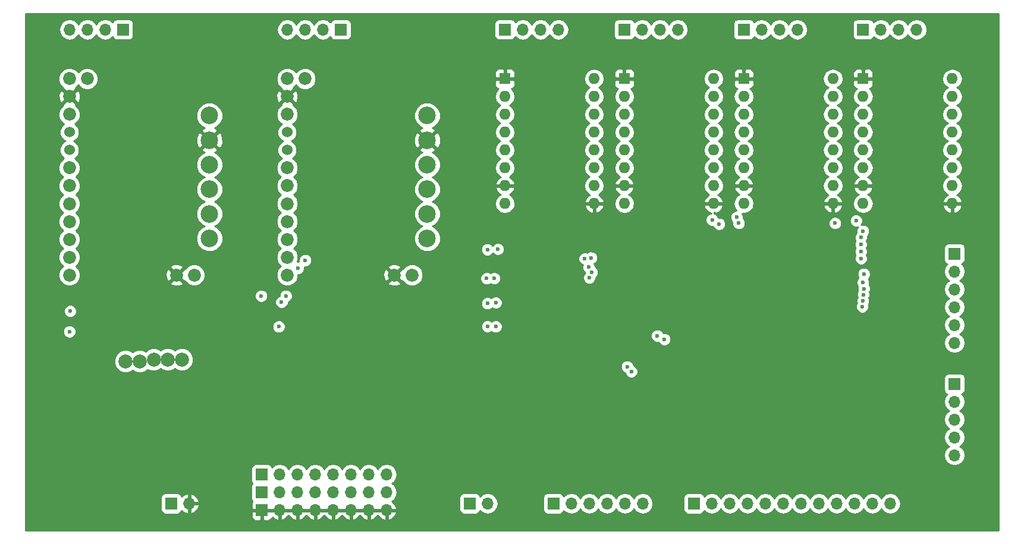
<source format=gbr>
G04 #@! TF.FileFunction,Copper,L3,Inr,Plane*
%FSLAX46Y46*%
G04 Gerber Fmt 4.6, Leading zero omitted, Abs format (unit mm)*
G04 Created by KiCad (PCBNEW 4.0.7) date 03/14/18 22:29:54*
%MOMM*%
%LPD*%
G01*
G04 APERTURE LIST*
%ADD10C,0.100000*%
%ADD11R,1.600000X1.600000*%
%ADD12O,1.600000X1.600000*%
%ADD13R,1.700000X1.700000*%
%ADD14O,1.700000X1.700000*%
%ADD15C,1.850000*%
%ADD16C,1.524000*%
%ADD17C,2.500000*%
%ADD18C,2.000000*%
%ADD19C,0.600000*%
%ADD20C,0.254000*%
G04 APERTURE END LIST*
D10*
D11*
X180000000Y-57000000D03*
D12*
X192700000Y-74780000D03*
X180000000Y-59540000D03*
X192700000Y-72240000D03*
X180000000Y-62080000D03*
X192700000Y-69700000D03*
X180000000Y-64620000D03*
X192700000Y-67160000D03*
X180000000Y-67160000D03*
X192700000Y-64620000D03*
X180000000Y-69700000D03*
X192700000Y-62080000D03*
X180000000Y-72240000D03*
X192700000Y-59540000D03*
X180000000Y-74780000D03*
X192700000Y-57000000D03*
D11*
X197000000Y-57000000D03*
D12*
X209700000Y-74780000D03*
X197000000Y-59540000D03*
X209700000Y-72240000D03*
X197000000Y-62080000D03*
X209700000Y-69700000D03*
X197000000Y-64620000D03*
X209700000Y-67160000D03*
X197000000Y-67160000D03*
X209700000Y-64620000D03*
X197000000Y-69700000D03*
X209700000Y-62080000D03*
X197000000Y-72240000D03*
X209700000Y-59540000D03*
X197000000Y-74780000D03*
X209700000Y-57000000D03*
D11*
X214000000Y-57000000D03*
D12*
X226700000Y-74780000D03*
X214000000Y-59540000D03*
X226700000Y-72240000D03*
X214000000Y-62080000D03*
X226700000Y-69700000D03*
X214000000Y-64620000D03*
X226700000Y-67160000D03*
X214000000Y-67160000D03*
X226700000Y-64620000D03*
X214000000Y-69700000D03*
X226700000Y-62080000D03*
X214000000Y-72240000D03*
X226700000Y-59540000D03*
X214000000Y-74780000D03*
X226700000Y-57000000D03*
D11*
X231000000Y-57000000D03*
D12*
X243700000Y-74780000D03*
X231000000Y-59540000D03*
X243700000Y-72240000D03*
X231000000Y-62080000D03*
X243700000Y-69700000D03*
X231000000Y-64620000D03*
X243700000Y-67160000D03*
X231000000Y-67160000D03*
X243700000Y-64620000D03*
X231000000Y-69700000D03*
X243700000Y-62080000D03*
X231000000Y-72240000D03*
X243700000Y-59540000D03*
X231000000Y-74780000D03*
X243700000Y-57000000D03*
D13*
X180000000Y-50000000D03*
D14*
X182540000Y-50000000D03*
X185080000Y-50000000D03*
X187620000Y-50000000D03*
D13*
X197000000Y-50000000D03*
D14*
X199540000Y-50000000D03*
X202080000Y-50000000D03*
X204620000Y-50000000D03*
D13*
X214000000Y-50000000D03*
D14*
X216540000Y-50000000D03*
X219080000Y-50000000D03*
X221620000Y-50000000D03*
D13*
X231000000Y-50000000D03*
D14*
X233540000Y-50000000D03*
X236080000Y-50000000D03*
X238620000Y-50000000D03*
D13*
X125620000Y-50000000D03*
D14*
X123080000Y-50000000D03*
X120540000Y-50000000D03*
X118000000Y-50000000D03*
D13*
X156620000Y-50000000D03*
D14*
X154080000Y-50000000D03*
X151540000Y-50000000D03*
X149000000Y-50000000D03*
D13*
X206920000Y-117500000D03*
D14*
X209460000Y-117500000D03*
X212000000Y-117500000D03*
X214540000Y-117500000D03*
X217080000Y-117500000D03*
X219620000Y-117500000D03*
X222160000Y-117500000D03*
X224700000Y-117500000D03*
X227240000Y-117500000D03*
X229780000Y-117500000D03*
X232320000Y-117500000D03*
X234860000Y-117500000D03*
D13*
X244000000Y-100460000D03*
D14*
X244000000Y-103000000D03*
X244000000Y-105540000D03*
X244000000Y-108080000D03*
X244000000Y-110620000D03*
D13*
X244000000Y-81920000D03*
D14*
X244000000Y-84460000D03*
X244000000Y-87000000D03*
X244000000Y-89540000D03*
X244000000Y-92080000D03*
X244000000Y-94620000D03*
D13*
X186920000Y-117500000D03*
D14*
X189460000Y-117500000D03*
X192000000Y-117500000D03*
X194540000Y-117500000D03*
X197080000Y-117500000D03*
X199620000Y-117500000D03*
D13*
X145380000Y-115900000D03*
D14*
X147920000Y-115900000D03*
X150460000Y-115900000D03*
X153000000Y-115900000D03*
X155540000Y-115900000D03*
X158080000Y-115900000D03*
X160620000Y-115900000D03*
X163160000Y-115900000D03*
D13*
X145380000Y-118440000D03*
D14*
X147920000Y-118440000D03*
X150460000Y-118440000D03*
X153000000Y-118440000D03*
X155540000Y-118440000D03*
X158080000Y-118440000D03*
X160620000Y-118440000D03*
X163160000Y-118440000D03*
D13*
X132500000Y-117500000D03*
D14*
X135040000Y-117500000D03*
D13*
X145380000Y-113360000D03*
D14*
X147920000Y-113360000D03*
X150460000Y-113360000D03*
X153000000Y-113360000D03*
X155540000Y-113360000D03*
X158080000Y-113360000D03*
X160620000Y-113360000D03*
X163160000Y-113360000D03*
D15*
X120540000Y-57000000D03*
X118000000Y-57000000D03*
X118000000Y-59541818D03*
X118000000Y-62083636D03*
D16*
X118000000Y-64625454D03*
X118000000Y-67167272D03*
D15*
X118000000Y-69709090D03*
X118000000Y-72250908D03*
X118000000Y-74792726D03*
X118000000Y-77334544D03*
X118000000Y-79876362D03*
X118000000Y-82418180D03*
X118000000Y-84959998D03*
D17*
X137940000Y-62250000D03*
X137940000Y-65750000D03*
X137940000Y-69250000D03*
X137940000Y-72750000D03*
X137940000Y-76250000D03*
X137940000Y-79750000D03*
D15*
X135780000Y-84959998D03*
X133240000Y-84959998D03*
X151540000Y-57000000D03*
X149000000Y-57000000D03*
X149000000Y-59541818D03*
X149000000Y-62083636D03*
D16*
X149000000Y-64625454D03*
X149000000Y-67167272D03*
D15*
X149000000Y-69709090D03*
X149000000Y-72250908D03*
X149000000Y-74792726D03*
X149000000Y-77334544D03*
X149000000Y-79876362D03*
X149000000Y-82418180D03*
X149000000Y-84959998D03*
D17*
X168940000Y-62250000D03*
X168940000Y-65750000D03*
X168940000Y-69250000D03*
X168940000Y-72750000D03*
X168940000Y-76250000D03*
X168940000Y-79750000D03*
D15*
X166780000Y-84959998D03*
X164240000Y-84959998D03*
D13*
X175000000Y-117500000D03*
D14*
X177540000Y-117500000D03*
D18*
X120000000Y-117000000D03*
X120000000Y-115000000D03*
X120000000Y-113000000D03*
X120000000Y-111000000D03*
X120000000Y-109000000D03*
D19*
X147400000Y-105600000D03*
X147700000Y-101150000D03*
X177400000Y-85434989D03*
X177504438Y-81324989D03*
X177500000Y-92275041D03*
X177500000Y-89000000D03*
D18*
X134000000Y-97000000D03*
X132000000Y-97000000D03*
X130000000Y-97000000D03*
X128000000Y-97250000D03*
X126000000Y-97250000D03*
D19*
X178484325Y-85434989D03*
X179000000Y-81275010D03*
X178700000Y-88900000D03*
X178700000Y-92300000D03*
X213000000Y-76700000D03*
X197400000Y-98000000D03*
X209500000Y-77100000D03*
X201700000Y-93600000D03*
X210500000Y-77700000D03*
X198000000Y-98700000D03*
X202700000Y-94100000D03*
X227000000Y-77574968D03*
X213300000Y-77574968D03*
X230000000Y-77200000D03*
X192300000Y-82500000D03*
X231000000Y-86000000D03*
X191358485Y-82619890D03*
X231100000Y-86900000D03*
X191932293Y-83850012D03*
X231041741Y-87748987D03*
X192376175Y-84574918D03*
X145300000Y-87935029D03*
X148800000Y-87935044D03*
X150500000Y-84000000D03*
X151578965Y-82852958D03*
X230985267Y-88597120D03*
X192026153Y-85349517D03*
X230882902Y-89440945D03*
X231000000Y-78700000D03*
X230700000Y-79600000D03*
X230700000Y-80600000D03*
X230699986Y-81600000D03*
X230700000Y-82600000D03*
X231100000Y-84800000D03*
X118000000Y-93000000D03*
X118100000Y-90100000D03*
X148200000Y-88800000D03*
X147799990Y-92300000D03*
D20*
G36*
X250290000Y-121290000D02*
X111710000Y-121290000D01*
X111710000Y-116650000D01*
X131002560Y-116650000D01*
X131002560Y-118350000D01*
X131046838Y-118585317D01*
X131185910Y-118801441D01*
X131398110Y-118946431D01*
X131650000Y-118997440D01*
X133350000Y-118997440D01*
X133585317Y-118953162D01*
X133801441Y-118814090D01*
X133946431Y-118601890D01*
X133968301Y-118493893D01*
X134273076Y-118771645D01*
X134683110Y-118941476D01*
X134913000Y-118820155D01*
X134913000Y-117627000D01*
X135167000Y-117627000D01*
X135167000Y-118820155D01*
X135396890Y-118941476D01*
X135806924Y-118771645D01*
X135857284Y-118725750D01*
X143895000Y-118725750D01*
X143895000Y-119416309D01*
X143991673Y-119649698D01*
X144170301Y-119828327D01*
X144403690Y-119925000D01*
X145094250Y-119925000D01*
X145253000Y-119766250D01*
X145253000Y-118567000D01*
X145507000Y-118567000D01*
X145507000Y-119766250D01*
X145665750Y-119925000D01*
X146356310Y-119925000D01*
X146589699Y-119828327D01*
X146768327Y-119649698D01*
X146855136Y-119440122D01*
X147153076Y-119711645D01*
X147563110Y-119881476D01*
X147793000Y-119760155D01*
X147793000Y-118567000D01*
X148047000Y-118567000D01*
X148047000Y-119760155D01*
X148276890Y-119881476D01*
X148686924Y-119711645D01*
X149115183Y-119321358D01*
X149190000Y-119162046D01*
X149264817Y-119321358D01*
X149693076Y-119711645D01*
X150103110Y-119881476D01*
X150333000Y-119760155D01*
X150333000Y-118567000D01*
X150587000Y-118567000D01*
X150587000Y-119760155D01*
X150816890Y-119881476D01*
X151226924Y-119711645D01*
X151655183Y-119321358D01*
X151730000Y-119162046D01*
X151804817Y-119321358D01*
X152233076Y-119711645D01*
X152643110Y-119881476D01*
X152873000Y-119760155D01*
X152873000Y-118567000D01*
X153127000Y-118567000D01*
X153127000Y-119760155D01*
X153356890Y-119881476D01*
X153766924Y-119711645D01*
X154195183Y-119321358D01*
X154270000Y-119162046D01*
X154344817Y-119321358D01*
X154773076Y-119711645D01*
X155183110Y-119881476D01*
X155413000Y-119760155D01*
X155413000Y-118567000D01*
X155667000Y-118567000D01*
X155667000Y-119760155D01*
X155896890Y-119881476D01*
X156306924Y-119711645D01*
X156735183Y-119321358D01*
X156810000Y-119162046D01*
X156884817Y-119321358D01*
X157313076Y-119711645D01*
X157723110Y-119881476D01*
X157953000Y-119760155D01*
X157953000Y-118567000D01*
X158207000Y-118567000D01*
X158207000Y-119760155D01*
X158436890Y-119881476D01*
X158846924Y-119711645D01*
X159275183Y-119321358D01*
X159350000Y-119162046D01*
X159424817Y-119321358D01*
X159853076Y-119711645D01*
X160263110Y-119881476D01*
X160493000Y-119760155D01*
X160493000Y-118567000D01*
X160747000Y-118567000D01*
X160747000Y-119760155D01*
X160976890Y-119881476D01*
X161386924Y-119711645D01*
X161815183Y-119321358D01*
X161890000Y-119162046D01*
X161964817Y-119321358D01*
X162393076Y-119711645D01*
X162803110Y-119881476D01*
X163033000Y-119760155D01*
X163033000Y-118567000D01*
X163287000Y-118567000D01*
X163287000Y-119760155D01*
X163516890Y-119881476D01*
X163926924Y-119711645D01*
X164355183Y-119321358D01*
X164601486Y-118796892D01*
X164480819Y-118567000D01*
X163287000Y-118567000D01*
X163033000Y-118567000D01*
X160747000Y-118567000D01*
X160493000Y-118567000D01*
X158207000Y-118567000D01*
X157953000Y-118567000D01*
X155667000Y-118567000D01*
X155413000Y-118567000D01*
X153127000Y-118567000D01*
X152873000Y-118567000D01*
X150587000Y-118567000D01*
X150333000Y-118567000D01*
X148047000Y-118567000D01*
X147793000Y-118567000D01*
X145507000Y-118567000D01*
X145253000Y-118567000D01*
X144053750Y-118567000D01*
X143895000Y-118725750D01*
X135857284Y-118725750D01*
X136235183Y-118381358D01*
X136481486Y-117856892D01*
X136360819Y-117627000D01*
X135167000Y-117627000D01*
X134913000Y-117627000D01*
X134893000Y-117627000D01*
X134893000Y-117373000D01*
X134913000Y-117373000D01*
X134913000Y-116179845D01*
X135167000Y-116179845D01*
X135167000Y-117373000D01*
X136360819Y-117373000D01*
X136481486Y-117143108D01*
X136235183Y-116618642D01*
X135806924Y-116228355D01*
X135396890Y-116058524D01*
X135167000Y-116179845D01*
X134913000Y-116179845D01*
X134683110Y-116058524D01*
X134273076Y-116228355D01*
X133970063Y-116504501D01*
X133953162Y-116414683D01*
X133814090Y-116198559D01*
X133601890Y-116053569D01*
X133350000Y-116002560D01*
X131650000Y-116002560D01*
X131414683Y-116046838D01*
X131198559Y-116185910D01*
X131053569Y-116398110D01*
X131002560Y-116650000D01*
X111710000Y-116650000D01*
X111710000Y-112510000D01*
X143882560Y-112510000D01*
X143882560Y-114210000D01*
X143926838Y-114445317D01*
X144047015Y-114632077D01*
X143933569Y-114798110D01*
X143882560Y-115050000D01*
X143882560Y-116750000D01*
X143926838Y-116985317D01*
X144048144Y-117173831D01*
X143991673Y-117230302D01*
X143895000Y-117463691D01*
X143895000Y-118154250D01*
X144053750Y-118313000D01*
X145253000Y-118313000D01*
X145253000Y-118293000D01*
X145507000Y-118293000D01*
X145507000Y-118313000D01*
X147793000Y-118313000D01*
X147793000Y-118293000D01*
X148047000Y-118293000D01*
X148047000Y-118313000D01*
X150333000Y-118313000D01*
X150333000Y-118293000D01*
X150587000Y-118293000D01*
X150587000Y-118313000D01*
X152873000Y-118313000D01*
X152873000Y-118293000D01*
X153127000Y-118293000D01*
X153127000Y-118313000D01*
X155413000Y-118313000D01*
X155413000Y-118293000D01*
X155667000Y-118293000D01*
X155667000Y-118313000D01*
X157953000Y-118313000D01*
X157953000Y-118293000D01*
X158207000Y-118293000D01*
X158207000Y-118313000D01*
X160493000Y-118313000D01*
X160493000Y-118293000D01*
X160747000Y-118293000D01*
X160747000Y-118313000D01*
X163033000Y-118313000D01*
X163033000Y-118293000D01*
X163287000Y-118293000D01*
X163287000Y-118313000D01*
X164480819Y-118313000D01*
X164601486Y-118083108D01*
X164355183Y-117558642D01*
X163926924Y-117168355D01*
X163926899Y-117168345D01*
X164210054Y-116979147D01*
X164429982Y-116650000D01*
X173502560Y-116650000D01*
X173502560Y-118350000D01*
X173546838Y-118585317D01*
X173685910Y-118801441D01*
X173898110Y-118946431D01*
X174150000Y-118997440D01*
X175850000Y-118997440D01*
X176085317Y-118953162D01*
X176301441Y-118814090D01*
X176446431Y-118601890D01*
X176460086Y-118534459D01*
X176489946Y-118579147D01*
X176971715Y-118901054D01*
X177540000Y-119014093D01*
X178108285Y-118901054D01*
X178590054Y-118579147D01*
X178911961Y-118097378D01*
X179025000Y-117529093D01*
X179025000Y-117470907D01*
X178911961Y-116902622D01*
X178743165Y-116650000D01*
X185422560Y-116650000D01*
X185422560Y-118350000D01*
X185466838Y-118585317D01*
X185605910Y-118801441D01*
X185818110Y-118946431D01*
X186070000Y-118997440D01*
X187770000Y-118997440D01*
X188005317Y-118953162D01*
X188221441Y-118814090D01*
X188366431Y-118601890D01*
X188380086Y-118534459D01*
X188409946Y-118579147D01*
X188891715Y-118901054D01*
X189460000Y-119014093D01*
X190028285Y-118901054D01*
X190510054Y-118579147D01*
X190730000Y-118249974D01*
X190949946Y-118579147D01*
X191431715Y-118901054D01*
X192000000Y-119014093D01*
X192568285Y-118901054D01*
X193050054Y-118579147D01*
X193270000Y-118249974D01*
X193489946Y-118579147D01*
X193971715Y-118901054D01*
X194540000Y-119014093D01*
X195108285Y-118901054D01*
X195590054Y-118579147D01*
X195810000Y-118249974D01*
X196029946Y-118579147D01*
X196511715Y-118901054D01*
X197080000Y-119014093D01*
X197648285Y-118901054D01*
X198130054Y-118579147D01*
X198350000Y-118249974D01*
X198569946Y-118579147D01*
X199051715Y-118901054D01*
X199620000Y-119014093D01*
X200188285Y-118901054D01*
X200670054Y-118579147D01*
X200991961Y-118097378D01*
X201105000Y-117529093D01*
X201105000Y-117470907D01*
X200991961Y-116902622D01*
X200823165Y-116650000D01*
X205422560Y-116650000D01*
X205422560Y-118350000D01*
X205466838Y-118585317D01*
X205605910Y-118801441D01*
X205818110Y-118946431D01*
X206070000Y-118997440D01*
X207770000Y-118997440D01*
X208005317Y-118953162D01*
X208221441Y-118814090D01*
X208366431Y-118601890D01*
X208380086Y-118534459D01*
X208409946Y-118579147D01*
X208891715Y-118901054D01*
X209460000Y-119014093D01*
X210028285Y-118901054D01*
X210510054Y-118579147D01*
X210730000Y-118249974D01*
X210949946Y-118579147D01*
X211431715Y-118901054D01*
X212000000Y-119014093D01*
X212568285Y-118901054D01*
X213050054Y-118579147D01*
X213270000Y-118249974D01*
X213489946Y-118579147D01*
X213971715Y-118901054D01*
X214540000Y-119014093D01*
X215108285Y-118901054D01*
X215590054Y-118579147D01*
X215810000Y-118249974D01*
X216029946Y-118579147D01*
X216511715Y-118901054D01*
X217080000Y-119014093D01*
X217648285Y-118901054D01*
X218130054Y-118579147D01*
X218350000Y-118249974D01*
X218569946Y-118579147D01*
X219051715Y-118901054D01*
X219620000Y-119014093D01*
X220188285Y-118901054D01*
X220670054Y-118579147D01*
X220890000Y-118249974D01*
X221109946Y-118579147D01*
X221591715Y-118901054D01*
X222160000Y-119014093D01*
X222728285Y-118901054D01*
X223210054Y-118579147D01*
X223430000Y-118249974D01*
X223649946Y-118579147D01*
X224131715Y-118901054D01*
X224700000Y-119014093D01*
X225268285Y-118901054D01*
X225750054Y-118579147D01*
X225970000Y-118249974D01*
X226189946Y-118579147D01*
X226671715Y-118901054D01*
X227240000Y-119014093D01*
X227808285Y-118901054D01*
X228290054Y-118579147D01*
X228510000Y-118249974D01*
X228729946Y-118579147D01*
X229211715Y-118901054D01*
X229780000Y-119014093D01*
X230348285Y-118901054D01*
X230830054Y-118579147D01*
X231050000Y-118249974D01*
X231269946Y-118579147D01*
X231751715Y-118901054D01*
X232320000Y-119014093D01*
X232888285Y-118901054D01*
X233370054Y-118579147D01*
X233590000Y-118249974D01*
X233809946Y-118579147D01*
X234291715Y-118901054D01*
X234860000Y-119014093D01*
X235428285Y-118901054D01*
X235910054Y-118579147D01*
X236231961Y-118097378D01*
X236345000Y-117529093D01*
X236345000Y-117470907D01*
X236231961Y-116902622D01*
X235910054Y-116420853D01*
X235428285Y-116098946D01*
X234860000Y-115985907D01*
X234291715Y-116098946D01*
X233809946Y-116420853D01*
X233590000Y-116750026D01*
X233370054Y-116420853D01*
X232888285Y-116098946D01*
X232320000Y-115985907D01*
X231751715Y-116098946D01*
X231269946Y-116420853D01*
X231050000Y-116750026D01*
X230830054Y-116420853D01*
X230348285Y-116098946D01*
X229780000Y-115985907D01*
X229211715Y-116098946D01*
X228729946Y-116420853D01*
X228510000Y-116750026D01*
X228290054Y-116420853D01*
X227808285Y-116098946D01*
X227240000Y-115985907D01*
X226671715Y-116098946D01*
X226189946Y-116420853D01*
X225970000Y-116750026D01*
X225750054Y-116420853D01*
X225268285Y-116098946D01*
X224700000Y-115985907D01*
X224131715Y-116098946D01*
X223649946Y-116420853D01*
X223430000Y-116750026D01*
X223210054Y-116420853D01*
X222728285Y-116098946D01*
X222160000Y-115985907D01*
X221591715Y-116098946D01*
X221109946Y-116420853D01*
X220890000Y-116750026D01*
X220670054Y-116420853D01*
X220188285Y-116098946D01*
X219620000Y-115985907D01*
X219051715Y-116098946D01*
X218569946Y-116420853D01*
X218350000Y-116750026D01*
X218130054Y-116420853D01*
X217648285Y-116098946D01*
X217080000Y-115985907D01*
X216511715Y-116098946D01*
X216029946Y-116420853D01*
X215810000Y-116750026D01*
X215590054Y-116420853D01*
X215108285Y-116098946D01*
X214540000Y-115985907D01*
X213971715Y-116098946D01*
X213489946Y-116420853D01*
X213270000Y-116750026D01*
X213050054Y-116420853D01*
X212568285Y-116098946D01*
X212000000Y-115985907D01*
X211431715Y-116098946D01*
X210949946Y-116420853D01*
X210730000Y-116750026D01*
X210510054Y-116420853D01*
X210028285Y-116098946D01*
X209460000Y-115985907D01*
X208891715Y-116098946D01*
X208409946Y-116420853D01*
X208382150Y-116462452D01*
X208373162Y-116414683D01*
X208234090Y-116198559D01*
X208021890Y-116053569D01*
X207770000Y-116002560D01*
X206070000Y-116002560D01*
X205834683Y-116046838D01*
X205618559Y-116185910D01*
X205473569Y-116398110D01*
X205422560Y-116650000D01*
X200823165Y-116650000D01*
X200670054Y-116420853D01*
X200188285Y-116098946D01*
X199620000Y-115985907D01*
X199051715Y-116098946D01*
X198569946Y-116420853D01*
X198350000Y-116750026D01*
X198130054Y-116420853D01*
X197648285Y-116098946D01*
X197080000Y-115985907D01*
X196511715Y-116098946D01*
X196029946Y-116420853D01*
X195810000Y-116750026D01*
X195590054Y-116420853D01*
X195108285Y-116098946D01*
X194540000Y-115985907D01*
X193971715Y-116098946D01*
X193489946Y-116420853D01*
X193270000Y-116750026D01*
X193050054Y-116420853D01*
X192568285Y-116098946D01*
X192000000Y-115985907D01*
X191431715Y-116098946D01*
X190949946Y-116420853D01*
X190730000Y-116750026D01*
X190510054Y-116420853D01*
X190028285Y-116098946D01*
X189460000Y-115985907D01*
X188891715Y-116098946D01*
X188409946Y-116420853D01*
X188382150Y-116462452D01*
X188373162Y-116414683D01*
X188234090Y-116198559D01*
X188021890Y-116053569D01*
X187770000Y-116002560D01*
X186070000Y-116002560D01*
X185834683Y-116046838D01*
X185618559Y-116185910D01*
X185473569Y-116398110D01*
X185422560Y-116650000D01*
X178743165Y-116650000D01*
X178590054Y-116420853D01*
X178108285Y-116098946D01*
X177540000Y-115985907D01*
X176971715Y-116098946D01*
X176489946Y-116420853D01*
X176462150Y-116462452D01*
X176453162Y-116414683D01*
X176314090Y-116198559D01*
X176101890Y-116053569D01*
X175850000Y-116002560D01*
X174150000Y-116002560D01*
X173914683Y-116046838D01*
X173698559Y-116185910D01*
X173553569Y-116398110D01*
X173502560Y-116650000D01*
X164429982Y-116650000D01*
X164531961Y-116497378D01*
X164645000Y-115929093D01*
X164645000Y-115870907D01*
X164531961Y-115302622D01*
X164210054Y-114820853D01*
X163924422Y-114630000D01*
X164210054Y-114439147D01*
X164531961Y-113957378D01*
X164645000Y-113389093D01*
X164645000Y-113330907D01*
X164531961Y-112762622D01*
X164210054Y-112280853D01*
X163728285Y-111958946D01*
X163160000Y-111845907D01*
X162591715Y-111958946D01*
X162109946Y-112280853D01*
X161890000Y-112610026D01*
X161670054Y-112280853D01*
X161188285Y-111958946D01*
X160620000Y-111845907D01*
X160051715Y-111958946D01*
X159569946Y-112280853D01*
X159350000Y-112610026D01*
X159130054Y-112280853D01*
X158648285Y-111958946D01*
X158080000Y-111845907D01*
X157511715Y-111958946D01*
X157029946Y-112280853D01*
X156810000Y-112610026D01*
X156590054Y-112280853D01*
X156108285Y-111958946D01*
X155540000Y-111845907D01*
X154971715Y-111958946D01*
X154489946Y-112280853D01*
X154270000Y-112610026D01*
X154050054Y-112280853D01*
X153568285Y-111958946D01*
X153000000Y-111845907D01*
X152431715Y-111958946D01*
X151949946Y-112280853D01*
X151730000Y-112610026D01*
X151510054Y-112280853D01*
X151028285Y-111958946D01*
X150460000Y-111845907D01*
X149891715Y-111958946D01*
X149409946Y-112280853D01*
X149190000Y-112610026D01*
X148970054Y-112280853D01*
X148488285Y-111958946D01*
X147920000Y-111845907D01*
X147351715Y-111958946D01*
X146869946Y-112280853D01*
X146842150Y-112322452D01*
X146833162Y-112274683D01*
X146694090Y-112058559D01*
X146481890Y-111913569D01*
X146230000Y-111862560D01*
X144530000Y-111862560D01*
X144294683Y-111906838D01*
X144078559Y-112045910D01*
X143933569Y-112258110D01*
X143882560Y-112510000D01*
X111710000Y-112510000D01*
X111710000Y-103000000D01*
X242485907Y-103000000D01*
X242598946Y-103568285D01*
X242920853Y-104050054D01*
X243250026Y-104270000D01*
X242920853Y-104489946D01*
X242598946Y-104971715D01*
X242485907Y-105540000D01*
X242598946Y-106108285D01*
X242920853Y-106590054D01*
X243250026Y-106810000D01*
X242920853Y-107029946D01*
X242598946Y-107511715D01*
X242485907Y-108080000D01*
X242598946Y-108648285D01*
X242920853Y-109130054D01*
X243250026Y-109350000D01*
X242920853Y-109569946D01*
X242598946Y-110051715D01*
X242485907Y-110620000D01*
X242598946Y-111188285D01*
X242920853Y-111670054D01*
X243402622Y-111991961D01*
X243970907Y-112105000D01*
X244029093Y-112105000D01*
X244597378Y-111991961D01*
X245079147Y-111670054D01*
X245401054Y-111188285D01*
X245514093Y-110620000D01*
X245401054Y-110051715D01*
X245079147Y-109569946D01*
X244749974Y-109350000D01*
X245079147Y-109130054D01*
X245401054Y-108648285D01*
X245514093Y-108080000D01*
X245401054Y-107511715D01*
X245079147Y-107029946D01*
X244749974Y-106810000D01*
X245079147Y-106590054D01*
X245401054Y-106108285D01*
X245514093Y-105540000D01*
X245401054Y-104971715D01*
X245079147Y-104489946D01*
X244749974Y-104270000D01*
X245079147Y-104050054D01*
X245401054Y-103568285D01*
X245514093Y-103000000D01*
X245401054Y-102431715D01*
X245079147Y-101949946D01*
X245037548Y-101922150D01*
X245085317Y-101913162D01*
X245301441Y-101774090D01*
X245446431Y-101561890D01*
X245497440Y-101310000D01*
X245497440Y-99610000D01*
X245453162Y-99374683D01*
X245314090Y-99158559D01*
X245101890Y-99013569D01*
X244850000Y-98962560D01*
X243150000Y-98962560D01*
X242914683Y-99006838D01*
X242698559Y-99145910D01*
X242553569Y-99358110D01*
X242502560Y-99610000D01*
X242502560Y-101310000D01*
X242546838Y-101545317D01*
X242685910Y-101761441D01*
X242898110Y-101906431D01*
X242965541Y-101920086D01*
X242920853Y-101949946D01*
X242598946Y-102431715D01*
X242485907Y-103000000D01*
X111710000Y-103000000D01*
X111710000Y-97573795D01*
X124364716Y-97573795D01*
X124613106Y-98174943D01*
X125072637Y-98635278D01*
X125673352Y-98884716D01*
X126323795Y-98885284D01*
X126924943Y-98636894D01*
X126999727Y-98562241D01*
X127072637Y-98635278D01*
X127673352Y-98884716D01*
X128323795Y-98885284D01*
X128924943Y-98636894D01*
X129146341Y-98415883D01*
X129673352Y-98634716D01*
X130323795Y-98635284D01*
X130924943Y-98386894D01*
X130999727Y-98312241D01*
X131072637Y-98385278D01*
X131673352Y-98634716D01*
X132323795Y-98635284D01*
X132924943Y-98386894D01*
X132999727Y-98312241D01*
X133072637Y-98385278D01*
X133673352Y-98634716D01*
X134323795Y-98635284D01*
X134924943Y-98386894D01*
X135127022Y-98185167D01*
X196464838Y-98185167D01*
X196606883Y-98528943D01*
X196869673Y-98792192D01*
X197064848Y-98873236D01*
X197064838Y-98885167D01*
X197206883Y-99228943D01*
X197469673Y-99492192D01*
X197813201Y-99634838D01*
X198185167Y-99635162D01*
X198528943Y-99493117D01*
X198792192Y-99230327D01*
X198934838Y-98886799D01*
X198935162Y-98514833D01*
X198793117Y-98171057D01*
X198530327Y-97907808D01*
X198335152Y-97826764D01*
X198335162Y-97814833D01*
X198193117Y-97471057D01*
X197930327Y-97207808D01*
X197586799Y-97065162D01*
X197214833Y-97064838D01*
X196871057Y-97206883D01*
X196607808Y-97469673D01*
X196465162Y-97813201D01*
X196464838Y-98185167D01*
X135127022Y-98185167D01*
X135385278Y-97927363D01*
X135634716Y-97326648D01*
X135635284Y-96676205D01*
X135386894Y-96075057D01*
X134927363Y-95614722D01*
X134326648Y-95365284D01*
X133676205Y-95364716D01*
X133075057Y-95613106D01*
X133000273Y-95687759D01*
X132927363Y-95614722D01*
X132326648Y-95365284D01*
X131676205Y-95364716D01*
X131075057Y-95613106D01*
X131000273Y-95687759D01*
X130927363Y-95614722D01*
X130326648Y-95365284D01*
X129676205Y-95364716D01*
X129075057Y-95613106D01*
X128853659Y-95834117D01*
X128326648Y-95615284D01*
X127676205Y-95614716D01*
X127075057Y-95863106D01*
X127000273Y-95937759D01*
X126927363Y-95864722D01*
X126326648Y-95615284D01*
X125676205Y-95614716D01*
X125075057Y-95863106D01*
X124614722Y-96322637D01*
X124365284Y-96923352D01*
X124364716Y-97573795D01*
X111710000Y-97573795D01*
X111710000Y-93185167D01*
X117064838Y-93185167D01*
X117206883Y-93528943D01*
X117469673Y-93792192D01*
X117813201Y-93934838D01*
X118185167Y-93935162D01*
X118528943Y-93793117D01*
X118536906Y-93785167D01*
X200764838Y-93785167D01*
X200906883Y-94128943D01*
X201169673Y-94392192D01*
X201513201Y-94534838D01*
X201868127Y-94535147D01*
X201906883Y-94628943D01*
X202169673Y-94892192D01*
X202513201Y-95034838D01*
X202885167Y-95035162D01*
X203228943Y-94893117D01*
X203492192Y-94630327D01*
X203634838Y-94286799D01*
X203635162Y-93914833D01*
X203493117Y-93571057D01*
X203230327Y-93307808D01*
X202886799Y-93165162D01*
X202531873Y-93164853D01*
X202493117Y-93071057D01*
X202230327Y-92807808D01*
X201886799Y-92665162D01*
X201514833Y-92664838D01*
X201171057Y-92806883D01*
X200907808Y-93069673D01*
X200765162Y-93413201D01*
X200764838Y-93785167D01*
X118536906Y-93785167D01*
X118792192Y-93530327D01*
X118934838Y-93186799D01*
X118935162Y-92814833D01*
X118798948Y-92485167D01*
X146864828Y-92485167D01*
X147006873Y-92828943D01*
X147269663Y-93092192D01*
X147613191Y-93234838D01*
X147985157Y-93235162D01*
X148328933Y-93093117D01*
X148592182Y-92830327D01*
X148734828Y-92486799D01*
X148734851Y-92460208D01*
X176564838Y-92460208D01*
X176706883Y-92803984D01*
X176969673Y-93067233D01*
X177313201Y-93209879D01*
X177685167Y-93210203D01*
X178028943Y-93068158D01*
X178087414Y-93009789D01*
X178169673Y-93092192D01*
X178513201Y-93234838D01*
X178885167Y-93235162D01*
X179228943Y-93093117D01*
X179492192Y-92830327D01*
X179634838Y-92486799D01*
X179635162Y-92114833D01*
X179493117Y-91771057D01*
X179230327Y-91507808D01*
X178886799Y-91365162D01*
X178514833Y-91364838D01*
X178171057Y-91506883D01*
X178112586Y-91565252D01*
X178030327Y-91482849D01*
X177686799Y-91340203D01*
X177314833Y-91339879D01*
X176971057Y-91481924D01*
X176707808Y-91744714D01*
X176565162Y-92088242D01*
X176564838Y-92460208D01*
X148734851Y-92460208D01*
X148735152Y-92114833D01*
X148593107Y-91771057D01*
X148330317Y-91507808D01*
X147986789Y-91365162D01*
X147614823Y-91364838D01*
X147271047Y-91506883D01*
X147007798Y-91769673D01*
X146865152Y-92113201D01*
X146864828Y-92485167D01*
X118798948Y-92485167D01*
X118793117Y-92471057D01*
X118530327Y-92207808D01*
X118186799Y-92065162D01*
X117814833Y-92064838D01*
X117471057Y-92206883D01*
X117207808Y-92469673D01*
X117065162Y-92813201D01*
X117064838Y-93185167D01*
X111710000Y-93185167D01*
X111710000Y-90285167D01*
X117164838Y-90285167D01*
X117306883Y-90628943D01*
X117569673Y-90892192D01*
X117913201Y-91034838D01*
X118285167Y-91035162D01*
X118628943Y-90893117D01*
X118892192Y-90630327D01*
X119034838Y-90286799D01*
X119035162Y-89914833D01*
X118893117Y-89571057D01*
X118630327Y-89307808D01*
X118286799Y-89165162D01*
X117914833Y-89164838D01*
X117571057Y-89306883D01*
X117307808Y-89569673D01*
X117165162Y-89913201D01*
X117164838Y-90285167D01*
X111710000Y-90285167D01*
X111710000Y-88985167D01*
X147264838Y-88985167D01*
X147406883Y-89328943D01*
X147669673Y-89592192D01*
X148013201Y-89734838D01*
X148385167Y-89735162D01*
X148728943Y-89593117D01*
X148992192Y-89330327D01*
X149052467Y-89185167D01*
X176564838Y-89185167D01*
X176706883Y-89528943D01*
X176969673Y-89792192D01*
X177313201Y-89934838D01*
X177685167Y-89935162D01*
X178028943Y-89793117D01*
X178149893Y-89672378D01*
X178169673Y-89692192D01*
X178513201Y-89834838D01*
X178885167Y-89835162D01*
X179228943Y-89693117D01*
X179296065Y-89626112D01*
X229947740Y-89626112D01*
X230089785Y-89969888D01*
X230352575Y-90233137D01*
X230696103Y-90375783D01*
X231068069Y-90376107D01*
X231411845Y-90234062D01*
X231675094Y-89971272D01*
X231817740Y-89627744D01*
X231818064Y-89255778D01*
X231768666Y-89136225D01*
X231777459Y-89127447D01*
X231920105Y-88783919D01*
X231920429Y-88411953D01*
X231849818Y-88241060D01*
X231976579Y-87935786D01*
X231976903Y-87563820D01*
X231907005Y-87394654D01*
X232034838Y-87086799D01*
X232035162Y-86714833D01*
X231893117Y-86371057D01*
X231868547Y-86346444D01*
X231934838Y-86186799D01*
X231935162Y-85814833D01*
X231793117Y-85471057D01*
X231772203Y-85450107D01*
X231892192Y-85330327D01*
X232034838Y-84986799D01*
X232035162Y-84614833D01*
X231971187Y-84460000D01*
X242485907Y-84460000D01*
X242598946Y-85028285D01*
X242920853Y-85510054D01*
X243250026Y-85730000D01*
X242920853Y-85949946D01*
X242598946Y-86431715D01*
X242485907Y-87000000D01*
X242598946Y-87568285D01*
X242920853Y-88050054D01*
X243250026Y-88270000D01*
X242920853Y-88489946D01*
X242598946Y-88971715D01*
X242485907Y-89540000D01*
X242598946Y-90108285D01*
X242920853Y-90590054D01*
X243250026Y-90810000D01*
X242920853Y-91029946D01*
X242598946Y-91511715D01*
X242485907Y-92080000D01*
X242598946Y-92648285D01*
X242920853Y-93130054D01*
X243250026Y-93350000D01*
X242920853Y-93569946D01*
X242598946Y-94051715D01*
X242485907Y-94620000D01*
X242598946Y-95188285D01*
X242920853Y-95670054D01*
X243402622Y-95991961D01*
X243970907Y-96105000D01*
X244029093Y-96105000D01*
X244597378Y-95991961D01*
X245079147Y-95670054D01*
X245401054Y-95188285D01*
X245514093Y-94620000D01*
X245401054Y-94051715D01*
X245079147Y-93569946D01*
X244749974Y-93350000D01*
X245079147Y-93130054D01*
X245401054Y-92648285D01*
X245514093Y-92080000D01*
X245401054Y-91511715D01*
X245079147Y-91029946D01*
X244749974Y-90810000D01*
X245079147Y-90590054D01*
X245401054Y-90108285D01*
X245514093Y-89540000D01*
X245401054Y-88971715D01*
X245079147Y-88489946D01*
X244749974Y-88270000D01*
X245079147Y-88050054D01*
X245401054Y-87568285D01*
X245514093Y-87000000D01*
X245401054Y-86431715D01*
X245079147Y-85949946D01*
X244749974Y-85730000D01*
X245079147Y-85510054D01*
X245401054Y-85028285D01*
X245514093Y-84460000D01*
X245401054Y-83891715D01*
X245079147Y-83409946D01*
X245037548Y-83382150D01*
X245085317Y-83373162D01*
X245301441Y-83234090D01*
X245446431Y-83021890D01*
X245497440Y-82770000D01*
X245497440Y-81070000D01*
X245453162Y-80834683D01*
X245314090Y-80618559D01*
X245101890Y-80473569D01*
X244850000Y-80422560D01*
X243150000Y-80422560D01*
X242914683Y-80466838D01*
X242698559Y-80605910D01*
X242553569Y-80818110D01*
X242502560Y-81070000D01*
X242502560Y-82770000D01*
X242546838Y-83005317D01*
X242685910Y-83221441D01*
X242898110Y-83366431D01*
X242965541Y-83380086D01*
X242920853Y-83409946D01*
X242598946Y-83891715D01*
X242485907Y-84460000D01*
X231971187Y-84460000D01*
X231893117Y-84271057D01*
X231630327Y-84007808D01*
X231286799Y-83865162D01*
X230914833Y-83864838D01*
X230571057Y-84006883D01*
X230307808Y-84269673D01*
X230165162Y-84613201D01*
X230164838Y-84985167D01*
X230306883Y-85328943D01*
X230327797Y-85349893D01*
X230207808Y-85469673D01*
X230065162Y-85813201D01*
X230064838Y-86185167D01*
X230206883Y-86528943D01*
X230231453Y-86553556D01*
X230165162Y-86713201D01*
X230164838Y-87085167D01*
X230234736Y-87254333D01*
X230106903Y-87562188D01*
X230106579Y-87934154D01*
X230177190Y-88105047D01*
X230050429Y-88410321D01*
X230050105Y-88782287D01*
X230099503Y-88901840D01*
X230090710Y-88910618D01*
X229948064Y-89254146D01*
X229947740Y-89626112D01*
X179296065Y-89626112D01*
X179492192Y-89430327D01*
X179634838Y-89086799D01*
X179635162Y-88714833D01*
X179493117Y-88371057D01*
X179230327Y-88107808D01*
X178886799Y-87965162D01*
X178514833Y-87964838D01*
X178171057Y-88106883D01*
X178050107Y-88227622D01*
X178030327Y-88207808D01*
X177686799Y-88065162D01*
X177314833Y-88064838D01*
X176971057Y-88206883D01*
X176707808Y-88469673D01*
X176565162Y-88813201D01*
X176564838Y-89185167D01*
X149052467Y-89185167D01*
X149134838Y-88986799D01*
X149134993Y-88808299D01*
X149328943Y-88728161D01*
X149592192Y-88465371D01*
X149734838Y-88121843D01*
X149735162Y-87749877D01*
X149593117Y-87406101D01*
X149330327Y-87142852D01*
X148986799Y-87000206D01*
X148614833Y-86999882D01*
X148271057Y-87141927D01*
X148007808Y-87404717D01*
X147865162Y-87748245D01*
X147865007Y-87926745D01*
X147671057Y-88006883D01*
X147407808Y-88269673D01*
X147265162Y-88613201D01*
X147264838Y-88985167D01*
X111710000Y-88985167D01*
X111710000Y-88120196D01*
X144364838Y-88120196D01*
X144506883Y-88463972D01*
X144769673Y-88727221D01*
X145113201Y-88869867D01*
X145485167Y-88870191D01*
X145828943Y-88728146D01*
X146092192Y-88465356D01*
X146234838Y-88121828D01*
X146235162Y-87749862D01*
X146093117Y-87406086D01*
X145830327Y-87142837D01*
X145486799Y-87000191D01*
X145114833Y-86999867D01*
X144771057Y-87141912D01*
X144507808Y-87404702D01*
X144365162Y-87748230D01*
X144364838Y-88120196D01*
X111710000Y-88120196D01*
X111710000Y-62392578D01*
X116439730Y-62392578D01*
X116676725Y-62966150D01*
X117115177Y-63405368D01*
X117206745Y-63443390D01*
X116816371Y-63833084D01*
X116603243Y-64346354D01*
X116602758Y-64902115D01*
X116814990Y-65415757D01*
X117207630Y-65809083D01*
X117417707Y-65896314D01*
X117209697Y-65982262D01*
X116816371Y-66374902D01*
X116603243Y-66888172D01*
X116602758Y-67443933D01*
X116814990Y-67957575D01*
X117205981Y-68349249D01*
X117117486Y-68385815D01*
X116678268Y-68824267D01*
X116440272Y-69397426D01*
X116439730Y-70018032D01*
X116676725Y-70591604D01*
X117064735Y-70980292D01*
X116678268Y-71366085D01*
X116440272Y-71939244D01*
X116439730Y-72559850D01*
X116676725Y-73133422D01*
X117064735Y-73522110D01*
X116678268Y-73907903D01*
X116440272Y-74481062D01*
X116439730Y-75101668D01*
X116676725Y-75675240D01*
X117064735Y-76063928D01*
X116678268Y-76449721D01*
X116440272Y-77022880D01*
X116439730Y-77643486D01*
X116676725Y-78217058D01*
X117064735Y-78605746D01*
X116678268Y-78991539D01*
X116440272Y-79564698D01*
X116439730Y-80185304D01*
X116676725Y-80758876D01*
X117064735Y-81147564D01*
X116678268Y-81533357D01*
X116440272Y-82106516D01*
X116439730Y-82727122D01*
X116676725Y-83300694D01*
X117064735Y-83689382D01*
X116678268Y-84075175D01*
X116440272Y-84648334D01*
X116439730Y-85268940D01*
X116676725Y-85842512D01*
X117115177Y-86281730D01*
X117688336Y-86519726D01*
X118308942Y-86520268D01*
X118882514Y-86283273D01*
X119107926Y-86058254D01*
X132321349Y-86058254D01*
X132410821Y-86317330D01*
X132993368Y-86531323D01*
X133613461Y-86506095D01*
X134069179Y-86317330D01*
X134158651Y-86058254D01*
X133240000Y-85139603D01*
X132321349Y-86058254D01*
X119107926Y-86058254D01*
X119321732Y-85844821D01*
X119559728Y-85271662D01*
X119560215Y-84713366D01*
X131668675Y-84713366D01*
X131693903Y-85333459D01*
X131882668Y-85789177D01*
X132141744Y-85878649D01*
X133060395Y-84959998D01*
X133419605Y-84959998D01*
X134338256Y-85878649D01*
X134454998Y-85838332D01*
X134456725Y-85842512D01*
X134895177Y-86281730D01*
X135468336Y-86519726D01*
X136088942Y-86520268D01*
X136662514Y-86283273D01*
X137101732Y-85844821D01*
X137339728Y-85271662D01*
X137340270Y-84651056D01*
X137103275Y-84077484D01*
X136664823Y-83638266D01*
X136091664Y-83400270D01*
X135471058Y-83399728D01*
X134897486Y-83636723D01*
X134458268Y-84075175D01*
X134455501Y-84081838D01*
X134338256Y-84041347D01*
X133419605Y-84959998D01*
X133060395Y-84959998D01*
X132141744Y-84041347D01*
X131882668Y-84130819D01*
X131668675Y-84713366D01*
X119560215Y-84713366D01*
X119560270Y-84651056D01*
X119323275Y-84077484D01*
X119107910Y-83861742D01*
X132321349Y-83861742D01*
X133240000Y-84780393D01*
X134158651Y-83861742D01*
X134069179Y-83602666D01*
X133486632Y-83388673D01*
X132866539Y-83413901D01*
X132410821Y-83602666D01*
X132321349Y-83861742D01*
X119107910Y-83861742D01*
X118935265Y-83688796D01*
X119321732Y-83303003D01*
X119559728Y-82729844D01*
X119560270Y-82109238D01*
X119323275Y-81535666D01*
X118935265Y-81146978D01*
X119321732Y-80761185D01*
X119559728Y-80188026D01*
X119560270Y-79567420D01*
X119323275Y-78993848D01*
X118935265Y-78605160D01*
X119321732Y-78219367D01*
X119559728Y-77646208D01*
X119560270Y-77025602D01*
X119323275Y-76452030D01*
X118935265Y-76063342D01*
X119321732Y-75677549D01*
X119559728Y-75104390D01*
X119560270Y-74483784D01*
X119323275Y-73910212D01*
X118935265Y-73521524D01*
X119321732Y-73135731D01*
X119559728Y-72562572D01*
X119560270Y-71941966D01*
X119323275Y-71368394D01*
X118935265Y-70979706D01*
X119321732Y-70593913D01*
X119559728Y-70020754D01*
X119560075Y-69623305D01*
X136054674Y-69623305D01*
X136341043Y-70316372D01*
X136870839Y-70847093D01*
X137239130Y-71000021D01*
X136873628Y-71151043D01*
X136342907Y-71680839D01*
X136055328Y-72373405D01*
X136054674Y-73123305D01*
X136341043Y-73816372D01*
X136870839Y-74347093D01*
X137239130Y-74500021D01*
X136873628Y-74651043D01*
X136342907Y-75180839D01*
X136055328Y-75873405D01*
X136054674Y-76623305D01*
X136341043Y-77316372D01*
X136870839Y-77847093D01*
X137239130Y-78000021D01*
X136873628Y-78151043D01*
X136342907Y-78680839D01*
X136055328Y-79373405D01*
X136054674Y-80123305D01*
X136341043Y-80816372D01*
X136870839Y-81347093D01*
X137563405Y-81634672D01*
X138313305Y-81635326D01*
X139006372Y-81348957D01*
X139537093Y-80819161D01*
X139824672Y-80126595D01*
X139825326Y-79376695D01*
X139538957Y-78683628D01*
X139009161Y-78152907D01*
X138640870Y-77999979D01*
X139006372Y-77848957D01*
X139537093Y-77319161D01*
X139824672Y-76626595D01*
X139825326Y-75876695D01*
X139538957Y-75183628D01*
X139009161Y-74652907D01*
X138640870Y-74499979D01*
X139006372Y-74348957D01*
X139537093Y-73819161D01*
X139824672Y-73126595D01*
X139825326Y-72376695D01*
X139538957Y-71683628D01*
X139009161Y-71152907D01*
X138640870Y-70999979D01*
X139006372Y-70848957D01*
X139537093Y-70319161D01*
X139824672Y-69626595D01*
X139825326Y-68876695D01*
X139538957Y-68183628D01*
X139009161Y-67652907D01*
X138653146Y-67505076D01*
X138964467Y-67376123D01*
X139093715Y-67083320D01*
X137940000Y-65929605D01*
X136786285Y-67083320D01*
X136915533Y-67376123D01*
X137239045Y-67500056D01*
X136873628Y-67651043D01*
X136342907Y-68180839D01*
X136055328Y-68873405D01*
X136054674Y-69623305D01*
X119560075Y-69623305D01*
X119560270Y-69400148D01*
X119323275Y-68826576D01*
X118884823Y-68387358D01*
X118793255Y-68349336D01*
X119183629Y-67959642D01*
X119396757Y-67446372D01*
X119397242Y-66890611D01*
X119185010Y-66376969D01*
X118792370Y-65983643D01*
X118582293Y-65896412D01*
X118790303Y-65810464D01*
X119175633Y-65425806D01*
X136045612Y-65425806D01*
X136065750Y-66175435D01*
X136313877Y-66774467D01*
X136606680Y-66903715D01*
X137760395Y-65750000D01*
X138119605Y-65750000D01*
X139273320Y-66903715D01*
X139566123Y-66774467D01*
X139834388Y-66074194D01*
X139814250Y-65324565D01*
X139566123Y-64725533D01*
X139273320Y-64596285D01*
X138119605Y-65750000D01*
X137760395Y-65750000D01*
X136606680Y-64596285D01*
X136313877Y-64725533D01*
X136045612Y-65425806D01*
X119175633Y-65425806D01*
X119183629Y-65417824D01*
X119396757Y-64904554D01*
X119397242Y-64348793D01*
X119185010Y-63835151D01*
X118794019Y-63443477D01*
X118882514Y-63406911D01*
X119321732Y-62968459D01*
X119465052Y-62623305D01*
X136054674Y-62623305D01*
X136341043Y-63316372D01*
X136870839Y-63847093D01*
X137226854Y-63994924D01*
X136915533Y-64123877D01*
X136786285Y-64416680D01*
X137940000Y-65570395D01*
X139093715Y-64416680D01*
X138964467Y-64123877D01*
X138640955Y-63999944D01*
X139006372Y-63848957D01*
X139537093Y-63319161D01*
X139824672Y-62626595D01*
X139824876Y-62392578D01*
X147439730Y-62392578D01*
X147676725Y-62966150D01*
X148115177Y-63405368D01*
X148206745Y-63443390D01*
X147816371Y-63833084D01*
X147603243Y-64346354D01*
X147602758Y-64902115D01*
X147814990Y-65415757D01*
X148207630Y-65809083D01*
X148417707Y-65896314D01*
X148209697Y-65982262D01*
X147816371Y-66374902D01*
X147603243Y-66888172D01*
X147602758Y-67443933D01*
X147814990Y-67957575D01*
X148205981Y-68349249D01*
X148117486Y-68385815D01*
X147678268Y-68824267D01*
X147440272Y-69397426D01*
X147439730Y-70018032D01*
X147676725Y-70591604D01*
X148064735Y-70980292D01*
X147678268Y-71366085D01*
X147440272Y-71939244D01*
X147439730Y-72559850D01*
X147676725Y-73133422D01*
X148064735Y-73522110D01*
X147678268Y-73907903D01*
X147440272Y-74481062D01*
X147439730Y-75101668D01*
X147676725Y-75675240D01*
X148064735Y-76063928D01*
X147678268Y-76449721D01*
X147440272Y-77022880D01*
X147439730Y-77643486D01*
X147676725Y-78217058D01*
X148064735Y-78605746D01*
X147678268Y-78991539D01*
X147440272Y-79564698D01*
X147439730Y-80185304D01*
X147676725Y-80758876D01*
X148064735Y-81147564D01*
X147678268Y-81533357D01*
X147440272Y-82106516D01*
X147439730Y-82727122D01*
X147676725Y-83300694D01*
X148064735Y-83689382D01*
X147678268Y-84075175D01*
X147440272Y-84648334D01*
X147439730Y-85268940D01*
X147676725Y-85842512D01*
X148115177Y-86281730D01*
X148688336Y-86519726D01*
X149308942Y-86520268D01*
X149882514Y-86283273D01*
X150107926Y-86058254D01*
X163321349Y-86058254D01*
X163410821Y-86317330D01*
X163993368Y-86531323D01*
X164613461Y-86506095D01*
X165069179Y-86317330D01*
X165158651Y-86058254D01*
X164240000Y-85139603D01*
X163321349Y-86058254D01*
X150107926Y-86058254D01*
X150321732Y-85844821D01*
X150559728Y-85271662D01*
X150560022Y-84935053D01*
X150685167Y-84935162D01*
X151028943Y-84793117D01*
X151108833Y-84713366D01*
X162668675Y-84713366D01*
X162693903Y-85333459D01*
X162882668Y-85789177D01*
X163141744Y-85878649D01*
X164060395Y-84959998D01*
X164419605Y-84959998D01*
X165338256Y-85878649D01*
X165454998Y-85838332D01*
X165456725Y-85842512D01*
X165895177Y-86281730D01*
X166468336Y-86519726D01*
X167088942Y-86520268D01*
X167662514Y-86283273D01*
X168101732Y-85844821D01*
X168195020Y-85620156D01*
X176464838Y-85620156D01*
X176606883Y-85963932D01*
X176869673Y-86227181D01*
X177213201Y-86369827D01*
X177585167Y-86370151D01*
X177928943Y-86228106D01*
X177941955Y-86215117D01*
X177953998Y-86227181D01*
X178297526Y-86369827D01*
X178669492Y-86370151D01*
X179013268Y-86228106D01*
X179276517Y-85965316D01*
X179419163Y-85621788D01*
X179419487Y-85249822D01*
X179277442Y-84906046D01*
X179014652Y-84642797D01*
X178671124Y-84500151D01*
X178299158Y-84499827D01*
X177955382Y-84641872D01*
X177942370Y-84654861D01*
X177930327Y-84642797D01*
X177586799Y-84500151D01*
X177214833Y-84499827D01*
X176871057Y-84641872D01*
X176607808Y-84904662D01*
X176465162Y-85248190D01*
X176464838Y-85620156D01*
X168195020Y-85620156D01*
X168339728Y-85271662D01*
X168340270Y-84651056D01*
X168103275Y-84077484D01*
X167664823Y-83638266D01*
X167091664Y-83400270D01*
X166471058Y-83399728D01*
X165897486Y-83636723D01*
X165458268Y-84075175D01*
X165455501Y-84081838D01*
X165338256Y-84041347D01*
X164419605Y-84959998D01*
X164060395Y-84959998D01*
X163141744Y-84041347D01*
X162882668Y-84130819D01*
X162668675Y-84713366D01*
X151108833Y-84713366D01*
X151292192Y-84530327D01*
X151434838Y-84186799D01*
X151435121Y-83861742D01*
X163321349Y-83861742D01*
X164240000Y-84780393D01*
X165158651Y-83861742D01*
X165069179Y-83602666D01*
X164486632Y-83388673D01*
X163866539Y-83413901D01*
X163410821Y-83602666D01*
X163321349Y-83861742D01*
X151435121Y-83861742D01*
X151435162Y-83814833D01*
X151424002Y-83787824D01*
X151764132Y-83788120D01*
X152107908Y-83646075D01*
X152371157Y-83383285D01*
X152513803Y-83039757D01*
X152514007Y-82805057D01*
X190423323Y-82805057D01*
X190565368Y-83148833D01*
X190828158Y-83412082D01*
X191061501Y-83508975D01*
X190997455Y-83663213D01*
X190997131Y-84035179D01*
X191139176Y-84378955D01*
X191401966Y-84642204D01*
X191408527Y-84644928D01*
X191233961Y-84819190D01*
X191091315Y-85162718D01*
X191090991Y-85534684D01*
X191233036Y-85878460D01*
X191495826Y-86141709D01*
X191839354Y-86284355D01*
X192211320Y-86284679D01*
X192555096Y-86142634D01*
X192818345Y-85879844D01*
X192960991Y-85536316D01*
X192961186Y-85312064D01*
X193168367Y-85105245D01*
X193311013Y-84761717D01*
X193311337Y-84389751D01*
X193169292Y-84045975D01*
X192906502Y-83782726D01*
X192867366Y-83766475D01*
X192867455Y-83664845D01*
X192730643Y-83333734D01*
X192828943Y-83293117D01*
X193092192Y-83030327D01*
X193234838Y-82686799D01*
X193235162Y-82314833D01*
X193093117Y-81971057D01*
X192830327Y-81707808D01*
X192486799Y-81565162D01*
X192114833Y-81564838D01*
X191771057Y-81706883D01*
X191720177Y-81757674D01*
X191545284Y-81685052D01*
X191173318Y-81684728D01*
X190829542Y-81826773D01*
X190566293Y-82089563D01*
X190423647Y-82433091D01*
X190423323Y-82805057D01*
X152514007Y-82805057D01*
X152514127Y-82667791D01*
X152372082Y-82324015D01*
X152109292Y-82060766D01*
X151765764Y-81918120D01*
X151393798Y-81917796D01*
X151050022Y-82059841D01*
X150786773Y-82322631D01*
X150644127Y-82666159D01*
X150643803Y-83038125D01*
X150654963Y-83065134D01*
X150420588Y-83064930D01*
X150559728Y-82729844D01*
X150560270Y-82109238D01*
X150323275Y-81535666D01*
X149935265Y-81146978D01*
X150321732Y-80761185D01*
X150559728Y-80188026D01*
X150560270Y-79567420D01*
X150323275Y-78993848D01*
X149935265Y-78605160D01*
X150321732Y-78219367D01*
X150559728Y-77646208D01*
X150560270Y-77025602D01*
X150323275Y-76452030D01*
X149935265Y-76063342D01*
X150321732Y-75677549D01*
X150559728Y-75104390D01*
X150560270Y-74483784D01*
X150323275Y-73910212D01*
X149935265Y-73521524D01*
X150321732Y-73135731D01*
X150559728Y-72562572D01*
X150560270Y-71941966D01*
X150323275Y-71368394D01*
X149935265Y-70979706D01*
X150321732Y-70593913D01*
X150559728Y-70020754D01*
X150560075Y-69623305D01*
X167054674Y-69623305D01*
X167341043Y-70316372D01*
X167870839Y-70847093D01*
X168239130Y-71000021D01*
X167873628Y-71151043D01*
X167342907Y-71680839D01*
X167055328Y-72373405D01*
X167054674Y-73123305D01*
X167341043Y-73816372D01*
X167870839Y-74347093D01*
X168239130Y-74500021D01*
X167873628Y-74651043D01*
X167342907Y-75180839D01*
X167055328Y-75873405D01*
X167054674Y-76623305D01*
X167341043Y-77316372D01*
X167870839Y-77847093D01*
X168239130Y-78000021D01*
X167873628Y-78151043D01*
X167342907Y-78680839D01*
X167055328Y-79373405D01*
X167054674Y-80123305D01*
X167341043Y-80816372D01*
X167870839Y-81347093D01*
X168563405Y-81634672D01*
X169313305Y-81635326D01*
X169616240Y-81510156D01*
X176569276Y-81510156D01*
X176711321Y-81853932D01*
X176974111Y-82117181D01*
X177317639Y-82259827D01*
X177689605Y-82260151D01*
X178033381Y-82118106D01*
X178277360Y-81874553D01*
X178469673Y-82067202D01*
X178813201Y-82209848D01*
X179185167Y-82210172D01*
X179528943Y-82068127D01*
X179792192Y-81805337D01*
X179934838Y-81461809D01*
X179935162Y-81089843D01*
X179793117Y-80746067D01*
X179530327Y-80482818D01*
X179186799Y-80340172D01*
X178814833Y-80339848D01*
X178471057Y-80481893D01*
X178227078Y-80725446D01*
X178034765Y-80532797D01*
X177691237Y-80390151D01*
X177319271Y-80389827D01*
X176975495Y-80531872D01*
X176712246Y-80794662D01*
X176569600Y-81138190D01*
X176569276Y-81510156D01*
X169616240Y-81510156D01*
X170006372Y-81348957D01*
X170537093Y-80819161D01*
X170824672Y-80126595D01*
X170825326Y-79376695D01*
X170538957Y-78683628D01*
X170009161Y-78152907D01*
X169640870Y-77999979D01*
X170006372Y-77848957D01*
X170537093Y-77319161D01*
X170824672Y-76626595D01*
X170825326Y-75876695D01*
X170538957Y-75183628D01*
X170136033Y-74780000D01*
X178536887Y-74780000D01*
X178646120Y-75329151D01*
X178957189Y-75794698D01*
X179422736Y-76105767D01*
X179971887Y-76215000D01*
X180028113Y-76215000D01*
X180577264Y-76105767D01*
X181042811Y-75794698D01*
X181353880Y-75329151D01*
X181393684Y-75129039D01*
X191308096Y-75129039D01*
X191468959Y-75517423D01*
X191844866Y-75932389D01*
X192350959Y-76171914D01*
X192573000Y-76050629D01*
X192573000Y-74907000D01*
X192827000Y-74907000D01*
X192827000Y-76050629D01*
X193049041Y-76171914D01*
X193555134Y-75932389D01*
X193931041Y-75517423D01*
X194091904Y-75129039D01*
X193969915Y-74907000D01*
X192827000Y-74907000D01*
X192573000Y-74907000D01*
X191430085Y-74907000D01*
X191308096Y-75129039D01*
X181393684Y-75129039D01*
X181463113Y-74780000D01*
X195536887Y-74780000D01*
X195646120Y-75329151D01*
X195957189Y-75794698D01*
X196422736Y-76105767D01*
X196971887Y-76215000D01*
X197028113Y-76215000D01*
X197577264Y-76105767D01*
X198042811Y-75794698D01*
X198353880Y-75329151D01*
X198393684Y-75129039D01*
X208308096Y-75129039D01*
X208468959Y-75517423D01*
X208844866Y-75932389D01*
X209336047Y-76164856D01*
X209314833Y-76164838D01*
X208971057Y-76306883D01*
X208707808Y-76569673D01*
X208565162Y-76913201D01*
X208564838Y-77285167D01*
X208706883Y-77628943D01*
X208969673Y-77892192D01*
X209313201Y-78034838D01*
X209626794Y-78035111D01*
X209706883Y-78228943D01*
X209969673Y-78492192D01*
X210313201Y-78634838D01*
X210685167Y-78635162D01*
X211028943Y-78493117D01*
X211292192Y-78230327D01*
X211434838Y-77886799D01*
X211435162Y-77514833D01*
X211293117Y-77171057D01*
X211030327Y-76907808D01*
X210975802Y-76885167D01*
X212064838Y-76885167D01*
X212206883Y-77228943D01*
X212365359Y-77387695D01*
X212365162Y-77388169D01*
X212364838Y-77760135D01*
X212506883Y-78103911D01*
X212769673Y-78367160D01*
X213113201Y-78509806D01*
X213485167Y-78510130D01*
X213828943Y-78368085D01*
X214092192Y-78105295D01*
X214234838Y-77761767D01*
X214234839Y-77760135D01*
X226064838Y-77760135D01*
X226206883Y-78103911D01*
X226469673Y-78367160D01*
X226813201Y-78509806D01*
X227185167Y-78510130D01*
X227528943Y-78368085D01*
X227792192Y-78105295D01*
X227934838Y-77761767D01*
X227935162Y-77389801D01*
X227933248Y-77385167D01*
X229064838Y-77385167D01*
X229206883Y-77728943D01*
X229469673Y-77992192D01*
X229813201Y-78134838D01*
X230185167Y-78135162D01*
X230282784Y-78094827D01*
X230207808Y-78169673D01*
X230065162Y-78513201D01*
X230064838Y-78885167D01*
X230072956Y-78904813D01*
X229907808Y-79069673D01*
X229765162Y-79413201D01*
X229764838Y-79785167D01*
X229895069Y-80100351D01*
X229765162Y-80413201D01*
X229764838Y-80785167D01*
X229895062Y-81100334D01*
X229765148Y-81413201D01*
X229764824Y-81785167D01*
X229895062Y-82100368D01*
X229765162Y-82413201D01*
X229764838Y-82785167D01*
X229906883Y-83128943D01*
X230169673Y-83392192D01*
X230513201Y-83534838D01*
X230885167Y-83535162D01*
X231228943Y-83393117D01*
X231492192Y-83130327D01*
X231634838Y-82786799D01*
X231635162Y-82414833D01*
X231504924Y-82099632D01*
X231634824Y-81786799D01*
X231635148Y-81414833D01*
X231504924Y-81099666D01*
X231634838Y-80786799D01*
X231635162Y-80414833D01*
X231504931Y-80099649D01*
X231634838Y-79786799D01*
X231635162Y-79414833D01*
X231627044Y-79395187D01*
X231792192Y-79230327D01*
X231934838Y-78886799D01*
X231935162Y-78514833D01*
X231793117Y-78171057D01*
X231530327Y-77907808D01*
X231186799Y-77765162D01*
X230814833Y-77764838D01*
X230717216Y-77805173D01*
X230792192Y-77730327D01*
X230934838Y-77386799D01*
X230935162Y-77014833D01*
X230793117Y-76671057D01*
X230530327Y-76407808D01*
X230186799Y-76265162D01*
X229814833Y-76264838D01*
X229471057Y-76406883D01*
X229207808Y-76669673D01*
X229065162Y-77013201D01*
X229064838Y-77385167D01*
X227933248Y-77385167D01*
X227793117Y-77046025D01*
X227530327Y-76782776D01*
X227186799Y-76640130D01*
X226814833Y-76639806D01*
X226471057Y-76781851D01*
X226207808Y-77044641D01*
X226065162Y-77388169D01*
X226064838Y-77760135D01*
X214234839Y-77760135D01*
X214235162Y-77389801D01*
X214093117Y-77046025D01*
X213934641Y-76887273D01*
X213934838Y-76886799D01*
X213935162Y-76514833D01*
X213796891Y-76180191D01*
X213971887Y-76215000D01*
X214028113Y-76215000D01*
X214577264Y-76105767D01*
X215042811Y-75794698D01*
X215353880Y-75329151D01*
X215393684Y-75129039D01*
X225308096Y-75129039D01*
X225468959Y-75517423D01*
X225844866Y-75932389D01*
X226350959Y-76171914D01*
X226573000Y-76050629D01*
X226573000Y-74907000D01*
X226827000Y-74907000D01*
X226827000Y-76050629D01*
X227049041Y-76171914D01*
X227555134Y-75932389D01*
X227931041Y-75517423D01*
X228091904Y-75129039D01*
X227969915Y-74907000D01*
X226827000Y-74907000D01*
X226573000Y-74907000D01*
X225430085Y-74907000D01*
X225308096Y-75129039D01*
X215393684Y-75129039D01*
X215463113Y-74780000D01*
X229536887Y-74780000D01*
X229646120Y-75329151D01*
X229957189Y-75794698D01*
X230422736Y-76105767D01*
X230971887Y-76215000D01*
X231028113Y-76215000D01*
X231577264Y-76105767D01*
X232042811Y-75794698D01*
X232353880Y-75329151D01*
X232393684Y-75129039D01*
X242308096Y-75129039D01*
X242468959Y-75517423D01*
X242844866Y-75932389D01*
X243350959Y-76171914D01*
X243573000Y-76050629D01*
X243573000Y-74907000D01*
X243827000Y-74907000D01*
X243827000Y-76050629D01*
X244049041Y-76171914D01*
X244555134Y-75932389D01*
X244931041Y-75517423D01*
X245091904Y-75129039D01*
X244969915Y-74907000D01*
X243827000Y-74907000D01*
X243573000Y-74907000D01*
X242430085Y-74907000D01*
X242308096Y-75129039D01*
X232393684Y-75129039D01*
X232463113Y-74780000D01*
X232353880Y-74230849D01*
X232042811Y-73765302D01*
X231638297Y-73495014D01*
X231855134Y-73392389D01*
X232231041Y-72977423D01*
X232391904Y-72589039D01*
X232269915Y-72367000D01*
X231127000Y-72367000D01*
X231127000Y-72387000D01*
X230873000Y-72387000D01*
X230873000Y-72367000D01*
X229730085Y-72367000D01*
X229608096Y-72589039D01*
X229768959Y-72977423D01*
X230144866Y-73392389D01*
X230361703Y-73495014D01*
X229957189Y-73765302D01*
X229646120Y-74230849D01*
X229536887Y-74780000D01*
X215463113Y-74780000D01*
X215353880Y-74230849D01*
X215042811Y-73765302D01*
X214638297Y-73495014D01*
X214855134Y-73392389D01*
X215231041Y-72977423D01*
X215391904Y-72589039D01*
X215269915Y-72367000D01*
X214127000Y-72367000D01*
X214127000Y-72387000D01*
X213873000Y-72387000D01*
X213873000Y-72367000D01*
X212730085Y-72367000D01*
X212608096Y-72589039D01*
X212768959Y-72977423D01*
X213144866Y-73392389D01*
X213361703Y-73495014D01*
X212957189Y-73765302D01*
X212646120Y-74230849D01*
X212536887Y-74780000D01*
X212646120Y-75329151D01*
X212937308Y-75764945D01*
X212814833Y-75764838D01*
X212471057Y-75906883D01*
X212207808Y-76169673D01*
X212065162Y-76513201D01*
X212064838Y-76885167D01*
X210975802Y-76885167D01*
X210686799Y-76765162D01*
X210373206Y-76764889D01*
X210293117Y-76571057D01*
X210030327Y-76307808D01*
X209806822Y-76215000D01*
X209827002Y-76215000D01*
X209827002Y-76050630D01*
X210049041Y-76171914D01*
X210555134Y-75932389D01*
X210931041Y-75517423D01*
X211091904Y-75129039D01*
X210969915Y-74907000D01*
X209827000Y-74907000D01*
X209827000Y-74927000D01*
X209573000Y-74927000D01*
X209573000Y-74907000D01*
X208430085Y-74907000D01*
X208308096Y-75129039D01*
X198393684Y-75129039D01*
X198463113Y-74780000D01*
X198353880Y-74230849D01*
X198042811Y-73765302D01*
X197638297Y-73495014D01*
X197855134Y-73392389D01*
X198231041Y-72977423D01*
X198391904Y-72589039D01*
X198269915Y-72367000D01*
X197127000Y-72367000D01*
X197127000Y-72387000D01*
X196873000Y-72387000D01*
X196873000Y-72367000D01*
X195730085Y-72367000D01*
X195608096Y-72589039D01*
X195768959Y-72977423D01*
X196144866Y-73392389D01*
X196361703Y-73495014D01*
X195957189Y-73765302D01*
X195646120Y-74230849D01*
X195536887Y-74780000D01*
X181463113Y-74780000D01*
X181353880Y-74230849D01*
X181042811Y-73765302D01*
X180638297Y-73495014D01*
X180855134Y-73392389D01*
X181231041Y-72977423D01*
X181391904Y-72589039D01*
X181269915Y-72367000D01*
X180127000Y-72367000D01*
X180127000Y-72387000D01*
X179873000Y-72387000D01*
X179873000Y-72367000D01*
X178730085Y-72367000D01*
X178608096Y-72589039D01*
X178768959Y-72977423D01*
X179144866Y-73392389D01*
X179361703Y-73495014D01*
X178957189Y-73765302D01*
X178646120Y-74230849D01*
X178536887Y-74780000D01*
X170136033Y-74780000D01*
X170009161Y-74652907D01*
X169640870Y-74499979D01*
X170006372Y-74348957D01*
X170537093Y-73819161D01*
X170824672Y-73126595D01*
X170825326Y-72376695D01*
X170538957Y-71683628D01*
X170009161Y-71152907D01*
X169640870Y-70999979D01*
X170006372Y-70848957D01*
X170537093Y-70319161D01*
X170824672Y-69626595D01*
X170825326Y-68876695D01*
X170538957Y-68183628D01*
X170009161Y-67652907D01*
X169653146Y-67505076D01*
X169964467Y-67376123D01*
X170093715Y-67083320D01*
X168940000Y-65929605D01*
X167786285Y-67083320D01*
X167915533Y-67376123D01*
X168239045Y-67500056D01*
X167873628Y-67651043D01*
X167342907Y-68180839D01*
X167055328Y-68873405D01*
X167054674Y-69623305D01*
X150560075Y-69623305D01*
X150560270Y-69400148D01*
X150323275Y-68826576D01*
X149884823Y-68387358D01*
X149793255Y-68349336D01*
X150183629Y-67959642D01*
X150396757Y-67446372D01*
X150397242Y-66890611D01*
X150185010Y-66376969D01*
X149792370Y-65983643D01*
X149582293Y-65896412D01*
X149790303Y-65810464D01*
X150175633Y-65425806D01*
X167045612Y-65425806D01*
X167065750Y-66175435D01*
X167313877Y-66774467D01*
X167606680Y-66903715D01*
X168760395Y-65750000D01*
X169119605Y-65750000D01*
X170273320Y-66903715D01*
X170566123Y-66774467D01*
X170834388Y-66074194D01*
X170814250Y-65324565D01*
X170566123Y-64725533D01*
X170273320Y-64596285D01*
X169119605Y-65750000D01*
X168760395Y-65750000D01*
X167606680Y-64596285D01*
X167313877Y-64725533D01*
X167045612Y-65425806D01*
X150175633Y-65425806D01*
X150183629Y-65417824D01*
X150396757Y-64904554D01*
X150397242Y-64348793D01*
X150185010Y-63835151D01*
X149794019Y-63443477D01*
X149882514Y-63406911D01*
X150321732Y-62968459D01*
X150465052Y-62623305D01*
X167054674Y-62623305D01*
X167341043Y-63316372D01*
X167870839Y-63847093D01*
X168226854Y-63994924D01*
X167915533Y-64123877D01*
X167786285Y-64416680D01*
X168940000Y-65570395D01*
X170093715Y-64416680D01*
X169964467Y-64123877D01*
X169640955Y-63999944D01*
X170006372Y-63848957D01*
X170537093Y-63319161D01*
X170824672Y-62626595D01*
X170825326Y-61876695D01*
X170538957Y-61183628D01*
X170009161Y-60652907D01*
X169316595Y-60365328D01*
X168566695Y-60364674D01*
X167873628Y-60651043D01*
X167342907Y-61180839D01*
X167055328Y-61873405D01*
X167054674Y-62623305D01*
X150465052Y-62623305D01*
X150559728Y-62395300D01*
X150560270Y-61774694D01*
X150323275Y-61201122D01*
X149884823Y-60761904D01*
X149877611Y-60758909D01*
X149918651Y-60640074D01*
X149000000Y-59721423D01*
X148081349Y-60640074D01*
X148122215Y-60758407D01*
X148117486Y-60760361D01*
X147678268Y-61198813D01*
X147440272Y-61771972D01*
X147439730Y-62392578D01*
X139824876Y-62392578D01*
X139825326Y-61876695D01*
X139538957Y-61183628D01*
X139009161Y-60652907D01*
X138316595Y-60365328D01*
X137566695Y-60364674D01*
X136873628Y-60651043D01*
X136342907Y-61180839D01*
X136055328Y-61873405D01*
X136054674Y-62623305D01*
X119465052Y-62623305D01*
X119559728Y-62395300D01*
X119560270Y-61774694D01*
X119323275Y-61201122D01*
X118884823Y-60761904D01*
X118877611Y-60758909D01*
X118918651Y-60640074D01*
X118000000Y-59721423D01*
X117081349Y-60640074D01*
X117122215Y-60758407D01*
X117117486Y-60760361D01*
X116678268Y-61198813D01*
X116440272Y-61771972D01*
X116439730Y-62392578D01*
X111710000Y-62392578D01*
X111710000Y-59295186D01*
X116428675Y-59295186D01*
X116453903Y-59915279D01*
X116642668Y-60370997D01*
X116901744Y-60460469D01*
X117820395Y-59541818D01*
X118179605Y-59541818D01*
X119098256Y-60460469D01*
X119357332Y-60370997D01*
X119571325Y-59788450D01*
X119551257Y-59295186D01*
X147428675Y-59295186D01*
X147453903Y-59915279D01*
X147642668Y-60370997D01*
X147901744Y-60460469D01*
X148820395Y-59541818D01*
X149179605Y-59541818D01*
X150098256Y-60460469D01*
X150357332Y-60370997D01*
X150571325Y-59788450D01*
X150561218Y-59540000D01*
X178536887Y-59540000D01*
X178646120Y-60089151D01*
X178957189Y-60554698D01*
X179339275Y-60810000D01*
X178957189Y-61065302D01*
X178646120Y-61530849D01*
X178536887Y-62080000D01*
X178646120Y-62629151D01*
X178957189Y-63094698D01*
X179339275Y-63350000D01*
X178957189Y-63605302D01*
X178646120Y-64070849D01*
X178536887Y-64620000D01*
X178646120Y-65169151D01*
X178957189Y-65634698D01*
X179339275Y-65890000D01*
X178957189Y-66145302D01*
X178646120Y-66610849D01*
X178536887Y-67160000D01*
X178646120Y-67709151D01*
X178957189Y-68174698D01*
X179339275Y-68430000D01*
X178957189Y-68685302D01*
X178646120Y-69150849D01*
X178536887Y-69700000D01*
X178646120Y-70249151D01*
X178957189Y-70714698D01*
X179361703Y-70984986D01*
X179144866Y-71087611D01*
X178768959Y-71502577D01*
X178608096Y-71890961D01*
X178730085Y-72113000D01*
X179873000Y-72113000D01*
X179873000Y-72093000D01*
X180127000Y-72093000D01*
X180127000Y-72113000D01*
X181269915Y-72113000D01*
X181391904Y-71890961D01*
X181231041Y-71502577D01*
X180855134Y-71087611D01*
X180638297Y-70984986D01*
X181042811Y-70714698D01*
X181353880Y-70249151D01*
X181463113Y-69700000D01*
X181353880Y-69150849D01*
X181042811Y-68685302D01*
X180660725Y-68430000D01*
X181042811Y-68174698D01*
X181353880Y-67709151D01*
X181463113Y-67160000D01*
X181353880Y-66610849D01*
X181042811Y-66145302D01*
X180660725Y-65890000D01*
X181042811Y-65634698D01*
X181353880Y-65169151D01*
X181463113Y-64620000D01*
X181353880Y-64070849D01*
X181042811Y-63605302D01*
X180660725Y-63350000D01*
X181042811Y-63094698D01*
X181353880Y-62629151D01*
X181463113Y-62080000D01*
X181353880Y-61530849D01*
X181042811Y-61065302D01*
X180660725Y-60810000D01*
X181042811Y-60554698D01*
X181353880Y-60089151D01*
X181463113Y-59540000D01*
X181353880Y-58990849D01*
X181042811Y-58525302D01*
X180907665Y-58435000D01*
X180926309Y-58435000D01*
X181159698Y-58338327D01*
X181338327Y-58159699D01*
X181435000Y-57926310D01*
X181435000Y-57285750D01*
X181276250Y-57127000D01*
X180127000Y-57127000D01*
X180127000Y-57147000D01*
X179873000Y-57147000D01*
X179873000Y-57127000D01*
X178723750Y-57127000D01*
X178565000Y-57285750D01*
X178565000Y-57926310D01*
X178661673Y-58159699D01*
X178840302Y-58338327D01*
X179073691Y-58435000D01*
X179092335Y-58435000D01*
X178957189Y-58525302D01*
X178646120Y-58990849D01*
X178536887Y-59540000D01*
X150561218Y-59540000D01*
X150546097Y-59168357D01*
X150357332Y-58712639D01*
X150098256Y-58623167D01*
X149179605Y-59541818D01*
X148820395Y-59541818D01*
X147901744Y-58623167D01*
X147642668Y-58712639D01*
X147428675Y-59295186D01*
X119551257Y-59295186D01*
X119546097Y-59168357D01*
X119357332Y-58712639D01*
X119098256Y-58623167D01*
X118179605Y-59541818D01*
X117820395Y-59541818D01*
X116901744Y-58623167D01*
X116642668Y-58712639D01*
X116428675Y-59295186D01*
X111710000Y-59295186D01*
X111710000Y-57308942D01*
X116439730Y-57308942D01*
X116676725Y-57882514D01*
X117115177Y-58321732D01*
X117122389Y-58324727D01*
X117081349Y-58443562D01*
X118000000Y-59362213D01*
X118918651Y-58443562D01*
X118877785Y-58325229D01*
X118882514Y-58323275D01*
X119270291Y-57936174D01*
X119655177Y-58321732D01*
X120228336Y-58559728D01*
X120848942Y-58560270D01*
X121422514Y-58323275D01*
X121861732Y-57884823D01*
X122099728Y-57311664D01*
X122099730Y-57308942D01*
X147439730Y-57308942D01*
X147676725Y-57882514D01*
X148115177Y-58321732D01*
X148122389Y-58324727D01*
X148081349Y-58443562D01*
X149000000Y-59362213D01*
X149918651Y-58443562D01*
X149877785Y-58325229D01*
X149882514Y-58323275D01*
X150270291Y-57936174D01*
X150655177Y-58321732D01*
X151228336Y-58559728D01*
X151848942Y-58560270D01*
X152422514Y-58323275D01*
X152861732Y-57884823D01*
X153099728Y-57311664D01*
X153100000Y-57000000D01*
X191236887Y-57000000D01*
X191346120Y-57549151D01*
X191657189Y-58014698D01*
X192039275Y-58270000D01*
X191657189Y-58525302D01*
X191346120Y-58990849D01*
X191236887Y-59540000D01*
X191346120Y-60089151D01*
X191657189Y-60554698D01*
X192039275Y-60810000D01*
X191657189Y-61065302D01*
X191346120Y-61530849D01*
X191236887Y-62080000D01*
X191346120Y-62629151D01*
X191657189Y-63094698D01*
X192039275Y-63350000D01*
X191657189Y-63605302D01*
X191346120Y-64070849D01*
X191236887Y-64620000D01*
X191346120Y-65169151D01*
X191657189Y-65634698D01*
X192039275Y-65890000D01*
X191657189Y-66145302D01*
X191346120Y-66610849D01*
X191236887Y-67160000D01*
X191346120Y-67709151D01*
X191657189Y-68174698D01*
X192039275Y-68430000D01*
X191657189Y-68685302D01*
X191346120Y-69150849D01*
X191236887Y-69700000D01*
X191346120Y-70249151D01*
X191657189Y-70714698D01*
X192039275Y-70970000D01*
X191657189Y-71225302D01*
X191346120Y-71690849D01*
X191236887Y-72240000D01*
X191346120Y-72789151D01*
X191657189Y-73254698D01*
X192061703Y-73524986D01*
X191844866Y-73627611D01*
X191468959Y-74042577D01*
X191308096Y-74430961D01*
X191430085Y-74653000D01*
X192573000Y-74653000D01*
X192573000Y-74633000D01*
X192827000Y-74633000D01*
X192827000Y-74653000D01*
X193969915Y-74653000D01*
X194091904Y-74430961D01*
X193931041Y-74042577D01*
X193555134Y-73627611D01*
X193338297Y-73524986D01*
X193742811Y-73254698D01*
X194053880Y-72789151D01*
X194163113Y-72240000D01*
X194053880Y-71690849D01*
X193742811Y-71225302D01*
X193360725Y-70970000D01*
X193742811Y-70714698D01*
X194053880Y-70249151D01*
X194163113Y-69700000D01*
X194053880Y-69150849D01*
X193742811Y-68685302D01*
X193360725Y-68430000D01*
X193742811Y-68174698D01*
X194053880Y-67709151D01*
X194163113Y-67160000D01*
X194053880Y-66610849D01*
X193742811Y-66145302D01*
X193360725Y-65890000D01*
X193742811Y-65634698D01*
X194053880Y-65169151D01*
X194163113Y-64620000D01*
X194053880Y-64070849D01*
X193742811Y-63605302D01*
X193360725Y-63350000D01*
X193742811Y-63094698D01*
X194053880Y-62629151D01*
X194163113Y-62080000D01*
X194053880Y-61530849D01*
X193742811Y-61065302D01*
X193360725Y-60810000D01*
X193742811Y-60554698D01*
X194053880Y-60089151D01*
X194163113Y-59540000D01*
X195536887Y-59540000D01*
X195646120Y-60089151D01*
X195957189Y-60554698D01*
X196339275Y-60810000D01*
X195957189Y-61065302D01*
X195646120Y-61530849D01*
X195536887Y-62080000D01*
X195646120Y-62629151D01*
X195957189Y-63094698D01*
X196339275Y-63350000D01*
X195957189Y-63605302D01*
X195646120Y-64070849D01*
X195536887Y-64620000D01*
X195646120Y-65169151D01*
X195957189Y-65634698D01*
X196339275Y-65890000D01*
X195957189Y-66145302D01*
X195646120Y-66610849D01*
X195536887Y-67160000D01*
X195646120Y-67709151D01*
X195957189Y-68174698D01*
X196339275Y-68430000D01*
X195957189Y-68685302D01*
X195646120Y-69150849D01*
X195536887Y-69700000D01*
X195646120Y-70249151D01*
X195957189Y-70714698D01*
X196361703Y-70984986D01*
X196144866Y-71087611D01*
X195768959Y-71502577D01*
X195608096Y-71890961D01*
X195730085Y-72113000D01*
X196873000Y-72113000D01*
X196873000Y-72093000D01*
X197127000Y-72093000D01*
X197127000Y-72113000D01*
X198269915Y-72113000D01*
X198391904Y-71890961D01*
X198231041Y-71502577D01*
X197855134Y-71087611D01*
X197638297Y-70984986D01*
X198042811Y-70714698D01*
X198353880Y-70249151D01*
X198463113Y-69700000D01*
X198353880Y-69150849D01*
X198042811Y-68685302D01*
X197660725Y-68430000D01*
X198042811Y-68174698D01*
X198353880Y-67709151D01*
X198463113Y-67160000D01*
X198353880Y-66610849D01*
X198042811Y-66145302D01*
X197660725Y-65890000D01*
X198042811Y-65634698D01*
X198353880Y-65169151D01*
X198463113Y-64620000D01*
X198353880Y-64070849D01*
X198042811Y-63605302D01*
X197660725Y-63350000D01*
X198042811Y-63094698D01*
X198353880Y-62629151D01*
X198463113Y-62080000D01*
X198353880Y-61530849D01*
X198042811Y-61065302D01*
X197660725Y-60810000D01*
X198042811Y-60554698D01*
X198353880Y-60089151D01*
X198463113Y-59540000D01*
X198353880Y-58990849D01*
X198042811Y-58525302D01*
X197907665Y-58435000D01*
X197926309Y-58435000D01*
X198159698Y-58338327D01*
X198338327Y-58159699D01*
X198435000Y-57926310D01*
X198435000Y-57285750D01*
X198276250Y-57127000D01*
X197127000Y-57127000D01*
X197127000Y-57147000D01*
X196873000Y-57147000D01*
X196873000Y-57127000D01*
X195723750Y-57127000D01*
X195565000Y-57285750D01*
X195565000Y-57926310D01*
X195661673Y-58159699D01*
X195840302Y-58338327D01*
X196073691Y-58435000D01*
X196092335Y-58435000D01*
X195957189Y-58525302D01*
X195646120Y-58990849D01*
X195536887Y-59540000D01*
X194163113Y-59540000D01*
X194053880Y-58990849D01*
X193742811Y-58525302D01*
X193360725Y-58270000D01*
X193742811Y-58014698D01*
X194053880Y-57549151D01*
X194163113Y-57000000D01*
X208236887Y-57000000D01*
X208346120Y-57549151D01*
X208657189Y-58014698D01*
X209039275Y-58270000D01*
X208657189Y-58525302D01*
X208346120Y-58990849D01*
X208236887Y-59540000D01*
X208346120Y-60089151D01*
X208657189Y-60554698D01*
X209039275Y-60810000D01*
X208657189Y-61065302D01*
X208346120Y-61530849D01*
X208236887Y-62080000D01*
X208346120Y-62629151D01*
X208657189Y-63094698D01*
X209039275Y-63350000D01*
X208657189Y-63605302D01*
X208346120Y-64070849D01*
X208236887Y-64620000D01*
X208346120Y-65169151D01*
X208657189Y-65634698D01*
X209039275Y-65890000D01*
X208657189Y-66145302D01*
X208346120Y-66610849D01*
X208236887Y-67160000D01*
X208346120Y-67709151D01*
X208657189Y-68174698D01*
X209039275Y-68430000D01*
X208657189Y-68685302D01*
X208346120Y-69150849D01*
X208236887Y-69700000D01*
X208346120Y-70249151D01*
X208657189Y-70714698D01*
X209039275Y-70970000D01*
X208657189Y-71225302D01*
X208346120Y-71690849D01*
X208236887Y-72240000D01*
X208346120Y-72789151D01*
X208657189Y-73254698D01*
X209061703Y-73524986D01*
X208844866Y-73627611D01*
X208468959Y-74042577D01*
X208308096Y-74430961D01*
X208430085Y-74653000D01*
X209573000Y-74653000D01*
X209573000Y-74633000D01*
X209827000Y-74633000D01*
X209827000Y-74653000D01*
X210969915Y-74653000D01*
X211091904Y-74430961D01*
X210931041Y-74042577D01*
X210555134Y-73627611D01*
X210338297Y-73524986D01*
X210742811Y-73254698D01*
X211053880Y-72789151D01*
X211163113Y-72240000D01*
X211053880Y-71690849D01*
X210742811Y-71225302D01*
X210360725Y-70970000D01*
X210742811Y-70714698D01*
X211053880Y-70249151D01*
X211163113Y-69700000D01*
X211053880Y-69150849D01*
X210742811Y-68685302D01*
X210360725Y-68430000D01*
X210742811Y-68174698D01*
X211053880Y-67709151D01*
X211163113Y-67160000D01*
X211053880Y-66610849D01*
X210742811Y-66145302D01*
X210360725Y-65890000D01*
X210742811Y-65634698D01*
X211053880Y-65169151D01*
X211163113Y-64620000D01*
X211053880Y-64070849D01*
X210742811Y-63605302D01*
X210360725Y-63350000D01*
X210742811Y-63094698D01*
X211053880Y-62629151D01*
X211163113Y-62080000D01*
X211053880Y-61530849D01*
X210742811Y-61065302D01*
X210360725Y-60810000D01*
X210742811Y-60554698D01*
X211053880Y-60089151D01*
X211163113Y-59540000D01*
X212536887Y-59540000D01*
X212646120Y-60089151D01*
X212957189Y-60554698D01*
X213339275Y-60810000D01*
X212957189Y-61065302D01*
X212646120Y-61530849D01*
X212536887Y-62080000D01*
X212646120Y-62629151D01*
X212957189Y-63094698D01*
X213339275Y-63350000D01*
X212957189Y-63605302D01*
X212646120Y-64070849D01*
X212536887Y-64620000D01*
X212646120Y-65169151D01*
X212957189Y-65634698D01*
X213339275Y-65890000D01*
X212957189Y-66145302D01*
X212646120Y-66610849D01*
X212536887Y-67160000D01*
X212646120Y-67709151D01*
X212957189Y-68174698D01*
X213339275Y-68430000D01*
X212957189Y-68685302D01*
X212646120Y-69150849D01*
X212536887Y-69700000D01*
X212646120Y-70249151D01*
X212957189Y-70714698D01*
X213361703Y-70984986D01*
X213144866Y-71087611D01*
X212768959Y-71502577D01*
X212608096Y-71890961D01*
X212730085Y-72113000D01*
X213873000Y-72113000D01*
X213873000Y-72093000D01*
X214127000Y-72093000D01*
X214127000Y-72113000D01*
X215269915Y-72113000D01*
X215391904Y-71890961D01*
X215231041Y-71502577D01*
X214855134Y-71087611D01*
X214638297Y-70984986D01*
X215042811Y-70714698D01*
X215353880Y-70249151D01*
X215463113Y-69700000D01*
X215353880Y-69150849D01*
X215042811Y-68685302D01*
X214660725Y-68430000D01*
X215042811Y-68174698D01*
X215353880Y-67709151D01*
X215463113Y-67160000D01*
X215353880Y-66610849D01*
X215042811Y-66145302D01*
X214660725Y-65890000D01*
X215042811Y-65634698D01*
X215353880Y-65169151D01*
X215463113Y-64620000D01*
X215353880Y-64070849D01*
X215042811Y-63605302D01*
X214660725Y-63350000D01*
X215042811Y-63094698D01*
X215353880Y-62629151D01*
X215463113Y-62080000D01*
X215353880Y-61530849D01*
X215042811Y-61065302D01*
X214660725Y-60810000D01*
X215042811Y-60554698D01*
X215353880Y-60089151D01*
X215463113Y-59540000D01*
X215353880Y-58990849D01*
X215042811Y-58525302D01*
X214907665Y-58435000D01*
X214926309Y-58435000D01*
X215159698Y-58338327D01*
X215338327Y-58159699D01*
X215435000Y-57926310D01*
X215435000Y-57285750D01*
X215276250Y-57127000D01*
X214127000Y-57127000D01*
X214127000Y-57147000D01*
X213873000Y-57147000D01*
X213873000Y-57127000D01*
X212723750Y-57127000D01*
X212565000Y-57285750D01*
X212565000Y-57926310D01*
X212661673Y-58159699D01*
X212840302Y-58338327D01*
X213073691Y-58435000D01*
X213092335Y-58435000D01*
X212957189Y-58525302D01*
X212646120Y-58990849D01*
X212536887Y-59540000D01*
X211163113Y-59540000D01*
X211053880Y-58990849D01*
X210742811Y-58525302D01*
X210360725Y-58270000D01*
X210742811Y-58014698D01*
X211053880Y-57549151D01*
X211163113Y-57000000D01*
X225236887Y-57000000D01*
X225346120Y-57549151D01*
X225657189Y-58014698D01*
X226039275Y-58270000D01*
X225657189Y-58525302D01*
X225346120Y-58990849D01*
X225236887Y-59540000D01*
X225346120Y-60089151D01*
X225657189Y-60554698D01*
X226039275Y-60810000D01*
X225657189Y-61065302D01*
X225346120Y-61530849D01*
X225236887Y-62080000D01*
X225346120Y-62629151D01*
X225657189Y-63094698D01*
X226039275Y-63350000D01*
X225657189Y-63605302D01*
X225346120Y-64070849D01*
X225236887Y-64620000D01*
X225346120Y-65169151D01*
X225657189Y-65634698D01*
X226039275Y-65890000D01*
X225657189Y-66145302D01*
X225346120Y-66610849D01*
X225236887Y-67160000D01*
X225346120Y-67709151D01*
X225657189Y-68174698D01*
X226039275Y-68430000D01*
X225657189Y-68685302D01*
X225346120Y-69150849D01*
X225236887Y-69700000D01*
X225346120Y-70249151D01*
X225657189Y-70714698D01*
X226039275Y-70970000D01*
X225657189Y-71225302D01*
X225346120Y-71690849D01*
X225236887Y-72240000D01*
X225346120Y-72789151D01*
X225657189Y-73254698D01*
X226061703Y-73524986D01*
X225844866Y-73627611D01*
X225468959Y-74042577D01*
X225308096Y-74430961D01*
X225430085Y-74653000D01*
X226573000Y-74653000D01*
X226573000Y-74633000D01*
X226827000Y-74633000D01*
X226827000Y-74653000D01*
X227969915Y-74653000D01*
X228091904Y-74430961D01*
X227931041Y-74042577D01*
X227555134Y-73627611D01*
X227338297Y-73524986D01*
X227742811Y-73254698D01*
X228053880Y-72789151D01*
X228163113Y-72240000D01*
X228053880Y-71690849D01*
X227742811Y-71225302D01*
X227360725Y-70970000D01*
X227742811Y-70714698D01*
X228053880Y-70249151D01*
X228163113Y-69700000D01*
X228053880Y-69150849D01*
X227742811Y-68685302D01*
X227360725Y-68430000D01*
X227742811Y-68174698D01*
X228053880Y-67709151D01*
X228163113Y-67160000D01*
X228053880Y-66610849D01*
X227742811Y-66145302D01*
X227360725Y-65890000D01*
X227742811Y-65634698D01*
X228053880Y-65169151D01*
X228163113Y-64620000D01*
X228053880Y-64070849D01*
X227742811Y-63605302D01*
X227360725Y-63350000D01*
X227742811Y-63094698D01*
X228053880Y-62629151D01*
X228163113Y-62080000D01*
X228053880Y-61530849D01*
X227742811Y-61065302D01*
X227360725Y-60810000D01*
X227742811Y-60554698D01*
X228053880Y-60089151D01*
X228163113Y-59540000D01*
X229536887Y-59540000D01*
X229646120Y-60089151D01*
X229957189Y-60554698D01*
X230339275Y-60810000D01*
X229957189Y-61065302D01*
X229646120Y-61530849D01*
X229536887Y-62080000D01*
X229646120Y-62629151D01*
X229957189Y-63094698D01*
X230339275Y-63350000D01*
X229957189Y-63605302D01*
X229646120Y-64070849D01*
X229536887Y-64620000D01*
X229646120Y-65169151D01*
X229957189Y-65634698D01*
X230339275Y-65890000D01*
X229957189Y-66145302D01*
X229646120Y-66610849D01*
X229536887Y-67160000D01*
X229646120Y-67709151D01*
X229957189Y-68174698D01*
X230339275Y-68430000D01*
X229957189Y-68685302D01*
X229646120Y-69150849D01*
X229536887Y-69700000D01*
X229646120Y-70249151D01*
X229957189Y-70714698D01*
X230361703Y-70984986D01*
X230144866Y-71087611D01*
X229768959Y-71502577D01*
X229608096Y-71890961D01*
X229730085Y-72113000D01*
X230873000Y-72113000D01*
X230873000Y-72093000D01*
X231127000Y-72093000D01*
X231127000Y-72113000D01*
X232269915Y-72113000D01*
X232391904Y-71890961D01*
X232231041Y-71502577D01*
X231855134Y-71087611D01*
X231638297Y-70984986D01*
X232042811Y-70714698D01*
X232353880Y-70249151D01*
X232463113Y-69700000D01*
X232353880Y-69150849D01*
X232042811Y-68685302D01*
X231660725Y-68430000D01*
X232042811Y-68174698D01*
X232353880Y-67709151D01*
X232463113Y-67160000D01*
X232353880Y-66610849D01*
X232042811Y-66145302D01*
X231660725Y-65890000D01*
X232042811Y-65634698D01*
X232353880Y-65169151D01*
X232463113Y-64620000D01*
X232353880Y-64070849D01*
X232042811Y-63605302D01*
X231660725Y-63350000D01*
X232042811Y-63094698D01*
X232353880Y-62629151D01*
X232463113Y-62080000D01*
X232353880Y-61530849D01*
X232042811Y-61065302D01*
X231660725Y-60810000D01*
X232042811Y-60554698D01*
X232353880Y-60089151D01*
X232463113Y-59540000D01*
X232353880Y-58990849D01*
X232042811Y-58525302D01*
X231907665Y-58435000D01*
X231926309Y-58435000D01*
X232159698Y-58338327D01*
X232338327Y-58159699D01*
X232435000Y-57926310D01*
X232435000Y-57285750D01*
X232276250Y-57127000D01*
X231127000Y-57127000D01*
X231127000Y-57147000D01*
X230873000Y-57147000D01*
X230873000Y-57127000D01*
X229723750Y-57127000D01*
X229565000Y-57285750D01*
X229565000Y-57926310D01*
X229661673Y-58159699D01*
X229840302Y-58338327D01*
X230073691Y-58435000D01*
X230092335Y-58435000D01*
X229957189Y-58525302D01*
X229646120Y-58990849D01*
X229536887Y-59540000D01*
X228163113Y-59540000D01*
X228053880Y-58990849D01*
X227742811Y-58525302D01*
X227360725Y-58270000D01*
X227742811Y-58014698D01*
X228053880Y-57549151D01*
X228163113Y-57000000D01*
X242236887Y-57000000D01*
X242346120Y-57549151D01*
X242657189Y-58014698D01*
X243039275Y-58270000D01*
X242657189Y-58525302D01*
X242346120Y-58990849D01*
X242236887Y-59540000D01*
X242346120Y-60089151D01*
X242657189Y-60554698D01*
X243039275Y-60810000D01*
X242657189Y-61065302D01*
X242346120Y-61530849D01*
X242236887Y-62080000D01*
X242346120Y-62629151D01*
X242657189Y-63094698D01*
X243039275Y-63350000D01*
X242657189Y-63605302D01*
X242346120Y-64070849D01*
X242236887Y-64620000D01*
X242346120Y-65169151D01*
X242657189Y-65634698D01*
X243039275Y-65890000D01*
X242657189Y-66145302D01*
X242346120Y-66610849D01*
X242236887Y-67160000D01*
X242346120Y-67709151D01*
X242657189Y-68174698D01*
X243039275Y-68430000D01*
X242657189Y-68685302D01*
X242346120Y-69150849D01*
X242236887Y-69700000D01*
X242346120Y-70249151D01*
X242657189Y-70714698D01*
X243039275Y-70970000D01*
X242657189Y-71225302D01*
X242346120Y-71690849D01*
X242236887Y-72240000D01*
X242346120Y-72789151D01*
X242657189Y-73254698D01*
X243061703Y-73524986D01*
X242844866Y-73627611D01*
X242468959Y-74042577D01*
X242308096Y-74430961D01*
X242430085Y-74653000D01*
X243573000Y-74653000D01*
X243573000Y-74633000D01*
X243827000Y-74633000D01*
X243827000Y-74653000D01*
X244969915Y-74653000D01*
X245091904Y-74430961D01*
X244931041Y-74042577D01*
X244555134Y-73627611D01*
X244338297Y-73524986D01*
X244742811Y-73254698D01*
X245053880Y-72789151D01*
X245163113Y-72240000D01*
X245053880Y-71690849D01*
X244742811Y-71225302D01*
X244360725Y-70970000D01*
X244742811Y-70714698D01*
X245053880Y-70249151D01*
X245163113Y-69700000D01*
X245053880Y-69150849D01*
X244742811Y-68685302D01*
X244360725Y-68430000D01*
X244742811Y-68174698D01*
X245053880Y-67709151D01*
X245163113Y-67160000D01*
X245053880Y-66610849D01*
X244742811Y-66145302D01*
X244360725Y-65890000D01*
X244742811Y-65634698D01*
X245053880Y-65169151D01*
X245163113Y-64620000D01*
X245053880Y-64070849D01*
X244742811Y-63605302D01*
X244360725Y-63350000D01*
X244742811Y-63094698D01*
X245053880Y-62629151D01*
X245163113Y-62080000D01*
X245053880Y-61530849D01*
X244742811Y-61065302D01*
X244360725Y-60810000D01*
X244742811Y-60554698D01*
X245053880Y-60089151D01*
X245163113Y-59540000D01*
X245053880Y-58990849D01*
X244742811Y-58525302D01*
X244360725Y-58270000D01*
X244742811Y-58014698D01*
X245053880Y-57549151D01*
X245163113Y-57000000D01*
X245053880Y-56450849D01*
X244742811Y-55985302D01*
X244277264Y-55674233D01*
X243728113Y-55565000D01*
X243671887Y-55565000D01*
X243122736Y-55674233D01*
X242657189Y-55985302D01*
X242346120Y-56450849D01*
X242236887Y-57000000D01*
X228163113Y-57000000D01*
X228053880Y-56450849D01*
X227801871Y-56073690D01*
X229565000Y-56073690D01*
X229565000Y-56714250D01*
X229723750Y-56873000D01*
X230873000Y-56873000D01*
X230873000Y-55723750D01*
X231127000Y-55723750D01*
X231127000Y-56873000D01*
X232276250Y-56873000D01*
X232435000Y-56714250D01*
X232435000Y-56073690D01*
X232338327Y-55840301D01*
X232159698Y-55661673D01*
X231926309Y-55565000D01*
X231285750Y-55565000D01*
X231127000Y-55723750D01*
X230873000Y-55723750D01*
X230714250Y-55565000D01*
X230073691Y-55565000D01*
X229840302Y-55661673D01*
X229661673Y-55840301D01*
X229565000Y-56073690D01*
X227801871Y-56073690D01*
X227742811Y-55985302D01*
X227277264Y-55674233D01*
X226728113Y-55565000D01*
X226671887Y-55565000D01*
X226122736Y-55674233D01*
X225657189Y-55985302D01*
X225346120Y-56450849D01*
X225236887Y-57000000D01*
X211163113Y-57000000D01*
X211053880Y-56450849D01*
X210801871Y-56073690D01*
X212565000Y-56073690D01*
X212565000Y-56714250D01*
X212723750Y-56873000D01*
X213873000Y-56873000D01*
X213873000Y-55723750D01*
X214127000Y-55723750D01*
X214127000Y-56873000D01*
X215276250Y-56873000D01*
X215435000Y-56714250D01*
X215435000Y-56073690D01*
X215338327Y-55840301D01*
X215159698Y-55661673D01*
X214926309Y-55565000D01*
X214285750Y-55565000D01*
X214127000Y-55723750D01*
X213873000Y-55723750D01*
X213714250Y-55565000D01*
X213073691Y-55565000D01*
X212840302Y-55661673D01*
X212661673Y-55840301D01*
X212565000Y-56073690D01*
X210801871Y-56073690D01*
X210742811Y-55985302D01*
X210277264Y-55674233D01*
X209728113Y-55565000D01*
X209671887Y-55565000D01*
X209122736Y-55674233D01*
X208657189Y-55985302D01*
X208346120Y-56450849D01*
X208236887Y-57000000D01*
X194163113Y-57000000D01*
X194053880Y-56450849D01*
X193801871Y-56073690D01*
X195565000Y-56073690D01*
X195565000Y-56714250D01*
X195723750Y-56873000D01*
X196873000Y-56873000D01*
X196873000Y-55723750D01*
X197127000Y-55723750D01*
X197127000Y-56873000D01*
X198276250Y-56873000D01*
X198435000Y-56714250D01*
X198435000Y-56073690D01*
X198338327Y-55840301D01*
X198159698Y-55661673D01*
X197926309Y-55565000D01*
X197285750Y-55565000D01*
X197127000Y-55723750D01*
X196873000Y-55723750D01*
X196714250Y-55565000D01*
X196073691Y-55565000D01*
X195840302Y-55661673D01*
X195661673Y-55840301D01*
X195565000Y-56073690D01*
X193801871Y-56073690D01*
X193742811Y-55985302D01*
X193277264Y-55674233D01*
X192728113Y-55565000D01*
X192671887Y-55565000D01*
X192122736Y-55674233D01*
X191657189Y-55985302D01*
X191346120Y-56450849D01*
X191236887Y-57000000D01*
X153100000Y-57000000D01*
X153100270Y-56691058D01*
X152863275Y-56117486D01*
X152819556Y-56073690D01*
X178565000Y-56073690D01*
X178565000Y-56714250D01*
X178723750Y-56873000D01*
X179873000Y-56873000D01*
X179873000Y-55723750D01*
X180127000Y-55723750D01*
X180127000Y-56873000D01*
X181276250Y-56873000D01*
X181435000Y-56714250D01*
X181435000Y-56073690D01*
X181338327Y-55840301D01*
X181159698Y-55661673D01*
X180926309Y-55565000D01*
X180285750Y-55565000D01*
X180127000Y-55723750D01*
X179873000Y-55723750D01*
X179714250Y-55565000D01*
X179073691Y-55565000D01*
X178840302Y-55661673D01*
X178661673Y-55840301D01*
X178565000Y-56073690D01*
X152819556Y-56073690D01*
X152424823Y-55678268D01*
X151851664Y-55440272D01*
X151231058Y-55439730D01*
X150657486Y-55676725D01*
X150269709Y-56063826D01*
X149884823Y-55678268D01*
X149311664Y-55440272D01*
X148691058Y-55439730D01*
X148117486Y-55676725D01*
X147678268Y-56115177D01*
X147440272Y-56688336D01*
X147439730Y-57308942D01*
X122099730Y-57308942D01*
X122100270Y-56691058D01*
X121863275Y-56117486D01*
X121424823Y-55678268D01*
X120851664Y-55440272D01*
X120231058Y-55439730D01*
X119657486Y-55676725D01*
X119269709Y-56063826D01*
X118884823Y-55678268D01*
X118311664Y-55440272D01*
X117691058Y-55439730D01*
X117117486Y-55676725D01*
X116678268Y-56115177D01*
X116440272Y-56688336D01*
X116439730Y-57308942D01*
X111710000Y-57308942D01*
X111710000Y-49970907D01*
X116515000Y-49970907D01*
X116515000Y-50029093D01*
X116628039Y-50597378D01*
X116949946Y-51079147D01*
X117431715Y-51401054D01*
X118000000Y-51514093D01*
X118568285Y-51401054D01*
X119050054Y-51079147D01*
X119270000Y-50749974D01*
X119489946Y-51079147D01*
X119971715Y-51401054D01*
X120540000Y-51514093D01*
X121108285Y-51401054D01*
X121590054Y-51079147D01*
X121810000Y-50749974D01*
X122029946Y-51079147D01*
X122511715Y-51401054D01*
X123080000Y-51514093D01*
X123648285Y-51401054D01*
X124130054Y-51079147D01*
X124157850Y-51037548D01*
X124166838Y-51085317D01*
X124305910Y-51301441D01*
X124518110Y-51446431D01*
X124770000Y-51497440D01*
X126470000Y-51497440D01*
X126705317Y-51453162D01*
X126921441Y-51314090D01*
X127066431Y-51101890D01*
X127117440Y-50850000D01*
X127117440Y-49970907D01*
X147515000Y-49970907D01*
X147515000Y-50029093D01*
X147628039Y-50597378D01*
X147949946Y-51079147D01*
X148431715Y-51401054D01*
X149000000Y-51514093D01*
X149568285Y-51401054D01*
X150050054Y-51079147D01*
X150270000Y-50749974D01*
X150489946Y-51079147D01*
X150971715Y-51401054D01*
X151540000Y-51514093D01*
X152108285Y-51401054D01*
X152590054Y-51079147D01*
X152810000Y-50749974D01*
X153029946Y-51079147D01*
X153511715Y-51401054D01*
X154080000Y-51514093D01*
X154648285Y-51401054D01*
X155130054Y-51079147D01*
X155157850Y-51037548D01*
X155166838Y-51085317D01*
X155305910Y-51301441D01*
X155518110Y-51446431D01*
X155770000Y-51497440D01*
X157470000Y-51497440D01*
X157705317Y-51453162D01*
X157921441Y-51314090D01*
X158066431Y-51101890D01*
X158117440Y-50850000D01*
X158117440Y-49150000D01*
X178502560Y-49150000D01*
X178502560Y-50850000D01*
X178546838Y-51085317D01*
X178685910Y-51301441D01*
X178898110Y-51446431D01*
X179150000Y-51497440D01*
X180850000Y-51497440D01*
X181085317Y-51453162D01*
X181301441Y-51314090D01*
X181446431Y-51101890D01*
X181460086Y-51034459D01*
X181489946Y-51079147D01*
X181971715Y-51401054D01*
X182540000Y-51514093D01*
X183108285Y-51401054D01*
X183590054Y-51079147D01*
X183810000Y-50749974D01*
X184029946Y-51079147D01*
X184511715Y-51401054D01*
X185080000Y-51514093D01*
X185648285Y-51401054D01*
X186130054Y-51079147D01*
X186350000Y-50749974D01*
X186569946Y-51079147D01*
X187051715Y-51401054D01*
X187620000Y-51514093D01*
X188188285Y-51401054D01*
X188670054Y-51079147D01*
X188991961Y-50597378D01*
X189105000Y-50029093D01*
X189105000Y-49970907D01*
X188991961Y-49402622D01*
X188823165Y-49150000D01*
X195502560Y-49150000D01*
X195502560Y-50850000D01*
X195546838Y-51085317D01*
X195685910Y-51301441D01*
X195898110Y-51446431D01*
X196150000Y-51497440D01*
X197850000Y-51497440D01*
X198085317Y-51453162D01*
X198301441Y-51314090D01*
X198446431Y-51101890D01*
X198460086Y-51034459D01*
X198489946Y-51079147D01*
X198971715Y-51401054D01*
X199540000Y-51514093D01*
X200108285Y-51401054D01*
X200590054Y-51079147D01*
X200810000Y-50749974D01*
X201029946Y-51079147D01*
X201511715Y-51401054D01*
X202080000Y-51514093D01*
X202648285Y-51401054D01*
X203130054Y-51079147D01*
X203350000Y-50749974D01*
X203569946Y-51079147D01*
X204051715Y-51401054D01*
X204620000Y-51514093D01*
X205188285Y-51401054D01*
X205670054Y-51079147D01*
X205991961Y-50597378D01*
X206105000Y-50029093D01*
X206105000Y-49970907D01*
X205991961Y-49402622D01*
X205823165Y-49150000D01*
X212502560Y-49150000D01*
X212502560Y-50850000D01*
X212546838Y-51085317D01*
X212685910Y-51301441D01*
X212898110Y-51446431D01*
X213150000Y-51497440D01*
X214850000Y-51497440D01*
X215085317Y-51453162D01*
X215301441Y-51314090D01*
X215446431Y-51101890D01*
X215460086Y-51034459D01*
X215489946Y-51079147D01*
X215971715Y-51401054D01*
X216540000Y-51514093D01*
X217108285Y-51401054D01*
X217590054Y-51079147D01*
X217810000Y-50749974D01*
X218029946Y-51079147D01*
X218511715Y-51401054D01*
X219080000Y-51514093D01*
X219648285Y-51401054D01*
X220130054Y-51079147D01*
X220350000Y-50749974D01*
X220569946Y-51079147D01*
X221051715Y-51401054D01*
X221620000Y-51514093D01*
X222188285Y-51401054D01*
X222670054Y-51079147D01*
X222991961Y-50597378D01*
X223105000Y-50029093D01*
X223105000Y-49970907D01*
X222991961Y-49402622D01*
X222823165Y-49150000D01*
X229502560Y-49150000D01*
X229502560Y-50850000D01*
X229546838Y-51085317D01*
X229685910Y-51301441D01*
X229898110Y-51446431D01*
X230150000Y-51497440D01*
X231850000Y-51497440D01*
X232085317Y-51453162D01*
X232301441Y-51314090D01*
X232446431Y-51101890D01*
X232460086Y-51034459D01*
X232489946Y-51079147D01*
X232971715Y-51401054D01*
X233540000Y-51514093D01*
X234108285Y-51401054D01*
X234590054Y-51079147D01*
X234810000Y-50749974D01*
X235029946Y-51079147D01*
X235511715Y-51401054D01*
X236080000Y-51514093D01*
X236648285Y-51401054D01*
X237130054Y-51079147D01*
X237350000Y-50749974D01*
X237569946Y-51079147D01*
X238051715Y-51401054D01*
X238620000Y-51514093D01*
X239188285Y-51401054D01*
X239670054Y-51079147D01*
X239991961Y-50597378D01*
X240105000Y-50029093D01*
X240105000Y-49970907D01*
X239991961Y-49402622D01*
X239670054Y-48920853D01*
X239188285Y-48598946D01*
X238620000Y-48485907D01*
X238051715Y-48598946D01*
X237569946Y-48920853D01*
X237350000Y-49250026D01*
X237130054Y-48920853D01*
X236648285Y-48598946D01*
X236080000Y-48485907D01*
X235511715Y-48598946D01*
X235029946Y-48920853D01*
X234810000Y-49250026D01*
X234590054Y-48920853D01*
X234108285Y-48598946D01*
X233540000Y-48485907D01*
X232971715Y-48598946D01*
X232489946Y-48920853D01*
X232462150Y-48962452D01*
X232453162Y-48914683D01*
X232314090Y-48698559D01*
X232101890Y-48553569D01*
X231850000Y-48502560D01*
X230150000Y-48502560D01*
X229914683Y-48546838D01*
X229698559Y-48685910D01*
X229553569Y-48898110D01*
X229502560Y-49150000D01*
X222823165Y-49150000D01*
X222670054Y-48920853D01*
X222188285Y-48598946D01*
X221620000Y-48485907D01*
X221051715Y-48598946D01*
X220569946Y-48920853D01*
X220350000Y-49250026D01*
X220130054Y-48920853D01*
X219648285Y-48598946D01*
X219080000Y-48485907D01*
X218511715Y-48598946D01*
X218029946Y-48920853D01*
X217810000Y-49250026D01*
X217590054Y-48920853D01*
X217108285Y-48598946D01*
X216540000Y-48485907D01*
X215971715Y-48598946D01*
X215489946Y-48920853D01*
X215462150Y-48962452D01*
X215453162Y-48914683D01*
X215314090Y-48698559D01*
X215101890Y-48553569D01*
X214850000Y-48502560D01*
X213150000Y-48502560D01*
X212914683Y-48546838D01*
X212698559Y-48685910D01*
X212553569Y-48898110D01*
X212502560Y-49150000D01*
X205823165Y-49150000D01*
X205670054Y-48920853D01*
X205188285Y-48598946D01*
X204620000Y-48485907D01*
X204051715Y-48598946D01*
X203569946Y-48920853D01*
X203350000Y-49250026D01*
X203130054Y-48920853D01*
X202648285Y-48598946D01*
X202080000Y-48485907D01*
X201511715Y-48598946D01*
X201029946Y-48920853D01*
X200810000Y-49250026D01*
X200590054Y-48920853D01*
X200108285Y-48598946D01*
X199540000Y-48485907D01*
X198971715Y-48598946D01*
X198489946Y-48920853D01*
X198462150Y-48962452D01*
X198453162Y-48914683D01*
X198314090Y-48698559D01*
X198101890Y-48553569D01*
X197850000Y-48502560D01*
X196150000Y-48502560D01*
X195914683Y-48546838D01*
X195698559Y-48685910D01*
X195553569Y-48898110D01*
X195502560Y-49150000D01*
X188823165Y-49150000D01*
X188670054Y-48920853D01*
X188188285Y-48598946D01*
X187620000Y-48485907D01*
X187051715Y-48598946D01*
X186569946Y-48920853D01*
X186350000Y-49250026D01*
X186130054Y-48920853D01*
X185648285Y-48598946D01*
X185080000Y-48485907D01*
X184511715Y-48598946D01*
X184029946Y-48920853D01*
X183810000Y-49250026D01*
X183590054Y-48920853D01*
X183108285Y-48598946D01*
X182540000Y-48485907D01*
X181971715Y-48598946D01*
X181489946Y-48920853D01*
X181462150Y-48962452D01*
X181453162Y-48914683D01*
X181314090Y-48698559D01*
X181101890Y-48553569D01*
X180850000Y-48502560D01*
X179150000Y-48502560D01*
X178914683Y-48546838D01*
X178698559Y-48685910D01*
X178553569Y-48898110D01*
X178502560Y-49150000D01*
X158117440Y-49150000D01*
X158073162Y-48914683D01*
X157934090Y-48698559D01*
X157721890Y-48553569D01*
X157470000Y-48502560D01*
X155770000Y-48502560D01*
X155534683Y-48546838D01*
X155318559Y-48685910D01*
X155173569Y-48898110D01*
X155159914Y-48965541D01*
X155130054Y-48920853D01*
X154648285Y-48598946D01*
X154080000Y-48485907D01*
X153511715Y-48598946D01*
X153029946Y-48920853D01*
X152810000Y-49250026D01*
X152590054Y-48920853D01*
X152108285Y-48598946D01*
X151540000Y-48485907D01*
X150971715Y-48598946D01*
X150489946Y-48920853D01*
X150270000Y-49250026D01*
X150050054Y-48920853D01*
X149568285Y-48598946D01*
X149000000Y-48485907D01*
X148431715Y-48598946D01*
X147949946Y-48920853D01*
X147628039Y-49402622D01*
X147515000Y-49970907D01*
X127117440Y-49970907D01*
X127117440Y-49150000D01*
X127073162Y-48914683D01*
X126934090Y-48698559D01*
X126721890Y-48553569D01*
X126470000Y-48502560D01*
X124770000Y-48502560D01*
X124534683Y-48546838D01*
X124318559Y-48685910D01*
X124173569Y-48898110D01*
X124159914Y-48965541D01*
X124130054Y-48920853D01*
X123648285Y-48598946D01*
X123080000Y-48485907D01*
X122511715Y-48598946D01*
X122029946Y-48920853D01*
X121810000Y-49250026D01*
X121590054Y-48920853D01*
X121108285Y-48598946D01*
X120540000Y-48485907D01*
X119971715Y-48598946D01*
X119489946Y-48920853D01*
X119270000Y-49250026D01*
X119050054Y-48920853D01*
X118568285Y-48598946D01*
X118000000Y-48485907D01*
X117431715Y-48598946D01*
X116949946Y-48920853D01*
X116628039Y-49402622D01*
X116515000Y-49970907D01*
X111710000Y-49970907D01*
X111710000Y-47710000D01*
X250290000Y-47710000D01*
X250290000Y-121290000D01*
X250290000Y-121290000D01*
G37*
X250290000Y-121290000D02*
X111710000Y-121290000D01*
X111710000Y-116650000D01*
X131002560Y-116650000D01*
X131002560Y-118350000D01*
X131046838Y-118585317D01*
X131185910Y-118801441D01*
X131398110Y-118946431D01*
X131650000Y-118997440D01*
X133350000Y-118997440D01*
X133585317Y-118953162D01*
X133801441Y-118814090D01*
X133946431Y-118601890D01*
X133968301Y-118493893D01*
X134273076Y-118771645D01*
X134683110Y-118941476D01*
X134913000Y-118820155D01*
X134913000Y-117627000D01*
X135167000Y-117627000D01*
X135167000Y-118820155D01*
X135396890Y-118941476D01*
X135806924Y-118771645D01*
X135857284Y-118725750D01*
X143895000Y-118725750D01*
X143895000Y-119416309D01*
X143991673Y-119649698D01*
X144170301Y-119828327D01*
X144403690Y-119925000D01*
X145094250Y-119925000D01*
X145253000Y-119766250D01*
X145253000Y-118567000D01*
X145507000Y-118567000D01*
X145507000Y-119766250D01*
X145665750Y-119925000D01*
X146356310Y-119925000D01*
X146589699Y-119828327D01*
X146768327Y-119649698D01*
X146855136Y-119440122D01*
X147153076Y-119711645D01*
X147563110Y-119881476D01*
X147793000Y-119760155D01*
X147793000Y-118567000D01*
X148047000Y-118567000D01*
X148047000Y-119760155D01*
X148276890Y-119881476D01*
X148686924Y-119711645D01*
X149115183Y-119321358D01*
X149190000Y-119162046D01*
X149264817Y-119321358D01*
X149693076Y-119711645D01*
X150103110Y-119881476D01*
X150333000Y-119760155D01*
X150333000Y-118567000D01*
X150587000Y-118567000D01*
X150587000Y-119760155D01*
X150816890Y-119881476D01*
X151226924Y-119711645D01*
X151655183Y-119321358D01*
X151730000Y-119162046D01*
X151804817Y-119321358D01*
X152233076Y-119711645D01*
X152643110Y-119881476D01*
X152873000Y-119760155D01*
X152873000Y-118567000D01*
X153127000Y-118567000D01*
X153127000Y-119760155D01*
X153356890Y-119881476D01*
X153766924Y-119711645D01*
X154195183Y-119321358D01*
X154270000Y-119162046D01*
X154344817Y-119321358D01*
X154773076Y-119711645D01*
X155183110Y-119881476D01*
X155413000Y-119760155D01*
X155413000Y-118567000D01*
X155667000Y-118567000D01*
X155667000Y-119760155D01*
X155896890Y-119881476D01*
X156306924Y-119711645D01*
X156735183Y-119321358D01*
X156810000Y-119162046D01*
X156884817Y-119321358D01*
X157313076Y-119711645D01*
X157723110Y-119881476D01*
X157953000Y-119760155D01*
X157953000Y-118567000D01*
X158207000Y-118567000D01*
X158207000Y-119760155D01*
X158436890Y-119881476D01*
X158846924Y-119711645D01*
X159275183Y-119321358D01*
X159350000Y-119162046D01*
X159424817Y-119321358D01*
X159853076Y-119711645D01*
X160263110Y-119881476D01*
X160493000Y-119760155D01*
X160493000Y-118567000D01*
X160747000Y-118567000D01*
X160747000Y-119760155D01*
X160976890Y-119881476D01*
X161386924Y-119711645D01*
X161815183Y-119321358D01*
X161890000Y-119162046D01*
X161964817Y-119321358D01*
X162393076Y-119711645D01*
X162803110Y-119881476D01*
X163033000Y-119760155D01*
X163033000Y-118567000D01*
X163287000Y-118567000D01*
X163287000Y-119760155D01*
X163516890Y-119881476D01*
X163926924Y-119711645D01*
X164355183Y-119321358D01*
X164601486Y-118796892D01*
X164480819Y-118567000D01*
X163287000Y-118567000D01*
X163033000Y-118567000D01*
X160747000Y-118567000D01*
X160493000Y-118567000D01*
X158207000Y-118567000D01*
X157953000Y-118567000D01*
X155667000Y-118567000D01*
X155413000Y-118567000D01*
X153127000Y-118567000D01*
X152873000Y-118567000D01*
X150587000Y-118567000D01*
X150333000Y-118567000D01*
X148047000Y-118567000D01*
X147793000Y-118567000D01*
X145507000Y-118567000D01*
X145253000Y-118567000D01*
X144053750Y-118567000D01*
X143895000Y-118725750D01*
X135857284Y-118725750D01*
X136235183Y-118381358D01*
X136481486Y-117856892D01*
X136360819Y-117627000D01*
X135167000Y-117627000D01*
X134913000Y-117627000D01*
X134893000Y-117627000D01*
X134893000Y-117373000D01*
X134913000Y-117373000D01*
X134913000Y-116179845D01*
X135167000Y-116179845D01*
X135167000Y-117373000D01*
X136360819Y-117373000D01*
X136481486Y-117143108D01*
X136235183Y-116618642D01*
X135806924Y-116228355D01*
X135396890Y-116058524D01*
X135167000Y-116179845D01*
X134913000Y-116179845D01*
X134683110Y-116058524D01*
X134273076Y-116228355D01*
X133970063Y-116504501D01*
X133953162Y-116414683D01*
X133814090Y-116198559D01*
X133601890Y-116053569D01*
X133350000Y-116002560D01*
X131650000Y-116002560D01*
X131414683Y-116046838D01*
X131198559Y-116185910D01*
X131053569Y-116398110D01*
X131002560Y-116650000D01*
X111710000Y-116650000D01*
X111710000Y-112510000D01*
X143882560Y-112510000D01*
X143882560Y-114210000D01*
X143926838Y-114445317D01*
X144047015Y-114632077D01*
X143933569Y-114798110D01*
X143882560Y-115050000D01*
X143882560Y-116750000D01*
X143926838Y-116985317D01*
X144048144Y-117173831D01*
X143991673Y-117230302D01*
X143895000Y-117463691D01*
X143895000Y-118154250D01*
X144053750Y-118313000D01*
X145253000Y-118313000D01*
X145253000Y-118293000D01*
X145507000Y-118293000D01*
X145507000Y-118313000D01*
X147793000Y-118313000D01*
X147793000Y-118293000D01*
X148047000Y-118293000D01*
X148047000Y-118313000D01*
X150333000Y-118313000D01*
X150333000Y-118293000D01*
X150587000Y-118293000D01*
X150587000Y-118313000D01*
X152873000Y-118313000D01*
X152873000Y-118293000D01*
X153127000Y-118293000D01*
X153127000Y-118313000D01*
X155413000Y-118313000D01*
X155413000Y-118293000D01*
X155667000Y-118293000D01*
X155667000Y-118313000D01*
X157953000Y-118313000D01*
X157953000Y-118293000D01*
X158207000Y-118293000D01*
X158207000Y-118313000D01*
X160493000Y-118313000D01*
X160493000Y-118293000D01*
X160747000Y-118293000D01*
X160747000Y-118313000D01*
X163033000Y-118313000D01*
X163033000Y-118293000D01*
X163287000Y-118293000D01*
X163287000Y-118313000D01*
X164480819Y-118313000D01*
X164601486Y-118083108D01*
X164355183Y-117558642D01*
X163926924Y-117168355D01*
X163926899Y-117168345D01*
X164210054Y-116979147D01*
X164429982Y-116650000D01*
X173502560Y-116650000D01*
X173502560Y-118350000D01*
X173546838Y-118585317D01*
X173685910Y-118801441D01*
X173898110Y-118946431D01*
X174150000Y-118997440D01*
X175850000Y-118997440D01*
X176085317Y-118953162D01*
X176301441Y-118814090D01*
X176446431Y-118601890D01*
X176460086Y-118534459D01*
X176489946Y-118579147D01*
X176971715Y-118901054D01*
X177540000Y-119014093D01*
X178108285Y-118901054D01*
X178590054Y-118579147D01*
X178911961Y-118097378D01*
X179025000Y-117529093D01*
X179025000Y-117470907D01*
X178911961Y-116902622D01*
X178743165Y-116650000D01*
X185422560Y-116650000D01*
X185422560Y-118350000D01*
X185466838Y-118585317D01*
X185605910Y-118801441D01*
X185818110Y-118946431D01*
X186070000Y-118997440D01*
X187770000Y-118997440D01*
X188005317Y-118953162D01*
X188221441Y-118814090D01*
X188366431Y-118601890D01*
X188380086Y-118534459D01*
X188409946Y-118579147D01*
X188891715Y-118901054D01*
X189460000Y-119014093D01*
X190028285Y-118901054D01*
X190510054Y-118579147D01*
X190730000Y-118249974D01*
X190949946Y-118579147D01*
X191431715Y-118901054D01*
X192000000Y-119014093D01*
X192568285Y-118901054D01*
X193050054Y-118579147D01*
X193270000Y-118249974D01*
X193489946Y-118579147D01*
X193971715Y-118901054D01*
X194540000Y-119014093D01*
X195108285Y-118901054D01*
X195590054Y-118579147D01*
X195810000Y-118249974D01*
X196029946Y-118579147D01*
X196511715Y-118901054D01*
X197080000Y-119014093D01*
X197648285Y-118901054D01*
X198130054Y-118579147D01*
X198350000Y-118249974D01*
X198569946Y-118579147D01*
X199051715Y-118901054D01*
X199620000Y-119014093D01*
X200188285Y-118901054D01*
X200670054Y-118579147D01*
X200991961Y-118097378D01*
X201105000Y-117529093D01*
X201105000Y-117470907D01*
X200991961Y-116902622D01*
X200823165Y-116650000D01*
X205422560Y-116650000D01*
X205422560Y-118350000D01*
X205466838Y-118585317D01*
X205605910Y-118801441D01*
X205818110Y-118946431D01*
X206070000Y-118997440D01*
X207770000Y-118997440D01*
X208005317Y-118953162D01*
X208221441Y-118814090D01*
X208366431Y-118601890D01*
X208380086Y-118534459D01*
X208409946Y-118579147D01*
X208891715Y-118901054D01*
X209460000Y-119014093D01*
X210028285Y-118901054D01*
X210510054Y-118579147D01*
X210730000Y-118249974D01*
X210949946Y-118579147D01*
X211431715Y-118901054D01*
X212000000Y-119014093D01*
X212568285Y-118901054D01*
X213050054Y-118579147D01*
X213270000Y-118249974D01*
X213489946Y-118579147D01*
X213971715Y-118901054D01*
X214540000Y-119014093D01*
X215108285Y-118901054D01*
X215590054Y-118579147D01*
X215810000Y-118249974D01*
X216029946Y-118579147D01*
X216511715Y-118901054D01*
X217080000Y-119014093D01*
X217648285Y-118901054D01*
X218130054Y-118579147D01*
X218350000Y-118249974D01*
X218569946Y-118579147D01*
X219051715Y-118901054D01*
X219620000Y-119014093D01*
X220188285Y-118901054D01*
X220670054Y-118579147D01*
X220890000Y-118249974D01*
X221109946Y-118579147D01*
X221591715Y-118901054D01*
X222160000Y-119014093D01*
X222728285Y-118901054D01*
X223210054Y-118579147D01*
X223430000Y-118249974D01*
X223649946Y-118579147D01*
X224131715Y-118901054D01*
X224700000Y-119014093D01*
X225268285Y-118901054D01*
X225750054Y-118579147D01*
X225970000Y-118249974D01*
X226189946Y-118579147D01*
X226671715Y-118901054D01*
X227240000Y-119014093D01*
X227808285Y-118901054D01*
X228290054Y-118579147D01*
X228510000Y-118249974D01*
X228729946Y-118579147D01*
X229211715Y-118901054D01*
X229780000Y-119014093D01*
X230348285Y-118901054D01*
X230830054Y-118579147D01*
X231050000Y-118249974D01*
X231269946Y-118579147D01*
X231751715Y-118901054D01*
X232320000Y-119014093D01*
X232888285Y-118901054D01*
X233370054Y-118579147D01*
X233590000Y-118249974D01*
X233809946Y-118579147D01*
X234291715Y-118901054D01*
X234860000Y-119014093D01*
X235428285Y-118901054D01*
X235910054Y-118579147D01*
X236231961Y-118097378D01*
X236345000Y-117529093D01*
X236345000Y-117470907D01*
X236231961Y-116902622D01*
X235910054Y-116420853D01*
X235428285Y-116098946D01*
X234860000Y-115985907D01*
X234291715Y-116098946D01*
X233809946Y-116420853D01*
X233590000Y-116750026D01*
X233370054Y-116420853D01*
X232888285Y-116098946D01*
X232320000Y-115985907D01*
X231751715Y-116098946D01*
X231269946Y-116420853D01*
X231050000Y-116750026D01*
X230830054Y-116420853D01*
X230348285Y-116098946D01*
X229780000Y-115985907D01*
X229211715Y-116098946D01*
X228729946Y-116420853D01*
X228510000Y-116750026D01*
X228290054Y-116420853D01*
X227808285Y-116098946D01*
X227240000Y-115985907D01*
X226671715Y-116098946D01*
X226189946Y-116420853D01*
X225970000Y-116750026D01*
X225750054Y-116420853D01*
X225268285Y-116098946D01*
X224700000Y-115985907D01*
X224131715Y-116098946D01*
X223649946Y-116420853D01*
X223430000Y-116750026D01*
X223210054Y-116420853D01*
X222728285Y-116098946D01*
X222160000Y-115985907D01*
X221591715Y-116098946D01*
X221109946Y-116420853D01*
X220890000Y-116750026D01*
X220670054Y-116420853D01*
X220188285Y-116098946D01*
X219620000Y-115985907D01*
X219051715Y-116098946D01*
X218569946Y-116420853D01*
X218350000Y-116750026D01*
X218130054Y-116420853D01*
X217648285Y-116098946D01*
X217080000Y-115985907D01*
X216511715Y-116098946D01*
X216029946Y-116420853D01*
X215810000Y-116750026D01*
X215590054Y-116420853D01*
X215108285Y-116098946D01*
X214540000Y-115985907D01*
X213971715Y-116098946D01*
X213489946Y-116420853D01*
X213270000Y-116750026D01*
X213050054Y-116420853D01*
X212568285Y-116098946D01*
X212000000Y-115985907D01*
X211431715Y-116098946D01*
X210949946Y-116420853D01*
X210730000Y-116750026D01*
X210510054Y-116420853D01*
X210028285Y-116098946D01*
X209460000Y-115985907D01*
X208891715Y-116098946D01*
X208409946Y-116420853D01*
X208382150Y-116462452D01*
X208373162Y-116414683D01*
X208234090Y-116198559D01*
X208021890Y-116053569D01*
X207770000Y-116002560D01*
X206070000Y-116002560D01*
X205834683Y-116046838D01*
X205618559Y-116185910D01*
X205473569Y-116398110D01*
X205422560Y-116650000D01*
X200823165Y-116650000D01*
X200670054Y-116420853D01*
X200188285Y-116098946D01*
X199620000Y-115985907D01*
X199051715Y-116098946D01*
X198569946Y-116420853D01*
X198350000Y-116750026D01*
X198130054Y-116420853D01*
X197648285Y-116098946D01*
X197080000Y-115985907D01*
X196511715Y-116098946D01*
X196029946Y-116420853D01*
X195810000Y-116750026D01*
X195590054Y-116420853D01*
X195108285Y-116098946D01*
X194540000Y-115985907D01*
X193971715Y-116098946D01*
X193489946Y-116420853D01*
X193270000Y-116750026D01*
X193050054Y-116420853D01*
X192568285Y-116098946D01*
X192000000Y-115985907D01*
X191431715Y-116098946D01*
X190949946Y-116420853D01*
X190730000Y-116750026D01*
X190510054Y-116420853D01*
X190028285Y-116098946D01*
X189460000Y-115985907D01*
X188891715Y-116098946D01*
X188409946Y-116420853D01*
X188382150Y-116462452D01*
X188373162Y-116414683D01*
X188234090Y-116198559D01*
X188021890Y-116053569D01*
X187770000Y-116002560D01*
X186070000Y-116002560D01*
X185834683Y-116046838D01*
X185618559Y-116185910D01*
X185473569Y-116398110D01*
X185422560Y-116650000D01*
X178743165Y-116650000D01*
X178590054Y-116420853D01*
X178108285Y-116098946D01*
X177540000Y-115985907D01*
X176971715Y-116098946D01*
X176489946Y-116420853D01*
X176462150Y-116462452D01*
X176453162Y-116414683D01*
X176314090Y-116198559D01*
X176101890Y-116053569D01*
X175850000Y-116002560D01*
X174150000Y-116002560D01*
X173914683Y-116046838D01*
X173698559Y-116185910D01*
X173553569Y-116398110D01*
X173502560Y-116650000D01*
X164429982Y-116650000D01*
X164531961Y-116497378D01*
X164645000Y-115929093D01*
X164645000Y-115870907D01*
X164531961Y-115302622D01*
X164210054Y-114820853D01*
X163924422Y-114630000D01*
X164210054Y-114439147D01*
X164531961Y-113957378D01*
X164645000Y-113389093D01*
X164645000Y-113330907D01*
X164531961Y-112762622D01*
X164210054Y-112280853D01*
X163728285Y-111958946D01*
X163160000Y-111845907D01*
X162591715Y-111958946D01*
X162109946Y-112280853D01*
X161890000Y-112610026D01*
X161670054Y-112280853D01*
X161188285Y-111958946D01*
X160620000Y-111845907D01*
X160051715Y-111958946D01*
X159569946Y-112280853D01*
X159350000Y-112610026D01*
X159130054Y-112280853D01*
X158648285Y-111958946D01*
X158080000Y-111845907D01*
X157511715Y-111958946D01*
X157029946Y-112280853D01*
X156810000Y-112610026D01*
X156590054Y-112280853D01*
X156108285Y-111958946D01*
X155540000Y-111845907D01*
X154971715Y-111958946D01*
X154489946Y-112280853D01*
X154270000Y-112610026D01*
X154050054Y-112280853D01*
X153568285Y-111958946D01*
X153000000Y-111845907D01*
X152431715Y-111958946D01*
X151949946Y-112280853D01*
X151730000Y-112610026D01*
X151510054Y-112280853D01*
X151028285Y-111958946D01*
X150460000Y-111845907D01*
X149891715Y-111958946D01*
X149409946Y-112280853D01*
X149190000Y-112610026D01*
X148970054Y-112280853D01*
X148488285Y-111958946D01*
X147920000Y-111845907D01*
X147351715Y-111958946D01*
X146869946Y-112280853D01*
X146842150Y-112322452D01*
X146833162Y-112274683D01*
X146694090Y-112058559D01*
X146481890Y-111913569D01*
X146230000Y-111862560D01*
X144530000Y-111862560D01*
X144294683Y-111906838D01*
X144078559Y-112045910D01*
X143933569Y-112258110D01*
X143882560Y-112510000D01*
X111710000Y-112510000D01*
X111710000Y-103000000D01*
X242485907Y-103000000D01*
X242598946Y-103568285D01*
X242920853Y-104050054D01*
X243250026Y-104270000D01*
X242920853Y-104489946D01*
X242598946Y-104971715D01*
X242485907Y-105540000D01*
X242598946Y-106108285D01*
X242920853Y-106590054D01*
X243250026Y-106810000D01*
X242920853Y-107029946D01*
X242598946Y-107511715D01*
X242485907Y-108080000D01*
X242598946Y-108648285D01*
X242920853Y-109130054D01*
X243250026Y-109350000D01*
X242920853Y-109569946D01*
X242598946Y-110051715D01*
X242485907Y-110620000D01*
X242598946Y-111188285D01*
X242920853Y-111670054D01*
X243402622Y-111991961D01*
X243970907Y-112105000D01*
X244029093Y-112105000D01*
X244597378Y-111991961D01*
X245079147Y-111670054D01*
X245401054Y-111188285D01*
X245514093Y-110620000D01*
X245401054Y-110051715D01*
X245079147Y-109569946D01*
X244749974Y-109350000D01*
X245079147Y-109130054D01*
X245401054Y-108648285D01*
X245514093Y-108080000D01*
X245401054Y-107511715D01*
X245079147Y-107029946D01*
X244749974Y-106810000D01*
X245079147Y-106590054D01*
X245401054Y-106108285D01*
X245514093Y-105540000D01*
X245401054Y-104971715D01*
X245079147Y-104489946D01*
X244749974Y-104270000D01*
X245079147Y-104050054D01*
X245401054Y-103568285D01*
X245514093Y-103000000D01*
X245401054Y-102431715D01*
X245079147Y-101949946D01*
X245037548Y-101922150D01*
X245085317Y-101913162D01*
X245301441Y-101774090D01*
X245446431Y-101561890D01*
X245497440Y-101310000D01*
X245497440Y-99610000D01*
X245453162Y-99374683D01*
X245314090Y-99158559D01*
X245101890Y-99013569D01*
X244850000Y-98962560D01*
X243150000Y-98962560D01*
X242914683Y-99006838D01*
X242698559Y-99145910D01*
X242553569Y-99358110D01*
X242502560Y-99610000D01*
X242502560Y-101310000D01*
X242546838Y-101545317D01*
X242685910Y-101761441D01*
X242898110Y-101906431D01*
X242965541Y-101920086D01*
X242920853Y-101949946D01*
X242598946Y-102431715D01*
X242485907Y-103000000D01*
X111710000Y-103000000D01*
X111710000Y-97573795D01*
X124364716Y-97573795D01*
X124613106Y-98174943D01*
X125072637Y-98635278D01*
X125673352Y-98884716D01*
X126323795Y-98885284D01*
X126924943Y-98636894D01*
X126999727Y-98562241D01*
X127072637Y-98635278D01*
X127673352Y-98884716D01*
X128323795Y-98885284D01*
X128924943Y-98636894D01*
X129146341Y-98415883D01*
X129673352Y-98634716D01*
X130323795Y-98635284D01*
X130924943Y-98386894D01*
X130999727Y-98312241D01*
X131072637Y-98385278D01*
X131673352Y-98634716D01*
X132323795Y-98635284D01*
X132924943Y-98386894D01*
X132999727Y-98312241D01*
X133072637Y-98385278D01*
X133673352Y-98634716D01*
X134323795Y-98635284D01*
X134924943Y-98386894D01*
X135127022Y-98185167D01*
X196464838Y-98185167D01*
X196606883Y-98528943D01*
X196869673Y-98792192D01*
X197064848Y-98873236D01*
X197064838Y-98885167D01*
X197206883Y-99228943D01*
X197469673Y-99492192D01*
X197813201Y-99634838D01*
X198185167Y-99635162D01*
X198528943Y-99493117D01*
X198792192Y-99230327D01*
X198934838Y-98886799D01*
X198935162Y-98514833D01*
X198793117Y-98171057D01*
X198530327Y-97907808D01*
X198335152Y-97826764D01*
X198335162Y-97814833D01*
X198193117Y-97471057D01*
X197930327Y-97207808D01*
X197586799Y-97065162D01*
X197214833Y-97064838D01*
X196871057Y-97206883D01*
X196607808Y-97469673D01*
X196465162Y-97813201D01*
X196464838Y-98185167D01*
X135127022Y-98185167D01*
X135385278Y-97927363D01*
X135634716Y-97326648D01*
X135635284Y-96676205D01*
X135386894Y-96075057D01*
X134927363Y-95614722D01*
X134326648Y-95365284D01*
X133676205Y-95364716D01*
X133075057Y-95613106D01*
X133000273Y-95687759D01*
X132927363Y-95614722D01*
X132326648Y-95365284D01*
X131676205Y-95364716D01*
X131075057Y-95613106D01*
X131000273Y-95687759D01*
X130927363Y-95614722D01*
X130326648Y-95365284D01*
X129676205Y-95364716D01*
X129075057Y-95613106D01*
X128853659Y-95834117D01*
X128326648Y-95615284D01*
X127676205Y-95614716D01*
X127075057Y-95863106D01*
X127000273Y-95937759D01*
X126927363Y-95864722D01*
X126326648Y-95615284D01*
X125676205Y-95614716D01*
X125075057Y-95863106D01*
X124614722Y-96322637D01*
X124365284Y-96923352D01*
X124364716Y-97573795D01*
X111710000Y-97573795D01*
X111710000Y-93185167D01*
X117064838Y-93185167D01*
X117206883Y-93528943D01*
X117469673Y-93792192D01*
X117813201Y-93934838D01*
X118185167Y-93935162D01*
X118528943Y-93793117D01*
X118536906Y-93785167D01*
X200764838Y-93785167D01*
X200906883Y-94128943D01*
X201169673Y-94392192D01*
X201513201Y-94534838D01*
X201868127Y-94535147D01*
X201906883Y-94628943D01*
X202169673Y-94892192D01*
X202513201Y-95034838D01*
X202885167Y-95035162D01*
X203228943Y-94893117D01*
X203492192Y-94630327D01*
X203634838Y-94286799D01*
X203635162Y-93914833D01*
X203493117Y-93571057D01*
X203230327Y-93307808D01*
X202886799Y-93165162D01*
X202531873Y-93164853D01*
X202493117Y-93071057D01*
X202230327Y-92807808D01*
X201886799Y-92665162D01*
X201514833Y-92664838D01*
X201171057Y-92806883D01*
X200907808Y-93069673D01*
X200765162Y-93413201D01*
X200764838Y-93785167D01*
X118536906Y-93785167D01*
X118792192Y-93530327D01*
X118934838Y-93186799D01*
X118935162Y-92814833D01*
X118798948Y-92485167D01*
X146864828Y-92485167D01*
X147006873Y-92828943D01*
X147269663Y-93092192D01*
X147613191Y-93234838D01*
X147985157Y-93235162D01*
X148328933Y-93093117D01*
X148592182Y-92830327D01*
X148734828Y-92486799D01*
X148734851Y-92460208D01*
X176564838Y-92460208D01*
X176706883Y-92803984D01*
X176969673Y-93067233D01*
X177313201Y-93209879D01*
X177685167Y-93210203D01*
X178028943Y-93068158D01*
X178087414Y-93009789D01*
X178169673Y-93092192D01*
X178513201Y-93234838D01*
X178885167Y-93235162D01*
X179228943Y-93093117D01*
X179492192Y-92830327D01*
X179634838Y-92486799D01*
X179635162Y-92114833D01*
X179493117Y-91771057D01*
X179230327Y-91507808D01*
X178886799Y-91365162D01*
X178514833Y-91364838D01*
X178171057Y-91506883D01*
X178112586Y-91565252D01*
X178030327Y-91482849D01*
X177686799Y-91340203D01*
X177314833Y-91339879D01*
X176971057Y-91481924D01*
X176707808Y-91744714D01*
X176565162Y-92088242D01*
X176564838Y-92460208D01*
X148734851Y-92460208D01*
X148735152Y-92114833D01*
X148593107Y-91771057D01*
X148330317Y-91507808D01*
X147986789Y-91365162D01*
X147614823Y-91364838D01*
X147271047Y-91506883D01*
X147007798Y-91769673D01*
X146865152Y-92113201D01*
X146864828Y-92485167D01*
X118798948Y-92485167D01*
X118793117Y-92471057D01*
X118530327Y-92207808D01*
X118186799Y-92065162D01*
X117814833Y-92064838D01*
X117471057Y-92206883D01*
X117207808Y-92469673D01*
X117065162Y-92813201D01*
X117064838Y-93185167D01*
X111710000Y-93185167D01*
X111710000Y-90285167D01*
X117164838Y-90285167D01*
X117306883Y-90628943D01*
X117569673Y-90892192D01*
X117913201Y-91034838D01*
X118285167Y-91035162D01*
X118628943Y-90893117D01*
X118892192Y-90630327D01*
X119034838Y-90286799D01*
X119035162Y-89914833D01*
X118893117Y-89571057D01*
X118630327Y-89307808D01*
X118286799Y-89165162D01*
X117914833Y-89164838D01*
X117571057Y-89306883D01*
X117307808Y-89569673D01*
X117165162Y-89913201D01*
X117164838Y-90285167D01*
X111710000Y-90285167D01*
X111710000Y-88985167D01*
X147264838Y-88985167D01*
X147406883Y-89328943D01*
X147669673Y-89592192D01*
X148013201Y-89734838D01*
X148385167Y-89735162D01*
X148728943Y-89593117D01*
X148992192Y-89330327D01*
X149052467Y-89185167D01*
X176564838Y-89185167D01*
X176706883Y-89528943D01*
X176969673Y-89792192D01*
X177313201Y-89934838D01*
X177685167Y-89935162D01*
X178028943Y-89793117D01*
X178149893Y-89672378D01*
X178169673Y-89692192D01*
X178513201Y-89834838D01*
X178885167Y-89835162D01*
X179228943Y-89693117D01*
X179296065Y-89626112D01*
X229947740Y-89626112D01*
X230089785Y-89969888D01*
X230352575Y-90233137D01*
X230696103Y-90375783D01*
X231068069Y-90376107D01*
X231411845Y-90234062D01*
X231675094Y-89971272D01*
X231817740Y-89627744D01*
X231818064Y-89255778D01*
X231768666Y-89136225D01*
X231777459Y-89127447D01*
X231920105Y-88783919D01*
X231920429Y-88411953D01*
X231849818Y-88241060D01*
X231976579Y-87935786D01*
X231976903Y-87563820D01*
X231907005Y-87394654D01*
X232034838Y-87086799D01*
X232035162Y-86714833D01*
X231893117Y-86371057D01*
X231868547Y-86346444D01*
X231934838Y-86186799D01*
X231935162Y-85814833D01*
X231793117Y-85471057D01*
X231772203Y-85450107D01*
X231892192Y-85330327D01*
X232034838Y-84986799D01*
X232035162Y-84614833D01*
X231971187Y-84460000D01*
X242485907Y-84460000D01*
X242598946Y-85028285D01*
X242920853Y-85510054D01*
X243250026Y-85730000D01*
X242920853Y-85949946D01*
X242598946Y-86431715D01*
X242485907Y-87000000D01*
X242598946Y-87568285D01*
X242920853Y-88050054D01*
X243250026Y-88270000D01*
X242920853Y-88489946D01*
X242598946Y-88971715D01*
X242485907Y-89540000D01*
X242598946Y-90108285D01*
X242920853Y-90590054D01*
X243250026Y-90810000D01*
X242920853Y-91029946D01*
X242598946Y-91511715D01*
X242485907Y-92080000D01*
X242598946Y-92648285D01*
X242920853Y-93130054D01*
X243250026Y-93350000D01*
X242920853Y-93569946D01*
X242598946Y-94051715D01*
X242485907Y-94620000D01*
X242598946Y-95188285D01*
X242920853Y-95670054D01*
X243402622Y-95991961D01*
X243970907Y-96105000D01*
X244029093Y-96105000D01*
X244597378Y-95991961D01*
X245079147Y-95670054D01*
X245401054Y-95188285D01*
X245514093Y-94620000D01*
X245401054Y-94051715D01*
X245079147Y-93569946D01*
X244749974Y-93350000D01*
X245079147Y-93130054D01*
X245401054Y-92648285D01*
X245514093Y-92080000D01*
X245401054Y-91511715D01*
X245079147Y-91029946D01*
X244749974Y-90810000D01*
X245079147Y-90590054D01*
X245401054Y-90108285D01*
X245514093Y-89540000D01*
X245401054Y-88971715D01*
X245079147Y-88489946D01*
X244749974Y-88270000D01*
X245079147Y-88050054D01*
X245401054Y-87568285D01*
X245514093Y-87000000D01*
X245401054Y-86431715D01*
X245079147Y-85949946D01*
X244749974Y-85730000D01*
X245079147Y-85510054D01*
X245401054Y-85028285D01*
X245514093Y-84460000D01*
X245401054Y-83891715D01*
X245079147Y-83409946D01*
X245037548Y-83382150D01*
X245085317Y-83373162D01*
X245301441Y-83234090D01*
X245446431Y-83021890D01*
X245497440Y-82770000D01*
X245497440Y-81070000D01*
X245453162Y-80834683D01*
X245314090Y-80618559D01*
X245101890Y-80473569D01*
X244850000Y-80422560D01*
X243150000Y-80422560D01*
X242914683Y-80466838D01*
X242698559Y-80605910D01*
X242553569Y-80818110D01*
X242502560Y-81070000D01*
X242502560Y-82770000D01*
X242546838Y-83005317D01*
X242685910Y-83221441D01*
X242898110Y-83366431D01*
X242965541Y-83380086D01*
X242920853Y-83409946D01*
X242598946Y-83891715D01*
X242485907Y-84460000D01*
X231971187Y-84460000D01*
X231893117Y-84271057D01*
X231630327Y-84007808D01*
X231286799Y-83865162D01*
X230914833Y-83864838D01*
X230571057Y-84006883D01*
X230307808Y-84269673D01*
X230165162Y-84613201D01*
X230164838Y-84985167D01*
X230306883Y-85328943D01*
X230327797Y-85349893D01*
X230207808Y-85469673D01*
X230065162Y-85813201D01*
X230064838Y-86185167D01*
X230206883Y-86528943D01*
X230231453Y-86553556D01*
X230165162Y-86713201D01*
X230164838Y-87085167D01*
X230234736Y-87254333D01*
X230106903Y-87562188D01*
X230106579Y-87934154D01*
X230177190Y-88105047D01*
X230050429Y-88410321D01*
X230050105Y-88782287D01*
X230099503Y-88901840D01*
X230090710Y-88910618D01*
X229948064Y-89254146D01*
X229947740Y-89626112D01*
X179296065Y-89626112D01*
X179492192Y-89430327D01*
X179634838Y-89086799D01*
X179635162Y-88714833D01*
X179493117Y-88371057D01*
X179230327Y-88107808D01*
X178886799Y-87965162D01*
X178514833Y-87964838D01*
X178171057Y-88106883D01*
X178050107Y-88227622D01*
X178030327Y-88207808D01*
X177686799Y-88065162D01*
X177314833Y-88064838D01*
X176971057Y-88206883D01*
X176707808Y-88469673D01*
X176565162Y-88813201D01*
X176564838Y-89185167D01*
X149052467Y-89185167D01*
X149134838Y-88986799D01*
X149134993Y-88808299D01*
X149328943Y-88728161D01*
X149592192Y-88465371D01*
X149734838Y-88121843D01*
X149735162Y-87749877D01*
X149593117Y-87406101D01*
X149330327Y-87142852D01*
X148986799Y-87000206D01*
X148614833Y-86999882D01*
X148271057Y-87141927D01*
X148007808Y-87404717D01*
X147865162Y-87748245D01*
X147865007Y-87926745D01*
X147671057Y-88006883D01*
X147407808Y-88269673D01*
X147265162Y-88613201D01*
X147264838Y-88985167D01*
X111710000Y-88985167D01*
X111710000Y-88120196D01*
X144364838Y-88120196D01*
X144506883Y-88463972D01*
X144769673Y-88727221D01*
X145113201Y-88869867D01*
X145485167Y-88870191D01*
X145828943Y-88728146D01*
X146092192Y-88465356D01*
X146234838Y-88121828D01*
X146235162Y-87749862D01*
X146093117Y-87406086D01*
X145830327Y-87142837D01*
X145486799Y-87000191D01*
X145114833Y-86999867D01*
X144771057Y-87141912D01*
X144507808Y-87404702D01*
X144365162Y-87748230D01*
X144364838Y-88120196D01*
X111710000Y-88120196D01*
X111710000Y-62392578D01*
X116439730Y-62392578D01*
X116676725Y-62966150D01*
X117115177Y-63405368D01*
X117206745Y-63443390D01*
X116816371Y-63833084D01*
X116603243Y-64346354D01*
X116602758Y-64902115D01*
X116814990Y-65415757D01*
X117207630Y-65809083D01*
X117417707Y-65896314D01*
X117209697Y-65982262D01*
X116816371Y-66374902D01*
X116603243Y-66888172D01*
X116602758Y-67443933D01*
X116814990Y-67957575D01*
X117205981Y-68349249D01*
X117117486Y-68385815D01*
X116678268Y-68824267D01*
X116440272Y-69397426D01*
X116439730Y-70018032D01*
X116676725Y-70591604D01*
X117064735Y-70980292D01*
X116678268Y-71366085D01*
X116440272Y-71939244D01*
X116439730Y-72559850D01*
X116676725Y-73133422D01*
X117064735Y-73522110D01*
X116678268Y-73907903D01*
X116440272Y-74481062D01*
X116439730Y-75101668D01*
X116676725Y-75675240D01*
X117064735Y-76063928D01*
X116678268Y-76449721D01*
X116440272Y-77022880D01*
X116439730Y-77643486D01*
X116676725Y-78217058D01*
X117064735Y-78605746D01*
X116678268Y-78991539D01*
X116440272Y-79564698D01*
X116439730Y-80185304D01*
X116676725Y-80758876D01*
X117064735Y-81147564D01*
X116678268Y-81533357D01*
X116440272Y-82106516D01*
X116439730Y-82727122D01*
X116676725Y-83300694D01*
X117064735Y-83689382D01*
X116678268Y-84075175D01*
X116440272Y-84648334D01*
X116439730Y-85268940D01*
X116676725Y-85842512D01*
X117115177Y-86281730D01*
X117688336Y-86519726D01*
X118308942Y-86520268D01*
X118882514Y-86283273D01*
X119107926Y-86058254D01*
X132321349Y-86058254D01*
X132410821Y-86317330D01*
X132993368Y-86531323D01*
X133613461Y-86506095D01*
X134069179Y-86317330D01*
X134158651Y-86058254D01*
X133240000Y-85139603D01*
X132321349Y-86058254D01*
X119107926Y-86058254D01*
X119321732Y-85844821D01*
X119559728Y-85271662D01*
X119560215Y-84713366D01*
X131668675Y-84713366D01*
X131693903Y-85333459D01*
X131882668Y-85789177D01*
X132141744Y-85878649D01*
X133060395Y-84959998D01*
X133419605Y-84959998D01*
X134338256Y-85878649D01*
X134454998Y-85838332D01*
X134456725Y-85842512D01*
X134895177Y-86281730D01*
X135468336Y-86519726D01*
X136088942Y-86520268D01*
X136662514Y-86283273D01*
X137101732Y-85844821D01*
X137339728Y-85271662D01*
X137340270Y-84651056D01*
X137103275Y-84077484D01*
X136664823Y-83638266D01*
X136091664Y-83400270D01*
X135471058Y-83399728D01*
X134897486Y-83636723D01*
X134458268Y-84075175D01*
X134455501Y-84081838D01*
X134338256Y-84041347D01*
X133419605Y-84959998D01*
X133060395Y-84959998D01*
X132141744Y-84041347D01*
X131882668Y-84130819D01*
X131668675Y-84713366D01*
X119560215Y-84713366D01*
X119560270Y-84651056D01*
X119323275Y-84077484D01*
X119107910Y-83861742D01*
X132321349Y-83861742D01*
X133240000Y-84780393D01*
X134158651Y-83861742D01*
X134069179Y-83602666D01*
X133486632Y-83388673D01*
X132866539Y-83413901D01*
X132410821Y-83602666D01*
X132321349Y-83861742D01*
X119107910Y-83861742D01*
X118935265Y-83688796D01*
X119321732Y-83303003D01*
X119559728Y-82729844D01*
X119560270Y-82109238D01*
X119323275Y-81535666D01*
X118935265Y-81146978D01*
X119321732Y-80761185D01*
X119559728Y-80188026D01*
X119560270Y-79567420D01*
X119323275Y-78993848D01*
X118935265Y-78605160D01*
X119321732Y-78219367D01*
X119559728Y-77646208D01*
X119560270Y-77025602D01*
X119323275Y-76452030D01*
X118935265Y-76063342D01*
X119321732Y-75677549D01*
X119559728Y-75104390D01*
X119560270Y-74483784D01*
X119323275Y-73910212D01*
X118935265Y-73521524D01*
X119321732Y-73135731D01*
X119559728Y-72562572D01*
X119560270Y-71941966D01*
X119323275Y-71368394D01*
X118935265Y-70979706D01*
X119321732Y-70593913D01*
X119559728Y-70020754D01*
X119560075Y-69623305D01*
X136054674Y-69623305D01*
X136341043Y-70316372D01*
X136870839Y-70847093D01*
X137239130Y-71000021D01*
X136873628Y-71151043D01*
X136342907Y-71680839D01*
X136055328Y-72373405D01*
X136054674Y-73123305D01*
X136341043Y-73816372D01*
X136870839Y-74347093D01*
X137239130Y-74500021D01*
X136873628Y-74651043D01*
X136342907Y-75180839D01*
X136055328Y-75873405D01*
X136054674Y-76623305D01*
X136341043Y-77316372D01*
X136870839Y-77847093D01*
X137239130Y-78000021D01*
X136873628Y-78151043D01*
X136342907Y-78680839D01*
X136055328Y-79373405D01*
X136054674Y-80123305D01*
X136341043Y-80816372D01*
X136870839Y-81347093D01*
X137563405Y-81634672D01*
X138313305Y-81635326D01*
X139006372Y-81348957D01*
X139537093Y-80819161D01*
X139824672Y-80126595D01*
X139825326Y-79376695D01*
X139538957Y-78683628D01*
X139009161Y-78152907D01*
X138640870Y-77999979D01*
X139006372Y-77848957D01*
X139537093Y-77319161D01*
X139824672Y-76626595D01*
X139825326Y-75876695D01*
X139538957Y-75183628D01*
X139009161Y-74652907D01*
X138640870Y-74499979D01*
X139006372Y-74348957D01*
X139537093Y-73819161D01*
X139824672Y-73126595D01*
X139825326Y-72376695D01*
X139538957Y-71683628D01*
X139009161Y-71152907D01*
X138640870Y-70999979D01*
X139006372Y-70848957D01*
X139537093Y-70319161D01*
X139824672Y-69626595D01*
X139825326Y-68876695D01*
X139538957Y-68183628D01*
X139009161Y-67652907D01*
X138653146Y-67505076D01*
X138964467Y-67376123D01*
X139093715Y-67083320D01*
X137940000Y-65929605D01*
X136786285Y-67083320D01*
X136915533Y-67376123D01*
X137239045Y-67500056D01*
X136873628Y-67651043D01*
X136342907Y-68180839D01*
X136055328Y-68873405D01*
X136054674Y-69623305D01*
X119560075Y-69623305D01*
X119560270Y-69400148D01*
X119323275Y-68826576D01*
X118884823Y-68387358D01*
X118793255Y-68349336D01*
X119183629Y-67959642D01*
X119396757Y-67446372D01*
X119397242Y-66890611D01*
X119185010Y-66376969D01*
X118792370Y-65983643D01*
X118582293Y-65896412D01*
X118790303Y-65810464D01*
X119175633Y-65425806D01*
X136045612Y-65425806D01*
X136065750Y-66175435D01*
X136313877Y-66774467D01*
X136606680Y-66903715D01*
X137760395Y-65750000D01*
X138119605Y-65750000D01*
X139273320Y-66903715D01*
X139566123Y-66774467D01*
X139834388Y-66074194D01*
X139814250Y-65324565D01*
X139566123Y-64725533D01*
X139273320Y-64596285D01*
X138119605Y-65750000D01*
X137760395Y-65750000D01*
X136606680Y-64596285D01*
X136313877Y-64725533D01*
X136045612Y-65425806D01*
X119175633Y-65425806D01*
X119183629Y-65417824D01*
X119396757Y-64904554D01*
X119397242Y-64348793D01*
X119185010Y-63835151D01*
X118794019Y-63443477D01*
X118882514Y-63406911D01*
X119321732Y-62968459D01*
X119465052Y-62623305D01*
X136054674Y-62623305D01*
X136341043Y-63316372D01*
X136870839Y-63847093D01*
X137226854Y-63994924D01*
X136915533Y-64123877D01*
X136786285Y-64416680D01*
X137940000Y-65570395D01*
X139093715Y-64416680D01*
X138964467Y-64123877D01*
X138640955Y-63999944D01*
X139006372Y-63848957D01*
X139537093Y-63319161D01*
X139824672Y-62626595D01*
X139824876Y-62392578D01*
X147439730Y-62392578D01*
X147676725Y-62966150D01*
X148115177Y-63405368D01*
X148206745Y-63443390D01*
X147816371Y-63833084D01*
X147603243Y-64346354D01*
X147602758Y-64902115D01*
X147814990Y-65415757D01*
X148207630Y-65809083D01*
X148417707Y-65896314D01*
X148209697Y-65982262D01*
X147816371Y-66374902D01*
X147603243Y-66888172D01*
X147602758Y-67443933D01*
X147814990Y-67957575D01*
X148205981Y-68349249D01*
X148117486Y-68385815D01*
X147678268Y-68824267D01*
X147440272Y-69397426D01*
X147439730Y-70018032D01*
X147676725Y-70591604D01*
X148064735Y-70980292D01*
X147678268Y-71366085D01*
X147440272Y-71939244D01*
X147439730Y-72559850D01*
X147676725Y-73133422D01*
X148064735Y-73522110D01*
X147678268Y-73907903D01*
X147440272Y-74481062D01*
X147439730Y-75101668D01*
X147676725Y-75675240D01*
X148064735Y-76063928D01*
X147678268Y-76449721D01*
X147440272Y-77022880D01*
X147439730Y-77643486D01*
X147676725Y-78217058D01*
X148064735Y-78605746D01*
X147678268Y-78991539D01*
X147440272Y-79564698D01*
X147439730Y-80185304D01*
X147676725Y-80758876D01*
X148064735Y-81147564D01*
X147678268Y-81533357D01*
X147440272Y-82106516D01*
X147439730Y-82727122D01*
X147676725Y-83300694D01*
X148064735Y-83689382D01*
X147678268Y-84075175D01*
X147440272Y-84648334D01*
X147439730Y-85268940D01*
X147676725Y-85842512D01*
X148115177Y-86281730D01*
X148688336Y-86519726D01*
X149308942Y-86520268D01*
X149882514Y-86283273D01*
X150107926Y-86058254D01*
X163321349Y-86058254D01*
X163410821Y-86317330D01*
X163993368Y-86531323D01*
X164613461Y-86506095D01*
X165069179Y-86317330D01*
X165158651Y-86058254D01*
X164240000Y-85139603D01*
X163321349Y-86058254D01*
X150107926Y-86058254D01*
X150321732Y-85844821D01*
X150559728Y-85271662D01*
X150560022Y-84935053D01*
X150685167Y-84935162D01*
X151028943Y-84793117D01*
X151108833Y-84713366D01*
X162668675Y-84713366D01*
X162693903Y-85333459D01*
X162882668Y-85789177D01*
X163141744Y-85878649D01*
X164060395Y-84959998D01*
X164419605Y-84959998D01*
X165338256Y-85878649D01*
X165454998Y-85838332D01*
X165456725Y-85842512D01*
X165895177Y-86281730D01*
X166468336Y-86519726D01*
X167088942Y-86520268D01*
X167662514Y-86283273D01*
X168101732Y-85844821D01*
X168195020Y-85620156D01*
X176464838Y-85620156D01*
X176606883Y-85963932D01*
X176869673Y-86227181D01*
X177213201Y-86369827D01*
X177585167Y-86370151D01*
X177928943Y-86228106D01*
X177941955Y-86215117D01*
X177953998Y-86227181D01*
X178297526Y-86369827D01*
X178669492Y-86370151D01*
X179013268Y-86228106D01*
X179276517Y-85965316D01*
X179419163Y-85621788D01*
X179419487Y-85249822D01*
X179277442Y-84906046D01*
X179014652Y-84642797D01*
X178671124Y-84500151D01*
X178299158Y-84499827D01*
X177955382Y-84641872D01*
X177942370Y-84654861D01*
X177930327Y-84642797D01*
X177586799Y-84500151D01*
X177214833Y-84499827D01*
X176871057Y-84641872D01*
X176607808Y-84904662D01*
X176465162Y-85248190D01*
X176464838Y-85620156D01*
X168195020Y-85620156D01*
X168339728Y-85271662D01*
X168340270Y-84651056D01*
X168103275Y-84077484D01*
X167664823Y-83638266D01*
X167091664Y-83400270D01*
X166471058Y-83399728D01*
X165897486Y-83636723D01*
X165458268Y-84075175D01*
X165455501Y-84081838D01*
X165338256Y-84041347D01*
X164419605Y-84959998D01*
X164060395Y-84959998D01*
X163141744Y-84041347D01*
X162882668Y-84130819D01*
X162668675Y-84713366D01*
X151108833Y-84713366D01*
X151292192Y-84530327D01*
X151434838Y-84186799D01*
X151435121Y-83861742D01*
X163321349Y-83861742D01*
X164240000Y-84780393D01*
X165158651Y-83861742D01*
X165069179Y-83602666D01*
X164486632Y-83388673D01*
X163866539Y-83413901D01*
X163410821Y-83602666D01*
X163321349Y-83861742D01*
X151435121Y-83861742D01*
X151435162Y-83814833D01*
X151424002Y-83787824D01*
X151764132Y-83788120D01*
X152107908Y-83646075D01*
X152371157Y-83383285D01*
X152513803Y-83039757D01*
X152514007Y-82805057D01*
X190423323Y-82805057D01*
X190565368Y-83148833D01*
X190828158Y-83412082D01*
X191061501Y-83508975D01*
X190997455Y-83663213D01*
X190997131Y-84035179D01*
X191139176Y-84378955D01*
X191401966Y-84642204D01*
X191408527Y-84644928D01*
X191233961Y-84819190D01*
X191091315Y-85162718D01*
X191090991Y-85534684D01*
X191233036Y-85878460D01*
X191495826Y-86141709D01*
X191839354Y-86284355D01*
X192211320Y-86284679D01*
X192555096Y-86142634D01*
X192818345Y-85879844D01*
X192960991Y-85536316D01*
X192961186Y-85312064D01*
X193168367Y-85105245D01*
X193311013Y-84761717D01*
X193311337Y-84389751D01*
X193169292Y-84045975D01*
X192906502Y-83782726D01*
X192867366Y-83766475D01*
X192867455Y-83664845D01*
X192730643Y-83333734D01*
X192828943Y-83293117D01*
X193092192Y-83030327D01*
X193234838Y-82686799D01*
X193235162Y-82314833D01*
X193093117Y-81971057D01*
X192830327Y-81707808D01*
X192486799Y-81565162D01*
X192114833Y-81564838D01*
X191771057Y-81706883D01*
X191720177Y-81757674D01*
X191545284Y-81685052D01*
X191173318Y-81684728D01*
X190829542Y-81826773D01*
X190566293Y-82089563D01*
X190423647Y-82433091D01*
X190423323Y-82805057D01*
X152514007Y-82805057D01*
X152514127Y-82667791D01*
X152372082Y-82324015D01*
X152109292Y-82060766D01*
X151765764Y-81918120D01*
X151393798Y-81917796D01*
X151050022Y-82059841D01*
X150786773Y-82322631D01*
X150644127Y-82666159D01*
X150643803Y-83038125D01*
X150654963Y-83065134D01*
X150420588Y-83064930D01*
X150559728Y-82729844D01*
X150560270Y-82109238D01*
X150323275Y-81535666D01*
X149935265Y-81146978D01*
X150321732Y-80761185D01*
X150559728Y-80188026D01*
X150560270Y-79567420D01*
X150323275Y-78993848D01*
X149935265Y-78605160D01*
X150321732Y-78219367D01*
X150559728Y-77646208D01*
X150560270Y-77025602D01*
X150323275Y-76452030D01*
X149935265Y-76063342D01*
X150321732Y-75677549D01*
X150559728Y-75104390D01*
X150560270Y-74483784D01*
X150323275Y-73910212D01*
X149935265Y-73521524D01*
X150321732Y-73135731D01*
X150559728Y-72562572D01*
X150560270Y-71941966D01*
X150323275Y-71368394D01*
X149935265Y-70979706D01*
X150321732Y-70593913D01*
X150559728Y-70020754D01*
X150560075Y-69623305D01*
X167054674Y-69623305D01*
X167341043Y-70316372D01*
X167870839Y-70847093D01*
X168239130Y-71000021D01*
X167873628Y-71151043D01*
X167342907Y-71680839D01*
X167055328Y-72373405D01*
X167054674Y-73123305D01*
X167341043Y-73816372D01*
X167870839Y-74347093D01*
X168239130Y-74500021D01*
X167873628Y-74651043D01*
X167342907Y-75180839D01*
X167055328Y-75873405D01*
X167054674Y-76623305D01*
X167341043Y-77316372D01*
X167870839Y-77847093D01*
X168239130Y-78000021D01*
X167873628Y-78151043D01*
X167342907Y-78680839D01*
X167055328Y-79373405D01*
X167054674Y-80123305D01*
X167341043Y-80816372D01*
X167870839Y-81347093D01*
X168563405Y-81634672D01*
X169313305Y-81635326D01*
X169616240Y-81510156D01*
X176569276Y-81510156D01*
X176711321Y-81853932D01*
X176974111Y-82117181D01*
X177317639Y-82259827D01*
X177689605Y-82260151D01*
X178033381Y-82118106D01*
X178277360Y-81874553D01*
X178469673Y-82067202D01*
X178813201Y-82209848D01*
X179185167Y-82210172D01*
X179528943Y-82068127D01*
X179792192Y-81805337D01*
X179934838Y-81461809D01*
X179935162Y-81089843D01*
X179793117Y-80746067D01*
X179530327Y-80482818D01*
X179186799Y-80340172D01*
X178814833Y-80339848D01*
X178471057Y-80481893D01*
X178227078Y-80725446D01*
X178034765Y-80532797D01*
X177691237Y-80390151D01*
X177319271Y-80389827D01*
X176975495Y-80531872D01*
X176712246Y-80794662D01*
X176569600Y-81138190D01*
X176569276Y-81510156D01*
X169616240Y-81510156D01*
X170006372Y-81348957D01*
X170537093Y-80819161D01*
X170824672Y-80126595D01*
X170825326Y-79376695D01*
X170538957Y-78683628D01*
X170009161Y-78152907D01*
X169640870Y-77999979D01*
X170006372Y-77848957D01*
X170537093Y-77319161D01*
X170824672Y-76626595D01*
X170825326Y-75876695D01*
X170538957Y-75183628D01*
X170136033Y-74780000D01*
X178536887Y-74780000D01*
X178646120Y-75329151D01*
X178957189Y-75794698D01*
X179422736Y-76105767D01*
X179971887Y-76215000D01*
X180028113Y-76215000D01*
X180577264Y-76105767D01*
X181042811Y-75794698D01*
X181353880Y-75329151D01*
X181393684Y-75129039D01*
X191308096Y-75129039D01*
X191468959Y-75517423D01*
X191844866Y-75932389D01*
X192350959Y-76171914D01*
X192573000Y-76050629D01*
X192573000Y-74907000D01*
X192827000Y-74907000D01*
X192827000Y-76050629D01*
X193049041Y-76171914D01*
X193555134Y-75932389D01*
X193931041Y-75517423D01*
X194091904Y-75129039D01*
X193969915Y-74907000D01*
X192827000Y-74907000D01*
X192573000Y-74907000D01*
X191430085Y-74907000D01*
X191308096Y-75129039D01*
X181393684Y-75129039D01*
X181463113Y-74780000D01*
X195536887Y-74780000D01*
X195646120Y-75329151D01*
X195957189Y-75794698D01*
X196422736Y-76105767D01*
X196971887Y-76215000D01*
X197028113Y-76215000D01*
X197577264Y-76105767D01*
X198042811Y-75794698D01*
X198353880Y-75329151D01*
X198393684Y-75129039D01*
X208308096Y-75129039D01*
X208468959Y-75517423D01*
X208844866Y-75932389D01*
X209336047Y-76164856D01*
X209314833Y-76164838D01*
X208971057Y-76306883D01*
X208707808Y-76569673D01*
X208565162Y-76913201D01*
X208564838Y-77285167D01*
X208706883Y-77628943D01*
X208969673Y-77892192D01*
X209313201Y-78034838D01*
X209626794Y-78035111D01*
X209706883Y-78228943D01*
X209969673Y-78492192D01*
X210313201Y-78634838D01*
X210685167Y-78635162D01*
X211028943Y-78493117D01*
X211292192Y-78230327D01*
X211434838Y-77886799D01*
X211435162Y-77514833D01*
X211293117Y-77171057D01*
X211030327Y-76907808D01*
X210975802Y-76885167D01*
X212064838Y-76885167D01*
X212206883Y-77228943D01*
X212365359Y-77387695D01*
X212365162Y-77388169D01*
X212364838Y-77760135D01*
X212506883Y-78103911D01*
X212769673Y-78367160D01*
X213113201Y-78509806D01*
X213485167Y-78510130D01*
X213828943Y-78368085D01*
X214092192Y-78105295D01*
X214234838Y-77761767D01*
X214234839Y-77760135D01*
X226064838Y-77760135D01*
X226206883Y-78103911D01*
X226469673Y-78367160D01*
X226813201Y-78509806D01*
X227185167Y-78510130D01*
X227528943Y-78368085D01*
X227792192Y-78105295D01*
X227934838Y-77761767D01*
X227935162Y-77389801D01*
X227933248Y-77385167D01*
X229064838Y-77385167D01*
X229206883Y-77728943D01*
X229469673Y-77992192D01*
X229813201Y-78134838D01*
X230185167Y-78135162D01*
X230282784Y-78094827D01*
X230207808Y-78169673D01*
X230065162Y-78513201D01*
X230064838Y-78885167D01*
X230072956Y-78904813D01*
X229907808Y-79069673D01*
X229765162Y-79413201D01*
X229764838Y-79785167D01*
X229895069Y-80100351D01*
X229765162Y-80413201D01*
X229764838Y-80785167D01*
X229895062Y-81100334D01*
X229765148Y-81413201D01*
X229764824Y-81785167D01*
X229895062Y-82100368D01*
X229765162Y-82413201D01*
X229764838Y-82785167D01*
X229906883Y-83128943D01*
X230169673Y-83392192D01*
X230513201Y-83534838D01*
X230885167Y-83535162D01*
X231228943Y-83393117D01*
X231492192Y-83130327D01*
X231634838Y-82786799D01*
X231635162Y-82414833D01*
X231504924Y-82099632D01*
X231634824Y-81786799D01*
X231635148Y-81414833D01*
X231504924Y-81099666D01*
X231634838Y-80786799D01*
X231635162Y-80414833D01*
X231504931Y-80099649D01*
X231634838Y-79786799D01*
X231635162Y-79414833D01*
X231627044Y-79395187D01*
X231792192Y-79230327D01*
X231934838Y-78886799D01*
X231935162Y-78514833D01*
X231793117Y-78171057D01*
X231530327Y-77907808D01*
X231186799Y-77765162D01*
X230814833Y-77764838D01*
X230717216Y-77805173D01*
X230792192Y-77730327D01*
X230934838Y-77386799D01*
X230935162Y-77014833D01*
X230793117Y-76671057D01*
X230530327Y-76407808D01*
X230186799Y-76265162D01*
X229814833Y-76264838D01*
X229471057Y-76406883D01*
X229207808Y-76669673D01*
X229065162Y-77013201D01*
X229064838Y-77385167D01*
X227933248Y-77385167D01*
X227793117Y-77046025D01*
X227530327Y-76782776D01*
X227186799Y-76640130D01*
X226814833Y-76639806D01*
X226471057Y-76781851D01*
X226207808Y-77044641D01*
X226065162Y-77388169D01*
X226064838Y-77760135D01*
X214234839Y-77760135D01*
X214235162Y-77389801D01*
X214093117Y-77046025D01*
X213934641Y-76887273D01*
X213934838Y-76886799D01*
X213935162Y-76514833D01*
X213796891Y-76180191D01*
X213971887Y-76215000D01*
X214028113Y-76215000D01*
X214577264Y-76105767D01*
X215042811Y-75794698D01*
X215353880Y-75329151D01*
X215393684Y-75129039D01*
X225308096Y-75129039D01*
X225468959Y-75517423D01*
X225844866Y-75932389D01*
X226350959Y-76171914D01*
X226573000Y-76050629D01*
X226573000Y-74907000D01*
X226827000Y-74907000D01*
X226827000Y-76050629D01*
X227049041Y-76171914D01*
X227555134Y-75932389D01*
X227931041Y-75517423D01*
X228091904Y-75129039D01*
X227969915Y-74907000D01*
X226827000Y-74907000D01*
X226573000Y-74907000D01*
X225430085Y-74907000D01*
X225308096Y-75129039D01*
X215393684Y-75129039D01*
X215463113Y-74780000D01*
X229536887Y-74780000D01*
X229646120Y-75329151D01*
X229957189Y-75794698D01*
X230422736Y-76105767D01*
X230971887Y-76215000D01*
X231028113Y-76215000D01*
X231577264Y-76105767D01*
X232042811Y-75794698D01*
X232353880Y-75329151D01*
X232393684Y-75129039D01*
X242308096Y-75129039D01*
X242468959Y-75517423D01*
X242844866Y-75932389D01*
X243350959Y-76171914D01*
X243573000Y-76050629D01*
X243573000Y-74907000D01*
X243827000Y-74907000D01*
X243827000Y-76050629D01*
X244049041Y-76171914D01*
X244555134Y-75932389D01*
X244931041Y-75517423D01*
X245091904Y-75129039D01*
X244969915Y-74907000D01*
X243827000Y-74907000D01*
X243573000Y-74907000D01*
X242430085Y-74907000D01*
X242308096Y-75129039D01*
X232393684Y-75129039D01*
X232463113Y-74780000D01*
X232353880Y-74230849D01*
X232042811Y-73765302D01*
X231638297Y-73495014D01*
X231855134Y-73392389D01*
X232231041Y-72977423D01*
X232391904Y-72589039D01*
X232269915Y-72367000D01*
X231127000Y-72367000D01*
X231127000Y-72387000D01*
X230873000Y-72387000D01*
X230873000Y-72367000D01*
X229730085Y-72367000D01*
X229608096Y-72589039D01*
X229768959Y-72977423D01*
X230144866Y-73392389D01*
X230361703Y-73495014D01*
X229957189Y-73765302D01*
X229646120Y-74230849D01*
X229536887Y-74780000D01*
X215463113Y-74780000D01*
X215353880Y-74230849D01*
X215042811Y-73765302D01*
X214638297Y-73495014D01*
X214855134Y-73392389D01*
X215231041Y-72977423D01*
X215391904Y-72589039D01*
X215269915Y-72367000D01*
X214127000Y-72367000D01*
X214127000Y-72387000D01*
X213873000Y-72387000D01*
X213873000Y-72367000D01*
X212730085Y-72367000D01*
X212608096Y-72589039D01*
X212768959Y-72977423D01*
X213144866Y-73392389D01*
X213361703Y-73495014D01*
X212957189Y-73765302D01*
X212646120Y-74230849D01*
X212536887Y-74780000D01*
X212646120Y-75329151D01*
X212937308Y-75764945D01*
X212814833Y-75764838D01*
X212471057Y-75906883D01*
X212207808Y-76169673D01*
X212065162Y-76513201D01*
X212064838Y-76885167D01*
X210975802Y-76885167D01*
X210686799Y-76765162D01*
X210373206Y-76764889D01*
X210293117Y-76571057D01*
X210030327Y-76307808D01*
X209806822Y-76215000D01*
X209827002Y-76215000D01*
X209827002Y-76050630D01*
X210049041Y-76171914D01*
X210555134Y-75932389D01*
X210931041Y-75517423D01*
X211091904Y-75129039D01*
X210969915Y-74907000D01*
X209827000Y-74907000D01*
X209827000Y-74927000D01*
X209573000Y-74927000D01*
X209573000Y-74907000D01*
X208430085Y-74907000D01*
X208308096Y-75129039D01*
X198393684Y-75129039D01*
X198463113Y-74780000D01*
X198353880Y-74230849D01*
X198042811Y-73765302D01*
X197638297Y-73495014D01*
X197855134Y-73392389D01*
X198231041Y-72977423D01*
X198391904Y-72589039D01*
X198269915Y-72367000D01*
X197127000Y-72367000D01*
X197127000Y-72387000D01*
X196873000Y-72387000D01*
X196873000Y-72367000D01*
X195730085Y-72367000D01*
X195608096Y-72589039D01*
X195768959Y-72977423D01*
X196144866Y-73392389D01*
X196361703Y-73495014D01*
X195957189Y-73765302D01*
X195646120Y-74230849D01*
X195536887Y-74780000D01*
X181463113Y-74780000D01*
X181353880Y-74230849D01*
X181042811Y-73765302D01*
X180638297Y-73495014D01*
X180855134Y-73392389D01*
X181231041Y-72977423D01*
X181391904Y-72589039D01*
X181269915Y-72367000D01*
X180127000Y-72367000D01*
X180127000Y-72387000D01*
X179873000Y-72387000D01*
X179873000Y-72367000D01*
X178730085Y-72367000D01*
X178608096Y-72589039D01*
X178768959Y-72977423D01*
X179144866Y-73392389D01*
X179361703Y-73495014D01*
X178957189Y-73765302D01*
X178646120Y-74230849D01*
X178536887Y-74780000D01*
X170136033Y-74780000D01*
X170009161Y-74652907D01*
X169640870Y-74499979D01*
X170006372Y-74348957D01*
X170537093Y-73819161D01*
X170824672Y-73126595D01*
X170825326Y-72376695D01*
X170538957Y-71683628D01*
X170009161Y-71152907D01*
X169640870Y-70999979D01*
X170006372Y-70848957D01*
X170537093Y-70319161D01*
X170824672Y-69626595D01*
X170825326Y-68876695D01*
X170538957Y-68183628D01*
X170009161Y-67652907D01*
X169653146Y-67505076D01*
X169964467Y-67376123D01*
X170093715Y-67083320D01*
X168940000Y-65929605D01*
X167786285Y-67083320D01*
X167915533Y-67376123D01*
X168239045Y-67500056D01*
X167873628Y-67651043D01*
X167342907Y-68180839D01*
X167055328Y-68873405D01*
X167054674Y-69623305D01*
X150560075Y-69623305D01*
X150560270Y-69400148D01*
X150323275Y-68826576D01*
X149884823Y-68387358D01*
X149793255Y-68349336D01*
X150183629Y-67959642D01*
X150396757Y-67446372D01*
X150397242Y-66890611D01*
X150185010Y-66376969D01*
X149792370Y-65983643D01*
X149582293Y-65896412D01*
X149790303Y-65810464D01*
X150175633Y-65425806D01*
X167045612Y-65425806D01*
X167065750Y-66175435D01*
X167313877Y-66774467D01*
X167606680Y-66903715D01*
X168760395Y-65750000D01*
X169119605Y-65750000D01*
X170273320Y-66903715D01*
X170566123Y-66774467D01*
X170834388Y-66074194D01*
X170814250Y-65324565D01*
X170566123Y-64725533D01*
X170273320Y-64596285D01*
X169119605Y-65750000D01*
X168760395Y-65750000D01*
X167606680Y-64596285D01*
X167313877Y-64725533D01*
X167045612Y-65425806D01*
X150175633Y-65425806D01*
X150183629Y-65417824D01*
X150396757Y-64904554D01*
X150397242Y-64348793D01*
X150185010Y-63835151D01*
X149794019Y-63443477D01*
X149882514Y-63406911D01*
X150321732Y-62968459D01*
X150465052Y-62623305D01*
X167054674Y-62623305D01*
X167341043Y-63316372D01*
X167870839Y-63847093D01*
X168226854Y-63994924D01*
X167915533Y-64123877D01*
X167786285Y-64416680D01*
X168940000Y-65570395D01*
X170093715Y-64416680D01*
X169964467Y-64123877D01*
X169640955Y-63999944D01*
X170006372Y-63848957D01*
X170537093Y-63319161D01*
X170824672Y-62626595D01*
X170825326Y-61876695D01*
X170538957Y-61183628D01*
X170009161Y-60652907D01*
X169316595Y-60365328D01*
X168566695Y-60364674D01*
X167873628Y-60651043D01*
X167342907Y-61180839D01*
X167055328Y-61873405D01*
X167054674Y-62623305D01*
X150465052Y-62623305D01*
X150559728Y-62395300D01*
X150560270Y-61774694D01*
X150323275Y-61201122D01*
X149884823Y-60761904D01*
X149877611Y-60758909D01*
X149918651Y-60640074D01*
X149000000Y-59721423D01*
X148081349Y-60640074D01*
X148122215Y-60758407D01*
X148117486Y-60760361D01*
X147678268Y-61198813D01*
X147440272Y-61771972D01*
X147439730Y-62392578D01*
X139824876Y-62392578D01*
X139825326Y-61876695D01*
X139538957Y-61183628D01*
X139009161Y-60652907D01*
X138316595Y-60365328D01*
X137566695Y-60364674D01*
X136873628Y-60651043D01*
X136342907Y-61180839D01*
X136055328Y-61873405D01*
X136054674Y-62623305D01*
X119465052Y-62623305D01*
X119559728Y-62395300D01*
X119560270Y-61774694D01*
X119323275Y-61201122D01*
X118884823Y-60761904D01*
X118877611Y-60758909D01*
X118918651Y-60640074D01*
X118000000Y-59721423D01*
X117081349Y-60640074D01*
X117122215Y-60758407D01*
X117117486Y-60760361D01*
X116678268Y-61198813D01*
X116440272Y-61771972D01*
X116439730Y-62392578D01*
X111710000Y-62392578D01*
X111710000Y-59295186D01*
X116428675Y-59295186D01*
X116453903Y-59915279D01*
X116642668Y-60370997D01*
X116901744Y-60460469D01*
X117820395Y-59541818D01*
X118179605Y-59541818D01*
X119098256Y-60460469D01*
X119357332Y-60370997D01*
X119571325Y-59788450D01*
X119551257Y-59295186D01*
X147428675Y-59295186D01*
X147453903Y-59915279D01*
X147642668Y-60370997D01*
X147901744Y-60460469D01*
X148820395Y-59541818D01*
X149179605Y-59541818D01*
X150098256Y-60460469D01*
X150357332Y-60370997D01*
X150571325Y-59788450D01*
X150561218Y-59540000D01*
X178536887Y-59540000D01*
X178646120Y-60089151D01*
X178957189Y-60554698D01*
X179339275Y-60810000D01*
X178957189Y-61065302D01*
X178646120Y-61530849D01*
X178536887Y-62080000D01*
X178646120Y-62629151D01*
X178957189Y-63094698D01*
X179339275Y-63350000D01*
X178957189Y-63605302D01*
X178646120Y-64070849D01*
X178536887Y-64620000D01*
X178646120Y-65169151D01*
X178957189Y-65634698D01*
X179339275Y-65890000D01*
X178957189Y-66145302D01*
X178646120Y-66610849D01*
X178536887Y-67160000D01*
X178646120Y-67709151D01*
X178957189Y-68174698D01*
X179339275Y-68430000D01*
X178957189Y-68685302D01*
X178646120Y-69150849D01*
X178536887Y-69700000D01*
X178646120Y-70249151D01*
X178957189Y-70714698D01*
X179361703Y-70984986D01*
X179144866Y-71087611D01*
X178768959Y-71502577D01*
X178608096Y-71890961D01*
X178730085Y-72113000D01*
X179873000Y-72113000D01*
X179873000Y-72093000D01*
X180127000Y-72093000D01*
X180127000Y-72113000D01*
X181269915Y-72113000D01*
X181391904Y-71890961D01*
X181231041Y-71502577D01*
X180855134Y-71087611D01*
X180638297Y-70984986D01*
X181042811Y-70714698D01*
X181353880Y-70249151D01*
X181463113Y-69700000D01*
X181353880Y-69150849D01*
X181042811Y-68685302D01*
X180660725Y-68430000D01*
X181042811Y-68174698D01*
X181353880Y-67709151D01*
X181463113Y-67160000D01*
X181353880Y-66610849D01*
X181042811Y-66145302D01*
X180660725Y-65890000D01*
X181042811Y-65634698D01*
X181353880Y-65169151D01*
X181463113Y-64620000D01*
X181353880Y-64070849D01*
X181042811Y-63605302D01*
X180660725Y-63350000D01*
X181042811Y-63094698D01*
X181353880Y-62629151D01*
X181463113Y-62080000D01*
X181353880Y-61530849D01*
X181042811Y-61065302D01*
X180660725Y-60810000D01*
X181042811Y-60554698D01*
X181353880Y-60089151D01*
X181463113Y-59540000D01*
X181353880Y-58990849D01*
X181042811Y-58525302D01*
X180907665Y-58435000D01*
X180926309Y-58435000D01*
X181159698Y-58338327D01*
X181338327Y-58159699D01*
X181435000Y-57926310D01*
X181435000Y-57285750D01*
X181276250Y-57127000D01*
X180127000Y-57127000D01*
X180127000Y-57147000D01*
X179873000Y-57147000D01*
X179873000Y-57127000D01*
X178723750Y-57127000D01*
X178565000Y-57285750D01*
X178565000Y-57926310D01*
X178661673Y-58159699D01*
X178840302Y-58338327D01*
X179073691Y-58435000D01*
X179092335Y-58435000D01*
X178957189Y-58525302D01*
X178646120Y-58990849D01*
X178536887Y-59540000D01*
X150561218Y-59540000D01*
X150546097Y-59168357D01*
X150357332Y-58712639D01*
X150098256Y-58623167D01*
X149179605Y-59541818D01*
X148820395Y-59541818D01*
X147901744Y-58623167D01*
X147642668Y-58712639D01*
X147428675Y-59295186D01*
X119551257Y-59295186D01*
X119546097Y-59168357D01*
X119357332Y-58712639D01*
X119098256Y-58623167D01*
X118179605Y-59541818D01*
X117820395Y-59541818D01*
X116901744Y-58623167D01*
X116642668Y-58712639D01*
X116428675Y-59295186D01*
X111710000Y-59295186D01*
X111710000Y-57308942D01*
X116439730Y-57308942D01*
X116676725Y-57882514D01*
X117115177Y-58321732D01*
X117122389Y-58324727D01*
X117081349Y-58443562D01*
X118000000Y-59362213D01*
X118918651Y-58443562D01*
X118877785Y-58325229D01*
X118882514Y-58323275D01*
X119270291Y-57936174D01*
X119655177Y-58321732D01*
X120228336Y-58559728D01*
X120848942Y-58560270D01*
X121422514Y-58323275D01*
X121861732Y-57884823D01*
X122099728Y-57311664D01*
X122099730Y-57308942D01*
X147439730Y-57308942D01*
X147676725Y-57882514D01*
X148115177Y-58321732D01*
X148122389Y-58324727D01*
X148081349Y-58443562D01*
X149000000Y-59362213D01*
X149918651Y-58443562D01*
X149877785Y-58325229D01*
X149882514Y-58323275D01*
X150270291Y-57936174D01*
X150655177Y-58321732D01*
X151228336Y-58559728D01*
X151848942Y-58560270D01*
X152422514Y-58323275D01*
X152861732Y-57884823D01*
X153099728Y-57311664D01*
X153100000Y-57000000D01*
X191236887Y-57000000D01*
X191346120Y-57549151D01*
X191657189Y-58014698D01*
X192039275Y-58270000D01*
X191657189Y-58525302D01*
X191346120Y-58990849D01*
X191236887Y-59540000D01*
X191346120Y-60089151D01*
X191657189Y-60554698D01*
X192039275Y-60810000D01*
X191657189Y-61065302D01*
X191346120Y-61530849D01*
X191236887Y-62080000D01*
X191346120Y-62629151D01*
X191657189Y-63094698D01*
X192039275Y-63350000D01*
X191657189Y-63605302D01*
X191346120Y-64070849D01*
X191236887Y-64620000D01*
X191346120Y-65169151D01*
X191657189Y-65634698D01*
X192039275Y-65890000D01*
X191657189Y-66145302D01*
X191346120Y-66610849D01*
X191236887Y-67160000D01*
X191346120Y-67709151D01*
X191657189Y-68174698D01*
X192039275Y-68430000D01*
X191657189Y-68685302D01*
X191346120Y-69150849D01*
X191236887Y-69700000D01*
X191346120Y-70249151D01*
X191657189Y-70714698D01*
X192039275Y-70970000D01*
X191657189Y-71225302D01*
X191346120Y-71690849D01*
X191236887Y-72240000D01*
X191346120Y-72789151D01*
X191657189Y-73254698D01*
X192061703Y-73524986D01*
X191844866Y-73627611D01*
X191468959Y-74042577D01*
X191308096Y-74430961D01*
X191430085Y-74653000D01*
X192573000Y-74653000D01*
X192573000Y-74633000D01*
X192827000Y-74633000D01*
X192827000Y-74653000D01*
X193969915Y-74653000D01*
X194091904Y-74430961D01*
X193931041Y-74042577D01*
X193555134Y-73627611D01*
X193338297Y-73524986D01*
X193742811Y-73254698D01*
X194053880Y-72789151D01*
X194163113Y-72240000D01*
X194053880Y-71690849D01*
X193742811Y-71225302D01*
X193360725Y-70970000D01*
X193742811Y-70714698D01*
X194053880Y-70249151D01*
X194163113Y-69700000D01*
X194053880Y-69150849D01*
X193742811Y-68685302D01*
X193360725Y-68430000D01*
X193742811Y-68174698D01*
X194053880Y-67709151D01*
X194163113Y-67160000D01*
X194053880Y-66610849D01*
X193742811Y-66145302D01*
X193360725Y-65890000D01*
X193742811Y-65634698D01*
X194053880Y-65169151D01*
X194163113Y-64620000D01*
X194053880Y-64070849D01*
X193742811Y-63605302D01*
X193360725Y-63350000D01*
X193742811Y-63094698D01*
X194053880Y-62629151D01*
X194163113Y-62080000D01*
X194053880Y-61530849D01*
X193742811Y-61065302D01*
X193360725Y-60810000D01*
X193742811Y-60554698D01*
X194053880Y-60089151D01*
X194163113Y-59540000D01*
X195536887Y-59540000D01*
X195646120Y-60089151D01*
X195957189Y-60554698D01*
X196339275Y-60810000D01*
X195957189Y-61065302D01*
X195646120Y-61530849D01*
X195536887Y-62080000D01*
X195646120Y-62629151D01*
X195957189Y-63094698D01*
X196339275Y-63350000D01*
X195957189Y-63605302D01*
X195646120Y-64070849D01*
X195536887Y-64620000D01*
X195646120Y-65169151D01*
X195957189Y-65634698D01*
X196339275Y-65890000D01*
X195957189Y-66145302D01*
X195646120Y-66610849D01*
X195536887Y-67160000D01*
X195646120Y-67709151D01*
X195957189Y-68174698D01*
X196339275Y-68430000D01*
X195957189Y-68685302D01*
X195646120Y-69150849D01*
X195536887Y-69700000D01*
X195646120Y-70249151D01*
X195957189Y-70714698D01*
X196361703Y-70984986D01*
X196144866Y-71087611D01*
X195768959Y-71502577D01*
X195608096Y-71890961D01*
X195730085Y-72113000D01*
X196873000Y-72113000D01*
X196873000Y-72093000D01*
X197127000Y-72093000D01*
X197127000Y-72113000D01*
X198269915Y-72113000D01*
X198391904Y-71890961D01*
X198231041Y-71502577D01*
X197855134Y-71087611D01*
X197638297Y-70984986D01*
X198042811Y-70714698D01*
X198353880Y-70249151D01*
X198463113Y-69700000D01*
X198353880Y-69150849D01*
X198042811Y-68685302D01*
X197660725Y-68430000D01*
X198042811Y-68174698D01*
X198353880Y-67709151D01*
X198463113Y-67160000D01*
X198353880Y-66610849D01*
X198042811Y-66145302D01*
X197660725Y-65890000D01*
X198042811Y-65634698D01*
X198353880Y-65169151D01*
X198463113Y-64620000D01*
X198353880Y-64070849D01*
X198042811Y-63605302D01*
X197660725Y-63350000D01*
X198042811Y-63094698D01*
X198353880Y-62629151D01*
X198463113Y-62080000D01*
X198353880Y-61530849D01*
X198042811Y-61065302D01*
X197660725Y-60810000D01*
X198042811Y-60554698D01*
X198353880Y-60089151D01*
X198463113Y-59540000D01*
X198353880Y-58990849D01*
X198042811Y-58525302D01*
X197907665Y-58435000D01*
X197926309Y-58435000D01*
X198159698Y-58338327D01*
X198338327Y-58159699D01*
X198435000Y-57926310D01*
X198435000Y-57285750D01*
X198276250Y-57127000D01*
X197127000Y-57127000D01*
X197127000Y-57147000D01*
X196873000Y-57147000D01*
X196873000Y-57127000D01*
X195723750Y-57127000D01*
X195565000Y-57285750D01*
X195565000Y-57926310D01*
X195661673Y-58159699D01*
X195840302Y-58338327D01*
X196073691Y-58435000D01*
X196092335Y-58435000D01*
X195957189Y-58525302D01*
X195646120Y-58990849D01*
X195536887Y-59540000D01*
X194163113Y-59540000D01*
X194053880Y-58990849D01*
X193742811Y-58525302D01*
X193360725Y-58270000D01*
X193742811Y-58014698D01*
X194053880Y-57549151D01*
X194163113Y-57000000D01*
X208236887Y-57000000D01*
X208346120Y-57549151D01*
X208657189Y-58014698D01*
X209039275Y-58270000D01*
X208657189Y-58525302D01*
X208346120Y-58990849D01*
X208236887Y-59540000D01*
X208346120Y-60089151D01*
X208657189Y-60554698D01*
X209039275Y-60810000D01*
X208657189Y-61065302D01*
X208346120Y-61530849D01*
X208236887Y-62080000D01*
X208346120Y-62629151D01*
X208657189Y-63094698D01*
X209039275Y-63350000D01*
X208657189Y-63605302D01*
X208346120Y-64070849D01*
X208236887Y-64620000D01*
X208346120Y-65169151D01*
X208657189Y-65634698D01*
X209039275Y-65890000D01*
X208657189Y-66145302D01*
X208346120Y-66610849D01*
X208236887Y-67160000D01*
X208346120Y-67709151D01*
X208657189Y-68174698D01*
X209039275Y-68430000D01*
X208657189Y-68685302D01*
X208346120Y-69150849D01*
X208236887Y-69700000D01*
X208346120Y-70249151D01*
X208657189Y-70714698D01*
X209039275Y-70970000D01*
X208657189Y-71225302D01*
X208346120Y-71690849D01*
X208236887Y-72240000D01*
X208346120Y-72789151D01*
X208657189Y-73254698D01*
X209061703Y-73524986D01*
X208844866Y-73627611D01*
X208468959Y-74042577D01*
X208308096Y-74430961D01*
X208430085Y-74653000D01*
X209573000Y-74653000D01*
X209573000Y-74633000D01*
X209827000Y-74633000D01*
X209827000Y-74653000D01*
X210969915Y-74653000D01*
X211091904Y-74430961D01*
X210931041Y-74042577D01*
X210555134Y-73627611D01*
X210338297Y-73524986D01*
X210742811Y-73254698D01*
X211053880Y-72789151D01*
X211163113Y-72240000D01*
X211053880Y-71690849D01*
X210742811Y-71225302D01*
X210360725Y-70970000D01*
X210742811Y-70714698D01*
X211053880Y-70249151D01*
X211163113Y-69700000D01*
X211053880Y-69150849D01*
X210742811Y-68685302D01*
X210360725Y-68430000D01*
X210742811Y-68174698D01*
X211053880Y-67709151D01*
X211163113Y-67160000D01*
X211053880Y-66610849D01*
X210742811Y-66145302D01*
X210360725Y-65890000D01*
X210742811Y-65634698D01*
X211053880Y-65169151D01*
X211163113Y-64620000D01*
X211053880Y-64070849D01*
X210742811Y-63605302D01*
X210360725Y-63350000D01*
X210742811Y-63094698D01*
X211053880Y-62629151D01*
X211163113Y-62080000D01*
X211053880Y-61530849D01*
X210742811Y-61065302D01*
X210360725Y-60810000D01*
X210742811Y-60554698D01*
X211053880Y-60089151D01*
X211163113Y-59540000D01*
X212536887Y-59540000D01*
X212646120Y-60089151D01*
X212957189Y-60554698D01*
X213339275Y-60810000D01*
X212957189Y-61065302D01*
X212646120Y-61530849D01*
X212536887Y-62080000D01*
X212646120Y-62629151D01*
X212957189Y-63094698D01*
X213339275Y-63350000D01*
X212957189Y-63605302D01*
X212646120Y-64070849D01*
X212536887Y-64620000D01*
X212646120Y-65169151D01*
X212957189Y-65634698D01*
X213339275Y-65890000D01*
X212957189Y-66145302D01*
X212646120Y-66610849D01*
X212536887Y-67160000D01*
X212646120Y-67709151D01*
X212957189Y-68174698D01*
X213339275Y-68430000D01*
X212957189Y-68685302D01*
X212646120Y-69150849D01*
X212536887Y-69700000D01*
X212646120Y-70249151D01*
X212957189Y-70714698D01*
X213361703Y-70984986D01*
X213144866Y-71087611D01*
X212768959Y-71502577D01*
X212608096Y-71890961D01*
X212730085Y-72113000D01*
X213873000Y-72113000D01*
X213873000Y-72093000D01*
X214127000Y-72093000D01*
X214127000Y-72113000D01*
X215269915Y-72113000D01*
X215391904Y-71890961D01*
X215231041Y-71502577D01*
X214855134Y-71087611D01*
X214638297Y-70984986D01*
X215042811Y-70714698D01*
X215353880Y-70249151D01*
X215463113Y-69700000D01*
X215353880Y-69150849D01*
X215042811Y-68685302D01*
X214660725Y-68430000D01*
X215042811Y-68174698D01*
X215353880Y-67709151D01*
X215463113Y-67160000D01*
X215353880Y-66610849D01*
X215042811Y-66145302D01*
X214660725Y-65890000D01*
X215042811Y-65634698D01*
X215353880Y-65169151D01*
X215463113Y-64620000D01*
X215353880Y-64070849D01*
X215042811Y-63605302D01*
X214660725Y-63350000D01*
X215042811Y-63094698D01*
X215353880Y-62629151D01*
X215463113Y-62080000D01*
X215353880Y-61530849D01*
X215042811Y-61065302D01*
X214660725Y-60810000D01*
X215042811Y-60554698D01*
X215353880Y-60089151D01*
X215463113Y-59540000D01*
X215353880Y-58990849D01*
X215042811Y-58525302D01*
X214907665Y-58435000D01*
X214926309Y-58435000D01*
X215159698Y-58338327D01*
X215338327Y-58159699D01*
X215435000Y-57926310D01*
X215435000Y-57285750D01*
X215276250Y-57127000D01*
X214127000Y-57127000D01*
X214127000Y-57147000D01*
X213873000Y-57147000D01*
X213873000Y-57127000D01*
X212723750Y-57127000D01*
X212565000Y-57285750D01*
X212565000Y-57926310D01*
X212661673Y-58159699D01*
X212840302Y-58338327D01*
X213073691Y-58435000D01*
X213092335Y-58435000D01*
X212957189Y-58525302D01*
X212646120Y-58990849D01*
X212536887Y-59540000D01*
X211163113Y-59540000D01*
X211053880Y-58990849D01*
X210742811Y-58525302D01*
X210360725Y-58270000D01*
X210742811Y-58014698D01*
X211053880Y-57549151D01*
X211163113Y-57000000D01*
X225236887Y-57000000D01*
X225346120Y-57549151D01*
X225657189Y-58014698D01*
X226039275Y-58270000D01*
X225657189Y-58525302D01*
X225346120Y-58990849D01*
X225236887Y-59540000D01*
X225346120Y-60089151D01*
X225657189Y-60554698D01*
X226039275Y-60810000D01*
X225657189Y-61065302D01*
X225346120Y-61530849D01*
X225236887Y-62080000D01*
X225346120Y-62629151D01*
X225657189Y-63094698D01*
X226039275Y-63350000D01*
X225657189Y-63605302D01*
X225346120Y-64070849D01*
X225236887Y-64620000D01*
X225346120Y-65169151D01*
X225657189Y-65634698D01*
X226039275Y-65890000D01*
X225657189Y-66145302D01*
X225346120Y-66610849D01*
X225236887Y-67160000D01*
X225346120Y-67709151D01*
X225657189Y-68174698D01*
X226039275Y-68430000D01*
X225657189Y-68685302D01*
X225346120Y-69150849D01*
X225236887Y-69700000D01*
X225346120Y-70249151D01*
X225657189Y-70714698D01*
X226039275Y-70970000D01*
X225657189Y-71225302D01*
X225346120Y-71690849D01*
X225236887Y-72240000D01*
X225346120Y-72789151D01*
X225657189Y-73254698D01*
X226061703Y-73524986D01*
X225844866Y-73627611D01*
X225468959Y-74042577D01*
X225308096Y-74430961D01*
X225430085Y-74653000D01*
X226573000Y-74653000D01*
X226573000Y-74633000D01*
X226827000Y-74633000D01*
X226827000Y-74653000D01*
X227969915Y-74653000D01*
X228091904Y-74430961D01*
X227931041Y-74042577D01*
X227555134Y-73627611D01*
X227338297Y-73524986D01*
X227742811Y-73254698D01*
X228053880Y-72789151D01*
X228163113Y-72240000D01*
X228053880Y-71690849D01*
X227742811Y-71225302D01*
X227360725Y-70970000D01*
X227742811Y-70714698D01*
X228053880Y-70249151D01*
X228163113Y-69700000D01*
X228053880Y-69150849D01*
X227742811Y-68685302D01*
X227360725Y-68430000D01*
X227742811Y-68174698D01*
X228053880Y-67709151D01*
X228163113Y-67160000D01*
X228053880Y-66610849D01*
X227742811Y-66145302D01*
X227360725Y-65890000D01*
X227742811Y-65634698D01*
X228053880Y-65169151D01*
X228163113Y-64620000D01*
X228053880Y-64070849D01*
X227742811Y-63605302D01*
X227360725Y-63350000D01*
X227742811Y-63094698D01*
X228053880Y-62629151D01*
X228163113Y-62080000D01*
X228053880Y-61530849D01*
X227742811Y-61065302D01*
X227360725Y-60810000D01*
X227742811Y-60554698D01*
X228053880Y-60089151D01*
X228163113Y-59540000D01*
X229536887Y-59540000D01*
X229646120Y-60089151D01*
X229957189Y-60554698D01*
X230339275Y-60810000D01*
X229957189Y-61065302D01*
X229646120Y-61530849D01*
X229536887Y-62080000D01*
X229646120Y-62629151D01*
X229957189Y-63094698D01*
X230339275Y-63350000D01*
X229957189Y-63605302D01*
X229646120Y-64070849D01*
X229536887Y-64620000D01*
X229646120Y-65169151D01*
X229957189Y-65634698D01*
X230339275Y-65890000D01*
X229957189Y-66145302D01*
X229646120Y-66610849D01*
X229536887Y-67160000D01*
X229646120Y-67709151D01*
X229957189Y-68174698D01*
X230339275Y-68430000D01*
X229957189Y-68685302D01*
X229646120Y-69150849D01*
X229536887Y-69700000D01*
X229646120Y-70249151D01*
X229957189Y-70714698D01*
X230361703Y-70984986D01*
X230144866Y-71087611D01*
X229768959Y-71502577D01*
X229608096Y-71890961D01*
X229730085Y-72113000D01*
X230873000Y-72113000D01*
X230873000Y-72093000D01*
X231127000Y-72093000D01*
X231127000Y-72113000D01*
X232269915Y-72113000D01*
X232391904Y-71890961D01*
X232231041Y-71502577D01*
X231855134Y-71087611D01*
X231638297Y-70984986D01*
X232042811Y-70714698D01*
X232353880Y-70249151D01*
X232463113Y-69700000D01*
X232353880Y-69150849D01*
X232042811Y-68685302D01*
X231660725Y-68430000D01*
X232042811Y-68174698D01*
X232353880Y-67709151D01*
X232463113Y-67160000D01*
X232353880Y-66610849D01*
X232042811Y-66145302D01*
X231660725Y-65890000D01*
X232042811Y-65634698D01*
X232353880Y-65169151D01*
X232463113Y-64620000D01*
X232353880Y-64070849D01*
X232042811Y-63605302D01*
X231660725Y-63350000D01*
X232042811Y-63094698D01*
X232353880Y-62629151D01*
X232463113Y-62080000D01*
X232353880Y-61530849D01*
X232042811Y-61065302D01*
X231660725Y-60810000D01*
X232042811Y-60554698D01*
X232353880Y-60089151D01*
X232463113Y-59540000D01*
X232353880Y-58990849D01*
X232042811Y-58525302D01*
X231907665Y-58435000D01*
X231926309Y-58435000D01*
X232159698Y-58338327D01*
X232338327Y-58159699D01*
X232435000Y-57926310D01*
X232435000Y-57285750D01*
X232276250Y-57127000D01*
X231127000Y-57127000D01*
X231127000Y-57147000D01*
X230873000Y-57147000D01*
X230873000Y-57127000D01*
X229723750Y-57127000D01*
X229565000Y-57285750D01*
X229565000Y-57926310D01*
X229661673Y-58159699D01*
X229840302Y-58338327D01*
X230073691Y-58435000D01*
X230092335Y-58435000D01*
X229957189Y-58525302D01*
X229646120Y-58990849D01*
X229536887Y-59540000D01*
X228163113Y-59540000D01*
X228053880Y-58990849D01*
X227742811Y-58525302D01*
X227360725Y-58270000D01*
X227742811Y-58014698D01*
X228053880Y-57549151D01*
X228163113Y-57000000D01*
X242236887Y-57000000D01*
X242346120Y-57549151D01*
X242657189Y-58014698D01*
X243039275Y-58270000D01*
X242657189Y-58525302D01*
X242346120Y-58990849D01*
X242236887Y-59540000D01*
X242346120Y-60089151D01*
X242657189Y-60554698D01*
X243039275Y-60810000D01*
X242657189Y-61065302D01*
X242346120Y-61530849D01*
X242236887Y-62080000D01*
X242346120Y-62629151D01*
X242657189Y-63094698D01*
X243039275Y-63350000D01*
X242657189Y-63605302D01*
X242346120Y-64070849D01*
X242236887Y-64620000D01*
X242346120Y-65169151D01*
X242657189Y-65634698D01*
X243039275Y-65890000D01*
X242657189Y-66145302D01*
X242346120Y-66610849D01*
X242236887Y-67160000D01*
X242346120Y-67709151D01*
X242657189Y-68174698D01*
X243039275Y-68430000D01*
X242657189Y-68685302D01*
X242346120Y-69150849D01*
X242236887Y-69700000D01*
X242346120Y-70249151D01*
X242657189Y-70714698D01*
X243039275Y-70970000D01*
X242657189Y-71225302D01*
X242346120Y-71690849D01*
X242236887Y-72240000D01*
X242346120Y-72789151D01*
X242657189Y-73254698D01*
X243061703Y-73524986D01*
X242844866Y-73627611D01*
X242468959Y-74042577D01*
X242308096Y-74430961D01*
X242430085Y-74653000D01*
X243573000Y-74653000D01*
X243573000Y-74633000D01*
X243827000Y-74633000D01*
X243827000Y-74653000D01*
X244969915Y-74653000D01*
X245091904Y-74430961D01*
X244931041Y-74042577D01*
X244555134Y-73627611D01*
X244338297Y-73524986D01*
X244742811Y-73254698D01*
X245053880Y-72789151D01*
X245163113Y-72240000D01*
X245053880Y-71690849D01*
X244742811Y-71225302D01*
X244360725Y-70970000D01*
X244742811Y-70714698D01*
X245053880Y-70249151D01*
X245163113Y-69700000D01*
X245053880Y-69150849D01*
X244742811Y-68685302D01*
X244360725Y-68430000D01*
X244742811Y-68174698D01*
X245053880Y-67709151D01*
X245163113Y-67160000D01*
X245053880Y-66610849D01*
X244742811Y-66145302D01*
X244360725Y-65890000D01*
X244742811Y-65634698D01*
X245053880Y-65169151D01*
X245163113Y-64620000D01*
X245053880Y-64070849D01*
X244742811Y-63605302D01*
X244360725Y-63350000D01*
X244742811Y-63094698D01*
X245053880Y-62629151D01*
X245163113Y-62080000D01*
X245053880Y-61530849D01*
X244742811Y-61065302D01*
X244360725Y-60810000D01*
X244742811Y-60554698D01*
X245053880Y-60089151D01*
X245163113Y-59540000D01*
X245053880Y-58990849D01*
X244742811Y-58525302D01*
X244360725Y-58270000D01*
X244742811Y-58014698D01*
X245053880Y-57549151D01*
X245163113Y-57000000D01*
X245053880Y-56450849D01*
X244742811Y-55985302D01*
X244277264Y-55674233D01*
X243728113Y-55565000D01*
X243671887Y-55565000D01*
X243122736Y-55674233D01*
X242657189Y-55985302D01*
X242346120Y-56450849D01*
X242236887Y-57000000D01*
X228163113Y-57000000D01*
X228053880Y-56450849D01*
X227801871Y-56073690D01*
X229565000Y-56073690D01*
X229565000Y-56714250D01*
X229723750Y-56873000D01*
X230873000Y-56873000D01*
X230873000Y-55723750D01*
X231127000Y-55723750D01*
X231127000Y-56873000D01*
X232276250Y-56873000D01*
X232435000Y-56714250D01*
X232435000Y-56073690D01*
X232338327Y-55840301D01*
X232159698Y-55661673D01*
X231926309Y-55565000D01*
X231285750Y-55565000D01*
X231127000Y-55723750D01*
X230873000Y-55723750D01*
X230714250Y-55565000D01*
X230073691Y-55565000D01*
X229840302Y-55661673D01*
X229661673Y-55840301D01*
X229565000Y-56073690D01*
X227801871Y-56073690D01*
X227742811Y-55985302D01*
X227277264Y-55674233D01*
X226728113Y-55565000D01*
X226671887Y-55565000D01*
X226122736Y-55674233D01*
X225657189Y-55985302D01*
X225346120Y-56450849D01*
X225236887Y-57000000D01*
X211163113Y-57000000D01*
X211053880Y-56450849D01*
X210801871Y-56073690D01*
X212565000Y-56073690D01*
X212565000Y-56714250D01*
X212723750Y-56873000D01*
X213873000Y-56873000D01*
X213873000Y-55723750D01*
X214127000Y-55723750D01*
X214127000Y-56873000D01*
X215276250Y-56873000D01*
X215435000Y-56714250D01*
X215435000Y-56073690D01*
X215338327Y-55840301D01*
X215159698Y-55661673D01*
X214926309Y-55565000D01*
X214285750Y-55565000D01*
X214127000Y-55723750D01*
X213873000Y-55723750D01*
X213714250Y-55565000D01*
X213073691Y-55565000D01*
X212840302Y-55661673D01*
X212661673Y-55840301D01*
X212565000Y-56073690D01*
X210801871Y-56073690D01*
X210742811Y-55985302D01*
X210277264Y-55674233D01*
X209728113Y-55565000D01*
X209671887Y-55565000D01*
X209122736Y-55674233D01*
X208657189Y-55985302D01*
X208346120Y-56450849D01*
X208236887Y-57000000D01*
X194163113Y-57000000D01*
X194053880Y-56450849D01*
X193801871Y-56073690D01*
X195565000Y-56073690D01*
X195565000Y-56714250D01*
X195723750Y-56873000D01*
X196873000Y-56873000D01*
X196873000Y-55723750D01*
X197127000Y-55723750D01*
X197127000Y-56873000D01*
X198276250Y-56873000D01*
X198435000Y-56714250D01*
X198435000Y-56073690D01*
X198338327Y-55840301D01*
X198159698Y-55661673D01*
X197926309Y-55565000D01*
X197285750Y-55565000D01*
X197127000Y-55723750D01*
X196873000Y-55723750D01*
X196714250Y-55565000D01*
X196073691Y-55565000D01*
X195840302Y-55661673D01*
X195661673Y-55840301D01*
X195565000Y-56073690D01*
X193801871Y-56073690D01*
X193742811Y-55985302D01*
X193277264Y-55674233D01*
X192728113Y-55565000D01*
X192671887Y-55565000D01*
X192122736Y-55674233D01*
X191657189Y-55985302D01*
X191346120Y-56450849D01*
X191236887Y-57000000D01*
X153100000Y-57000000D01*
X153100270Y-56691058D01*
X152863275Y-56117486D01*
X152819556Y-56073690D01*
X178565000Y-56073690D01*
X178565000Y-56714250D01*
X178723750Y-56873000D01*
X179873000Y-56873000D01*
X179873000Y-55723750D01*
X180127000Y-55723750D01*
X180127000Y-56873000D01*
X181276250Y-56873000D01*
X181435000Y-56714250D01*
X181435000Y-56073690D01*
X181338327Y-55840301D01*
X181159698Y-55661673D01*
X180926309Y-55565000D01*
X180285750Y-55565000D01*
X180127000Y-55723750D01*
X179873000Y-55723750D01*
X179714250Y-55565000D01*
X179073691Y-55565000D01*
X178840302Y-55661673D01*
X178661673Y-55840301D01*
X178565000Y-56073690D01*
X152819556Y-56073690D01*
X152424823Y-55678268D01*
X151851664Y-55440272D01*
X151231058Y-55439730D01*
X150657486Y-55676725D01*
X150269709Y-56063826D01*
X149884823Y-55678268D01*
X149311664Y-55440272D01*
X148691058Y-55439730D01*
X148117486Y-55676725D01*
X147678268Y-56115177D01*
X147440272Y-56688336D01*
X147439730Y-57308942D01*
X122099730Y-57308942D01*
X122100270Y-56691058D01*
X121863275Y-56117486D01*
X121424823Y-55678268D01*
X120851664Y-55440272D01*
X120231058Y-55439730D01*
X119657486Y-55676725D01*
X119269709Y-56063826D01*
X118884823Y-55678268D01*
X118311664Y-55440272D01*
X117691058Y-55439730D01*
X117117486Y-55676725D01*
X116678268Y-56115177D01*
X116440272Y-56688336D01*
X116439730Y-57308942D01*
X111710000Y-57308942D01*
X111710000Y-49970907D01*
X116515000Y-49970907D01*
X116515000Y-50029093D01*
X116628039Y-50597378D01*
X116949946Y-51079147D01*
X117431715Y-51401054D01*
X118000000Y-51514093D01*
X118568285Y-51401054D01*
X119050054Y-51079147D01*
X119270000Y-50749974D01*
X119489946Y-51079147D01*
X119971715Y-51401054D01*
X120540000Y-51514093D01*
X121108285Y-51401054D01*
X121590054Y-51079147D01*
X121810000Y-50749974D01*
X122029946Y-51079147D01*
X122511715Y-51401054D01*
X123080000Y-51514093D01*
X123648285Y-51401054D01*
X124130054Y-51079147D01*
X124157850Y-51037548D01*
X124166838Y-51085317D01*
X124305910Y-51301441D01*
X124518110Y-51446431D01*
X124770000Y-51497440D01*
X126470000Y-51497440D01*
X126705317Y-51453162D01*
X126921441Y-51314090D01*
X127066431Y-51101890D01*
X127117440Y-50850000D01*
X127117440Y-49970907D01*
X147515000Y-49970907D01*
X147515000Y-50029093D01*
X147628039Y-50597378D01*
X147949946Y-51079147D01*
X148431715Y-51401054D01*
X149000000Y-51514093D01*
X149568285Y-51401054D01*
X150050054Y-51079147D01*
X150270000Y-50749974D01*
X150489946Y-51079147D01*
X150971715Y-51401054D01*
X151540000Y-51514093D01*
X152108285Y-51401054D01*
X152590054Y-51079147D01*
X152810000Y-50749974D01*
X153029946Y-51079147D01*
X153511715Y-51401054D01*
X154080000Y-51514093D01*
X154648285Y-51401054D01*
X155130054Y-51079147D01*
X155157850Y-51037548D01*
X155166838Y-51085317D01*
X155305910Y-51301441D01*
X155518110Y-51446431D01*
X155770000Y-51497440D01*
X157470000Y-51497440D01*
X157705317Y-51453162D01*
X157921441Y-51314090D01*
X158066431Y-51101890D01*
X158117440Y-50850000D01*
X158117440Y-49150000D01*
X178502560Y-49150000D01*
X178502560Y-50850000D01*
X178546838Y-51085317D01*
X178685910Y-51301441D01*
X178898110Y-51446431D01*
X179150000Y-51497440D01*
X180850000Y-51497440D01*
X181085317Y-51453162D01*
X181301441Y-51314090D01*
X181446431Y-51101890D01*
X181460086Y-51034459D01*
X181489946Y-51079147D01*
X181971715Y-51401054D01*
X182540000Y-51514093D01*
X183108285Y-51401054D01*
X183590054Y-51079147D01*
X183810000Y-50749974D01*
X184029946Y-51079147D01*
X184511715Y-51401054D01*
X185080000Y-51514093D01*
X185648285Y-51401054D01*
X186130054Y-51079147D01*
X186350000Y-50749974D01*
X186569946Y-51079147D01*
X187051715Y-51401054D01*
X187620000Y-51514093D01*
X188188285Y-51401054D01*
X188670054Y-51079147D01*
X188991961Y-50597378D01*
X189105000Y-50029093D01*
X189105000Y-49970907D01*
X188991961Y-49402622D01*
X188823165Y-49150000D01*
X195502560Y-49150000D01*
X195502560Y-50850000D01*
X195546838Y-51085317D01*
X195685910Y-51301441D01*
X195898110Y-51446431D01*
X196150000Y-51497440D01*
X197850000Y-51497440D01*
X198085317Y-51453162D01*
X198301441Y-51314090D01*
X198446431Y-51101890D01*
X198460086Y-51034459D01*
X198489946Y-51079147D01*
X198971715Y-51401054D01*
X199540000Y-51514093D01*
X200108285Y-51401054D01*
X200590054Y-51079147D01*
X200810000Y-50749974D01*
X201029946Y-51079147D01*
X201511715Y-51401054D01*
X202080000Y-51514093D01*
X202648285Y-51401054D01*
X203130054Y-51079147D01*
X203350000Y-50749974D01*
X203569946Y-51079147D01*
X204051715Y-51401054D01*
X204620000Y-51514093D01*
X205188285Y-51401054D01*
X205670054Y-51079147D01*
X205991961Y-50597378D01*
X206105000Y-50029093D01*
X206105000Y-49970907D01*
X205991961Y-49402622D01*
X205823165Y-49150000D01*
X212502560Y-49150000D01*
X212502560Y-50850000D01*
X212546838Y-51085317D01*
X212685910Y-51301441D01*
X212898110Y-51446431D01*
X213150000Y-51497440D01*
X214850000Y-51497440D01*
X215085317Y-51453162D01*
X215301441Y-51314090D01*
X215446431Y-51101890D01*
X215460086Y-51034459D01*
X215489946Y-51079147D01*
X215971715Y-51401054D01*
X216540000Y-51514093D01*
X217108285Y-51401054D01*
X217590054Y-51079147D01*
X217810000Y-50749974D01*
X218029946Y-51079147D01*
X218511715Y-51401054D01*
X219080000Y-51514093D01*
X219648285Y-51401054D01*
X220130054Y-51079147D01*
X220350000Y-50749974D01*
X220569946Y-51079147D01*
X221051715Y-51401054D01*
X221620000Y-51514093D01*
X222188285Y-51401054D01*
X222670054Y-51079147D01*
X222991961Y-50597378D01*
X223105000Y-50029093D01*
X223105000Y-49970907D01*
X222991961Y-49402622D01*
X222823165Y-49150000D01*
X229502560Y-49150000D01*
X229502560Y-50850000D01*
X229546838Y-51085317D01*
X229685910Y-51301441D01*
X229898110Y-51446431D01*
X230150000Y-51497440D01*
X231850000Y-51497440D01*
X232085317Y-51453162D01*
X232301441Y-51314090D01*
X232446431Y-51101890D01*
X232460086Y-51034459D01*
X232489946Y-51079147D01*
X232971715Y-51401054D01*
X233540000Y-51514093D01*
X234108285Y-51401054D01*
X234590054Y-51079147D01*
X234810000Y-50749974D01*
X235029946Y-51079147D01*
X235511715Y-51401054D01*
X236080000Y-51514093D01*
X236648285Y-51401054D01*
X237130054Y-51079147D01*
X237350000Y-50749974D01*
X237569946Y-51079147D01*
X238051715Y-51401054D01*
X238620000Y-51514093D01*
X239188285Y-51401054D01*
X239670054Y-51079147D01*
X239991961Y-50597378D01*
X240105000Y-50029093D01*
X240105000Y-49970907D01*
X239991961Y-49402622D01*
X239670054Y-48920853D01*
X239188285Y-48598946D01*
X238620000Y-48485907D01*
X238051715Y-48598946D01*
X237569946Y-48920853D01*
X237350000Y-49250026D01*
X237130054Y-48920853D01*
X236648285Y-48598946D01*
X236080000Y-48485907D01*
X235511715Y-48598946D01*
X235029946Y-48920853D01*
X234810000Y-49250026D01*
X234590054Y-48920853D01*
X234108285Y-48598946D01*
X233540000Y-48485907D01*
X232971715Y-48598946D01*
X232489946Y-48920853D01*
X232462150Y-48962452D01*
X232453162Y-48914683D01*
X232314090Y-48698559D01*
X232101890Y-48553569D01*
X231850000Y-48502560D01*
X230150000Y-48502560D01*
X229914683Y-48546838D01*
X229698559Y-48685910D01*
X229553569Y-48898110D01*
X229502560Y-49150000D01*
X222823165Y-49150000D01*
X222670054Y-48920853D01*
X222188285Y-48598946D01*
X221620000Y-48485907D01*
X221051715Y-48598946D01*
X220569946Y-48920853D01*
X220350000Y-49250026D01*
X220130054Y-48920853D01*
X219648285Y-48598946D01*
X219080000Y-48485907D01*
X218511715Y-48598946D01*
X218029946Y-48920853D01*
X217810000Y-49250026D01*
X217590054Y-48920853D01*
X217108285Y-48598946D01*
X216540000Y-48485907D01*
X215971715Y-48598946D01*
X215489946Y-48920853D01*
X215462150Y-48962452D01*
X215453162Y-48914683D01*
X215314090Y-48698559D01*
X215101890Y-48553569D01*
X214850000Y-48502560D01*
X213150000Y-48502560D01*
X212914683Y-48546838D01*
X212698559Y-48685910D01*
X212553569Y-48898110D01*
X212502560Y-49150000D01*
X205823165Y-49150000D01*
X205670054Y-48920853D01*
X205188285Y-48598946D01*
X204620000Y-48485907D01*
X204051715Y-48598946D01*
X203569946Y-48920853D01*
X203350000Y-49250026D01*
X203130054Y-48920853D01*
X202648285Y-48598946D01*
X202080000Y-48485907D01*
X201511715Y-48598946D01*
X201029946Y-48920853D01*
X200810000Y-49250026D01*
X200590054Y-48920853D01*
X200108285Y-48598946D01*
X199540000Y-48485907D01*
X198971715Y-48598946D01*
X198489946Y-48920853D01*
X198462150Y-48962452D01*
X198453162Y-48914683D01*
X198314090Y-48698559D01*
X198101890Y-48553569D01*
X197850000Y-48502560D01*
X196150000Y-48502560D01*
X195914683Y-48546838D01*
X195698559Y-48685910D01*
X195553569Y-48898110D01*
X195502560Y-49150000D01*
X188823165Y-49150000D01*
X188670054Y-48920853D01*
X188188285Y-48598946D01*
X187620000Y-48485907D01*
X187051715Y-48598946D01*
X186569946Y-48920853D01*
X186350000Y-49250026D01*
X186130054Y-48920853D01*
X185648285Y-48598946D01*
X185080000Y-48485907D01*
X184511715Y-48598946D01*
X184029946Y-48920853D01*
X183810000Y-49250026D01*
X183590054Y-48920853D01*
X183108285Y-48598946D01*
X182540000Y-48485907D01*
X181971715Y-48598946D01*
X181489946Y-48920853D01*
X181462150Y-48962452D01*
X181453162Y-48914683D01*
X181314090Y-48698559D01*
X181101890Y-48553569D01*
X180850000Y-48502560D01*
X179150000Y-48502560D01*
X178914683Y-48546838D01*
X178698559Y-48685910D01*
X178553569Y-48898110D01*
X178502560Y-49150000D01*
X158117440Y-49150000D01*
X158073162Y-48914683D01*
X157934090Y-48698559D01*
X157721890Y-48553569D01*
X157470000Y-48502560D01*
X155770000Y-48502560D01*
X155534683Y-48546838D01*
X155318559Y-48685910D01*
X155173569Y-48898110D01*
X155159914Y-48965541D01*
X155130054Y-48920853D01*
X154648285Y-48598946D01*
X154080000Y-48485907D01*
X153511715Y-48598946D01*
X153029946Y-48920853D01*
X152810000Y-49250026D01*
X152590054Y-48920853D01*
X152108285Y-48598946D01*
X151540000Y-48485907D01*
X150971715Y-48598946D01*
X150489946Y-48920853D01*
X150270000Y-49250026D01*
X150050054Y-48920853D01*
X149568285Y-48598946D01*
X149000000Y-48485907D01*
X148431715Y-48598946D01*
X147949946Y-48920853D01*
X147628039Y-49402622D01*
X147515000Y-49970907D01*
X127117440Y-49970907D01*
X127117440Y-49150000D01*
X127073162Y-48914683D01*
X126934090Y-48698559D01*
X126721890Y-48553569D01*
X126470000Y-48502560D01*
X124770000Y-48502560D01*
X124534683Y-48546838D01*
X124318559Y-48685910D01*
X124173569Y-48898110D01*
X124159914Y-48965541D01*
X124130054Y-48920853D01*
X123648285Y-48598946D01*
X123080000Y-48485907D01*
X122511715Y-48598946D01*
X122029946Y-48920853D01*
X121810000Y-49250026D01*
X121590054Y-48920853D01*
X121108285Y-48598946D01*
X120540000Y-48485907D01*
X119971715Y-48598946D01*
X119489946Y-48920853D01*
X119270000Y-49250026D01*
X119050054Y-48920853D01*
X118568285Y-48598946D01*
X118000000Y-48485907D01*
X117431715Y-48598946D01*
X116949946Y-48920853D01*
X116628039Y-49402622D01*
X116515000Y-49970907D01*
X111710000Y-49970907D01*
X111710000Y-47710000D01*
X250290000Y-47710000D01*
X250290000Y-121290000D01*
M02*

</source>
